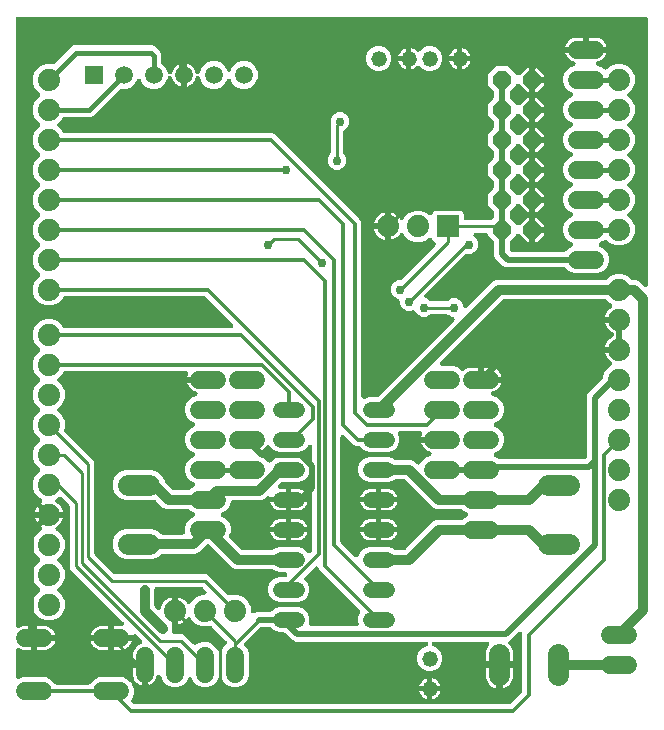
<source format=gbr>
G04 EAGLE Gerber RS-274X export*
G75*
%MOMM*%
%FSLAX34Y34*%
%LPD*%
%INBottom Copper*%
%IPPOS*%
%AMOC8*
5,1,8,0,0,1.08239X$1,22.5*%
G01*
%ADD10C,1.879600*%
%ADD11C,1.790700*%
%ADD12C,1.320800*%
%ADD13C,1.524000*%
%ADD14P,1.649562X8X292.500000*%
%ADD15R,1.879600X1.879600*%
%ADD16C,1.320800*%
%ADD17C,1.508000*%
%ADD18R,1.508000X1.508000*%
%ADD19C,0.508000*%
%ADD20C,0.304800*%
%ADD21C,0.254000*%
%ADD22C,0.406400*%
%ADD23C,0.756400*%
%ADD24C,0.812800*%

G36*
X427654Y17275D02*
X427654Y17275D01*
X427681Y17273D01*
X427855Y17295D01*
X428028Y17313D01*
X428054Y17320D01*
X428080Y17324D01*
X428246Y17379D01*
X428413Y17431D01*
X428437Y17444D01*
X428462Y17452D01*
X428614Y17539D01*
X428767Y17623D01*
X428788Y17640D01*
X428811Y17653D01*
X429064Y17868D01*
X438316Y27120D01*
X438333Y27141D01*
X438354Y27158D01*
X438461Y27296D01*
X438571Y27432D01*
X438584Y27455D01*
X438600Y27476D01*
X438678Y27633D01*
X438760Y27787D01*
X438768Y27813D01*
X438780Y27837D01*
X438825Y28006D01*
X438875Y28173D01*
X438877Y28200D01*
X438884Y28226D01*
X438911Y28556D01*
X438911Y76687D01*
X438910Y76696D01*
X438911Y76705D01*
X438890Y76898D01*
X438871Y77088D01*
X438869Y77096D01*
X438868Y77105D01*
X438810Y77289D01*
X438753Y77472D01*
X438749Y77480D01*
X438746Y77489D01*
X438653Y77657D01*
X438561Y77826D01*
X438556Y77833D01*
X438551Y77841D01*
X438427Y77988D01*
X438304Y78136D01*
X438297Y78141D01*
X438291Y78148D01*
X438140Y78267D01*
X437990Y78388D01*
X437982Y78392D01*
X437975Y78398D01*
X437802Y78486D01*
X437633Y78574D01*
X437624Y78576D01*
X437616Y78580D01*
X437430Y78632D01*
X437246Y78685D01*
X437237Y78686D01*
X437228Y78688D01*
X437035Y78702D01*
X436844Y78718D01*
X436836Y78717D01*
X436827Y78717D01*
X436634Y78693D01*
X436445Y78671D01*
X436436Y78668D01*
X436427Y78667D01*
X436244Y78606D01*
X436062Y78546D01*
X436054Y78542D01*
X436046Y78539D01*
X435879Y78443D01*
X435711Y78348D01*
X435704Y78342D01*
X435697Y78338D01*
X435444Y78123D01*
X428556Y71236D01*
X428336Y71145D01*
X428324Y71138D01*
X428312Y71134D01*
X428147Y71043D01*
X427981Y70954D01*
X427971Y70946D01*
X427959Y70939D01*
X427815Y70817D01*
X427671Y70698D01*
X427662Y70688D01*
X427652Y70679D01*
X427535Y70530D01*
X427417Y70385D01*
X427411Y70374D01*
X427403Y70363D01*
X427317Y70195D01*
X427230Y70029D01*
X427226Y70016D01*
X427220Y70004D01*
X427170Y69824D01*
X427117Y69642D01*
X427116Y69629D01*
X427112Y69616D01*
X427098Y69428D01*
X427082Y69241D01*
X427084Y69228D01*
X427083Y69215D01*
X427107Y69027D01*
X427128Y68841D01*
X427132Y68828D01*
X427133Y68815D01*
X427193Y68637D01*
X427251Y68458D01*
X427257Y68446D01*
X427262Y68433D01*
X427355Y68270D01*
X427447Y68106D01*
X427456Y68096D01*
X427462Y68085D01*
X427677Y67832D01*
X428267Y67241D01*
X429331Y65778D01*
X430152Y64166D01*
X430711Y62445D01*
X430994Y60658D01*
X430994Y53784D01*
X420453Y53784D01*
X420435Y53782D01*
X420417Y53783D01*
X420235Y53762D01*
X420052Y53744D01*
X420035Y53739D01*
X420017Y53737D01*
X419843Y53680D01*
X419667Y53626D01*
X419651Y53617D01*
X419635Y53612D01*
X419500Y53536D01*
X419462Y53555D01*
X419300Y53639D01*
X419283Y53644D01*
X419267Y53652D01*
X419089Y53700D01*
X418913Y53751D01*
X418895Y53752D01*
X418878Y53757D01*
X418547Y53784D01*
X408006Y53784D01*
X408006Y60658D01*
X408289Y62445D01*
X408848Y64166D01*
X409669Y65778D01*
X410561Y67005D01*
X410587Y67049D01*
X410619Y67089D01*
X410688Y67223D01*
X410764Y67353D01*
X410781Y67401D01*
X410804Y67446D01*
X410846Y67591D01*
X410895Y67733D01*
X410902Y67784D01*
X410916Y67833D01*
X410928Y67983D01*
X410948Y68133D01*
X410944Y68184D01*
X410949Y68235D01*
X410931Y68384D01*
X410921Y68534D01*
X410908Y68584D01*
X410902Y68634D01*
X410855Y68778D01*
X410816Y68923D01*
X410793Y68969D01*
X410777Y69017D01*
X410703Y69148D01*
X410635Y69283D01*
X410604Y69323D01*
X410579Y69368D01*
X410480Y69482D01*
X410388Y69600D01*
X410349Y69634D01*
X410316Y69673D01*
X410197Y69765D01*
X410083Y69863D01*
X410038Y69888D01*
X409998Y69919D01*
X409863Y69986D01*
X409732Y70060D01*
X409683Y70076D01*
X409637Y70099D01*
X409492Y70138D01*
X409349Y70184D01*
X409298Y70190D01*
X409248Y70203D01*
X409018Y70222D01*
X408949Y70230D01*
X408935Y70229D01*
X408918Y70230D01*
X364126Y70230D01*
X364121Y70230D01*
X364117Y70230D01*
X363923Y70210D01*
X363725Y70190D01*
X363721Y70189D01*
X363717Y70189D01*
X363531Y70131D01*
X363340Y70072D01*
X363336Y70070D01*
X363332Y70069D01*
X363161Y69975D01*
X362986Y69880D01*
X362983Y69878D01*
X362979Y69875D01*
X362828Y69748D01*
X362677Y69623D01*
X362674Y69619D01*
X362671Y69616D01*
X362548Y69462D01*
X362425Y69309D01*
X362423Y69305D01*
X362420Y69302D01*
X362330Y69126D01*
X362239Y68952D01*
X362238Y68947D01*
X362236Y68943D01*
X362182Y68753D01*
X362128Y68565D01*
X362127Y68560D01*
X362126Y68556D01*
X362111Y68360D01*
X362095Y68163D01*
X362095Y68159D01*
X362095Y68155D01*
X362119Y67962D01*
X362142Y67764D01*
X362143Y67759D01*
X362144Y67755D01*
X362207Y67563D01*
X362267Y67381D01*
X362269Y67377D01*
X362270Y67373D01*
X362368Y67201D01*
X362465Y67030D01*
X362468Y67027D01*
X362470Y67023D01*
X362600Y66873D01*
X362728Y66726D01*
X362731Y66723D01*
X362734Y66719D01*
X362891Y66599D01*
X363046Y66479D01*
X363050Y66477D01*
X363053Y66474D01*
X363349Y66322D01*
X366723Y64925D01*
X369725Y61923D01*
X371349Y58002D01*
X371349Y53758D01*
X369725Y49837D01*
X366723Y46835D01*
X362802Y45211D01*
X358558Y45211D01*
X354637Y46835D01*
X351635Y49837D01*
X350011Y53758D01*
X350011Y58002D01*
X351635Y61923D01*
X354637Y64925D01*
X358011Y66322D01*
X358015Y66324D01*
X358020Y66326D01*
X358195Y66421D01*
X358366Y66513D01*
X358370Y66515D01*
X358374Y66518D01*
X358524Y66643D01*
X358677Y66769D01*
X358680Y66772D01*
X358683Y66775D01*
X358806Y66928D01*
X358930Y67082D01*
X358932Y67086D01*
X358935Y67089D01*
X359025Y67262D01*
X359117Y67438D01*
X359119Y67442D01*
X359121Y67446D01*
X359175Y67634D01*
X359231Y67825D01*
X359231Y67829D01*
X359232Y67833D01*
X359248Y68030D01*
X359265Y68226D01*
X359265Y68230D01*
X359265Y68235D01*
X359242Y68427D01*
X359220Y68626D01*
X359219Y68630D01*
X359218Y68634D01*
X359157Y68823D01*
X359097Y69009D01*
X359095Y69013D01*
X359093Y69017D01*
X358996Y69190D01*
X358900Y69361D01*
X358898Y69364D01*
X358895Y69368D01*
X358767Y69517D01*
X358639Y69666D01*
X358635Y69669D01*
X358632Y69673D01*
X358478Y69792D01*
X358322Y69915D01*
X358318Y69917D01*
X358314Y69919D01*
X358138Y70007D01*
X357962Y70095D01*
X357958Y70097D01*
X357954Y70099D01*
X357761Y70150D01*
X357574Y70202D01*
X357569Y70202D01*
X357565Y70203D01*
X357234Y70230D01*
X246971Y70230D01*
X244544Y71236D01*
X238143Y77636D01*
X238132Y77645D01*
X238126Y77652D01*
X238117Y77659D01*
X238105Y77674D01*
X237967Y77781D01*
X237832Y77891D01*
X237808Y77904D01*
X237787Y77920D01*
X237630Y77998D01*
X237476Y78080D01*
X237450Y78088D01*
X237426Y78100D01*
X237257Y78145D01*
X237090Y78195D01*
X237063Y78197D01*
X237038Y78204D01*
X236707Y78231D01*
X232574Y78231D01*
X228653Y79855D01*
X226808Y81700D01*
X226798Y81709D01*
X226792Y81715D01*
X226783Y81722D01*
X226770Y81738D01*
X226632Y81845D01*
X226496Y81955D01*
X226473Y81968D01*
X226452Y81984D01*
X226295Y82062D01*
X226141Y82144D01*
X226115Y82152D01*
X226091Y82164D01*
X225922Y82209D01*
X225755Y82259D01*
X225728Y82261D01*
X225702Y82268D01*
X225371Y82295D01*
X217681Y82295D01*
X217655Y82293D01*
X217628Y82295D01*
X217454Y82273D01*
X217280Y82255D01*
X217255Y82248D01*
X217228Y82244D01*
X217063Y82189D01*
X216896Y82137D01*
X216872Y82124D01*
X216847Y82116D01*
X216695Y82029D01*
X216542Y81945D01*
X216521Y81928D01*
X216498Y81915D01*
X216245Y81700D01*
X203971Y69426D01*
X203960Y69413D01*
X203946Y69401D01*
X203832Y69257D01*
X203716Y69115D01*
X203707Y69099D01*
X203696Y69085D01*
X203613Y68921D01*
X203527Y68759D01*
X203522Y68742D01*
X203514Y68726D01*
X203465Y68549D01*
X203412Y68373D01*
X203411Y68356D01*
X203406Y68338D01*
X203393Y68155D01*
X203376Y67972D01*
X203378Y67955D01*
X203377Y67937D01*
X203400Y67755D01*
X203419Y67572D01*
X203425Y67555D01*
X203427Y67537D01*
X203485Y67364D01*
X203541Y67188D01*
X203550Y67173D01*
X203555Y67156D01*
X203647Y66996D01*
X203736Y66836D01*
X203747Y66822D01*
X203756Y66807D01*
X203971Y66554D01*
X205486Y65039D01*
X207265Y60744D01*
X207265Y40856D01*
X205486Y36561D01*
X202199Y33274D01*
X197904Y31495D01*
X193256Y31495D01*
X188961Y33274D01*
X185674Y36561D01*
X184757Y38776D01*
X184752Y38784D01*
X184750Y38793D01*
X184658Y38961D01*
X184566Y39131D01*
X184561Y39138D01*
X184556Y39146D01*
X184433Y39292D01*
X184310Y39441D01*
X184303Y39447D01*
X184297Y39454D01*
X184147Y39574D01*
X183997Y39695D01*
X183989Y39699D01*
X183983Y39705D01*
X183812Y39793D01*
X183641Y39882D01*
X183632Y39885D01*
X183624Y39889D01*
X183440Y39941D01*
X183254Y39995D01*
X183246Y39996D01*
X183237Y39999D01*
X183046Y40013D01*
X182853Y40030D01*
X182844Y40029D01*
X182836Y40030D01*
X182646Y40007D01*
X182453Y39985D01*
X182445Y39982D01*
X182436Y39981D01*
X182254Y39921D01*
X182070Y39862D01*
X182062Y39857D01*
X182054Y39855D01*
X181886Y39759D01*
X181718Y39665D01*
X181712Y39660D01*
X181704Y39655D01*
X181559Y39529D01*
X181413Y39403D01*
X181407Y39396D01*
X181400Y39391D01*
X181283Y39237D01*
X181164Y39086D01*
X181160Y39079D01*
X181155Y39071D01*
X181003Y38776D01*
X180086Y36561D01*
X176799Y33274D01*
X172504Y31495D01*
X167856Y31495D01*
X163561Y33274D01*
X160274Y36561D01*
X159357Y38776D01*
X159352Y38784D01*
X159350Y38793D01*
X159258Y38961D01*
X159166Y39131D01*
X159161Y39138D01*
X159156Y39146D01*
X159033Y39292D01*
X158910Y39441D01*
X158903Y39447D01*
X158897Y39454D01*
X158747Y39574D01*
X158597Y39695D01*
X158589Y39699D01*
X158583Y39705D01*
X158412Y39793D01*
X158241Y39882D01*
X158232Y39885D01*
X158224Y39889D01*
X158040Y39941D01*
X157854Y39995D01*
X157846Y39996D01*
X157837Y39999D01*
X157646Y40013D01*
X157453Y40030D01*
X157444Y40029D01*
X157436Y40030D01*
X157246Y40007D01*
X157053Y39985D01*
X157045Y39982D01*
X157036Y39981D01*
X156854Y39921D01*
X156670Y39862D01*
X156662Y39857D01*
X156654Y39855D01*
X156486Y39759D01*
X156318Y39665D01*
X156312Y39660D01*
X156304Y39655D01*
X156159Y39529D01*
X156013Y39403D01*
X156007Y39396D01*
X156000Y39391D01*
X155883Y39237D01*
X155764Y39086D01*
X155760Y39079D01*
X155755Y39071D01*
X155603Y38776D01*
X154686Y36561D01*
X151399Y33274D01*
X147104Y31495D01*
X142456Y31495D01*
X138161Y33274D01*
X134874Y36561D01*
X133080Y40892D01*
X133038Y40970D01*
X133005Y41053D01*
X132943Y41148D01*
X132890Y41247D01*
X132833Y41316D01*
X132785Y41390D01*
X132705Y41470D01*
X132634Y41558D01*
X132565Y41613D01*
X132502Y41677D01*
X132409Y41740D01*
X132321Y41811D01*
X132242Y41853D01*
X132169Y41902D01*
X132064Y41946D01*
X131964Y41998D01*
X131879Y42023D01*
X131797Y42058D01*
X131686Y42080D01*
X131578Y42111D01*
X131489Y42119D01*
X131402Y42136D01*
X131290Y42136D01*
X131177Y42146D01*
X131089Y42136D01*
X131000Y42136D01*
X130889Y42114D01*
X130777Y42101D01*
X130692Y42074D01*
X130605Y42056D01*
X130501Y42012D01*
X130393Y41978D01*
X130316Y41934D01*
X130234Y41900D01*
X130141Y41837D01*
X130042Y41781D01*
X129975Y41724D01*
X129901Y41674D01*
X129822Y41593D01*
X129736Y41520D01*
X129681Y41450D01*
X129619Y41386D01*
X129558Y41292D01*
X129488Y41203D01*
X129448Y41123D01*
X129400Y41049D01*
X129345Y40918D01*
X129307Y40843D01*
X129295Y40798D01*
X129272Y40743D01*
X128796Y39280D01*
X128070Y37855D01*
X127130Y36561D01*
X125999Y35430D01*
X124705Y34490D01*
X123280Y33764D01*
X121919Y33321D01*
X121919Y50292D01*
X121917Y50310D01*
X121919Y50327D01*
X121898Y50510D01*
X121879Y50692D01*
X121874Y50709D01*
X121872Y50727D01*
X121815Y50902D01*
X121761Y51077D01*
X121753Y51093D01*
X121747Y51110D01*
X121657Y51270D01*
X121569Y51431D01*
X121558Y51445D01*
X121549Y51461D01*
X121429Y51600D01*
X121312Y51741D01*
X121298Y51752D01*
X121286Y51765D01*
X121141Y51878D01*
X120998Y51993D01*
X120982Y52001D01*
X120968Y52012D01*
X120803Y52094D01*
X120727Y52134D01*
X120641Y52286D01*
X120553Y52448D01*
X120542Y52461D01*
X120533Y52477D01*
X120413Y52616D01*
X120295Y52757D01*
X120282Y52768D01*
X120270Y52782D01*
X120125Y52894D01*
X119982Y53009D01*
X119966Y53017D01*
X119952Y53028D01*
X119787Y53110D01*
X119624Y53195D01*
X119607Y53200D01*
X119591Y53208D01*
X119413Y53255D01*
X119238Y53306D01*
X119220Y53308D01*
X119203Y53312D01*
X118872Y53339D01*
X109219Y53339D01*
X109219Y59220D01*
X109469Y60799D01*
X109964Y62320D01*
X110690Y63745D01*
X111630Y65039D01*
X112761Y66170D01*
X114055Y67110D01*
X115480Y67836D01*
X115889Y67969D01*
X115974Y68007D01*
X116064Y68035D01*
X116159Y68088D01*
X116258Y68131D01*
X116334Y68185D01*
X116416Y68230D01*
X116499Y68300D01*
X116588Y68362D01*
X116652Y68430D01*
X116723Y68490D01*
X116790Y68576D01*
X116865Y68654D01*
X116915Y68733D01*
X116972Y68806D01*
X117022Y68903D01*
X117079Y68995D01*
X117113Y69082D01*
X117155Y69165D01*
X117184Y69270D01*
X117223Y69371D01*
X117238Y69463D01*
X117263Y69553D01*
X117271Y69661D01*
X117289Y69768D01*
X117285Y69862D01*
X117292Y69955D01*
X117279Y70062D01*
X117275Y70171D01*
X117253Y70261D01*
X117242Y70354D01*
X117207Y70457D01*
X117182Y70563D01*
X117143Y70647D01*
X117114Y70736D01*
X117059Y70830D01*
X117014Y70928D01*
X116959Y71004D01*
X116913Y71085D01*
X116826Y71187D01*
X116777Y71254D01*
X116741Y71287D01*
X116698Y71338D01*
X112170Y75865D01*
X112040Y75972D01*
X111913Y76083D01*
X111884Y76099D01*
X111859Y76120D01*
X111710Y76199D01*
X111564Y76283D01*
X111532Y76294D01*
X111503Y76309D01*
X111342Y76357D01*
X111182Y76410D01*
X111149Y76414D01*
X111117Y76424D01*
X110949Y76439D01*
X110782Y76460D01*
X110749Y76457D01*
X110716Y76460D01*
X110548Y76442D01*
X110381Y76429D01*
X110349Y76420D01*
X110316Y76417D01*
X110155Y76366D01*
X109993Y76320D01*
X109964Y76305D01*
X109932Y76295D01*
X109785Y76214D01*
X109635Y76137D01*
X109609Y76116D01*
X109580Y76100D01*
X109452Y75992D01*
X109393Y75945D01*
X93471Y75945D01*
X93471Y83567D01*
X99483Y83567D01*
X99593Y83557D01*
X99626Y83560D01*
X99659Y83558D01*
X99825Y83582D01*
X99993Y83600D01*
X100025Y83610D01*
X100058Y83615D01*
X100216Y83671D01*
X100377Y83722D01*
X100406Y83738D01*
X100437Y83749D01*
X100582Y83835D01*
X100729Y83916D01*
X100754Y83938D01*
X100783Y83955D01*
X100908Y84068D01*
X101036Y84177D01*
X101057Y84203D01*
X101081Y84225D01*
X101181Y84361D01*
X101286Y84493D01*
X101301Y84522D01*
X101321Y84549D01*
X101392Y84701D01*
X101468Y84852D01*
X101477Y84884D01*
X101491Y84914D01*
X101531Y85077D01*
X101576Y85240D01*
X101579Y85273D01*
X101586Y85305D01*
X101593Y85473D01*
X101606Y85641D01*
X101601Y85674D01*
X101603Y85707D01*
X101576Y85874D01*
X101555Y86041D01*
X101545Y86072D01*
X101539Y86105D01*
X101481Y86263D01*
X101427Y86422D01*
X101410Y86451D01*
X101399Y86482D01*
X101310Y86625D01*
X101226Y86771D01*
X101202Y86800D01*
X101187Y86824D01*
X101128Y86887D01*
X101011Y87024D01*
X56437Y131598D01*
X55625Y133559D01*
X55625Y184909D01*
X55623Y184935D01*
X55625Y184962D01*
X55603Y185136D01*
X55585Y185310D01*
X55578Y185335D01*
X55574Y185362D01*
X55519Y185527D01*
X55467Y185694D01*
X55454Y185718D01*
X55446Y185743D01*
X55359Y185895D01*
X55275Y186048D01*
X55258Y186069D01*
X55245Y186092D01*
X55030Y186345D01*
X49094Y192282D01*
X49080Y192293D01*
X49068Y192307D01*
X48924Y192421D01*
X48782Y192537D01*
X48766Y192545D01*
X48752Y192556D01*
X48588Y192640D01*
X48426Y192726D01*
X48409Y192731D01*
X48393Y192739D01*
X48217Y192788D01*
X48041Y192840D01*
X48023Y192842D01*
X48006Y192847D01*
X47823Y192860D01*
X47640Y192877D01*
X47622Y192875D01*
X47604Y192876D01*
X47423Y192853D01*
X47239Y192833D01*
X47222Y192828D01*
X47205Y192826D01*
X47031Y192767D01*
X46855Y192712D01*
X46840Y192703D01*
X46823Y192698D01*
X46663Y192606D01*
X46503Y192517D01*
X46490Y192506D01*
X46474Y192497D01*
X46221Y192282D01*
X45726Y191787D01*
X44895Y191443D01*
X44743Y191361D01*
X44589Y191284D01*
X44566Y191266D01*
X44540Y191253D01*
X44407Y191143D01*
X44271Y191036D01*
X44252Y191014D01*
X44230Y190996D01*
X44121Y190862D01*
X44009Y190731D01*
X43994Y190706D01*
X43976Y190683D01*
X43896Y190531D01*
X43811Y190380D01*
X43803Y190352D01*
X43789Y190327D01*
X43741Y190161D01*
X43687Y189997D01*
X43684Y189968D01*
X43676Y189941D01*
X43661Y189768D01*
X43642Y189597D01*
X43644Y189568D01*
X43641Y189539D01*
X43661Y189368D01*
X43675Y189196D01*
X43683Y189168D01*
X43687Y189139D01*
X43739Y188975D01*
X43788Y188809D01*
X43801Y188784D01*
X43810Y188756D01*
X43894Y188605D01*
X43974Y188452D01*
X43992Y188430D01*
X44006Y188405D01*
X44118Y188274D01*
X44227Y188139D01*
X44251Y188118D01*
X44268Y188099D01*
X44335Y188046D01*
X44479Y187923D01*
X45878Y186906D01*
X47206Y185578D01*
X48311Y184057D01*
X49164Y182383D01*
X49745Y180596D01*
X49785Y180339D01*
X38608Y180339D01*
X38590Y180337D01*
X38573Y180339D01*
X38390Y180318D01*
X38208Y180299D01*
X38191Y180294D01*
X38173Y180292D01*
X38095Y180267D01*
X37958Y180306D01*
X37940Y180308D01*
X37923Y180312D01*
X37592Y180339D01*
X26415Y180339D01*
X26455Y180596D01*
X27036Y182383D01*
X27889Y184057D01*
X28994Y185578D01*
X30322Y186906D01*
X31721Y187923D01*
X31850Y188037D01*
X31983Y188149D01*
X32001Y188171D01*
X32022Y188191D01*
X32126Y188328D01*
X32234Y188464D01*
X32247Y188489D01*
X32264Y188512D01*
X32339Y188668D01*
X32417Y188822D01*
X32425Y188850D01*
X32438Y188876D01*
X32480Y189043D01*
X32527Y189209D01*
X32529Y189238D01*
X32536Y189266D01*
X32545Y189439D01*
X32558Y189611D01*
X32555Y189639D01*
X32556Y189668D01*
X32530Y189839D01*
X32510Y190010D01*
X32501Y190037D01*
X32496Y190066D01*
X32437Y190229D01*
X32383Y190392D01*
X32369Y190417D01*
X32359Y190445D01*
X32269Y190592D01*
X32184Y190742D01*
X32165Y190764D01*
X32150Y190789D01*
X32032Y190916D01*
X31919Y191046D01*
X31896Y191063D01*
X31877Y191085D01*
X31737Y191186D01*
X31600Y191291D01*
X31571Y191306D01*
X31551Y191321D01*
X31474Y191356D01*
X31305Y191443D01*
X30474Y191787D01*
X26687Y195574D01*
X24637Y200522D01*
X24637Y205878D01*
X26687Y210826D01*
X30325Y214464D01*
X30336Y214477D01*
X30349Y214489D01*
X30463Y214633D01*
X30580Y214775D01*
X30588Y214791D01*
X30599Y214805D01*
X30682Y214969D01*
X30768Y215131D01*
X30773Y215148D01*
X30781Y215164D01*
X30831Y215341D01*
X30883Y215517D01*
X30885Y215535D01*
X30889Y215552D01*
X30903Y215735D01*
X30919Y215918D01*
X30917Y215936D01*
X30919Y215953D01*
X30896Y216135D01*
X30876Y216318D01*
X30871Y216335D01*
X30868Y216353D01*
X30810Y216526D01*
X30754Y216702D01*
X30746Y216718D01*
X30740Y216734D01*
X30648Y216894D01*
X30560Y217054D01*
X30548Y217068D01*
X30539Y217083D01*
X30325Y217336D01*
X26687Y220974D01*
X24637Y225922D01*
X24637Y231278D01*
X26687Y236226D01*
X30325Y239864D01*
X30336Y239878D01*
X30349Y239889D01*
X30463Y240033D01*
X30580Y240175D01*
X30588Y240191D01*
X30599Y240205D01*
X30683Y240369D01*
X30768Y240531D01*
X30773Y240548D01*
X30781Y240564D01*
X30831Y240741D01*
X30883Y240917D01*
X30885Y240935D01*
X30889Y240952D01*
X30903Y241135D01*
X30919Y241318D01*
X30917Y241336D01*
X30919Y241353D01*
X30896Y241535D01*
X30876Y241718D01*
X30871Y241735D01*
X30868Y241753D01*
X30810Y241927D01*
X30754Y242102D01*
X30746Y242118D01*
X30740Y242134D01*
X30648Y242294D01*
X30560Y242454D01*
X30548Y242468D01*
X30539Y242483D01*
X30325Y242736D01*
X26687Y246374D01*
X24637Y251322D01*
X24637Y256678D01*
X26687Y261626D01*
X30325Y265264D01*
X30336Y265278D01*
X30349Y265289D01*
X30463Y265433D01*
X30580Y265575D01*
X30588Y265591D01*
X30599Y265605D01*
X30683Y265769D01*
X30768Y265931D01*
X30773Y265948D01*
X30781Y265964D01*
X30831Y266141D01*
X30883Y266317D01*
X30885Y266335D01*
X30889Y266352D01*
X30903Y266535D01*
X30919Y266718D01*
X30917Y266736D01*
X30919Y266753D01*
X30896Y266935D01*
X30876Y267118D01*
X30871Y267135D01*
X30868Y267153D01*
X30810Y267327D01*
X30754Y267502D01*
X30746Y267518D01*
X30740Y267534D01*
X30648Y267694D01*
X30560Y267854D01*
X30548Y267868D01*
X30539Y267883D01*
X30325Y268136D01*
X26687Y271774D01*
X24637Y276722D01*
X24637Y282078D01*
X26687Y287026D01*
X30325Y290664D01*
X30336Y290678D01*
X30349Y290689D01*
X30463Y290833D01*
X30580Y290975D01*
X30588Y290991D01*
X30599Y291005D01*
X30683Y291169D01*
X30768Y291331D01*
X30773Y291348D01*
X30781Y291364D01*
X30831Y291541D01*
X30883Y291717D01*
X30885Y291735D01*
X30889Y291752D01*
X30903Y291935D01*
X30919Y292118D01*
X30917Y292136D01*
X30919Y292153D01*
X30896Y292335D01*
X30876Y292518D01*
X30871Y292535D01*
X30868Y292553D01*
X30810Y292727D01*
X30754Y292902D01*
X30746Y292918D01*
X30740Y292934D01*
X30648Y293094D01*
X30560Y293254D01*
X30548Y293268D01*
X30539Y293283D01*
X30325Y293536D01*
X26687Y297174D01*
X24637Y302122D01*
X24637Y307478D01*
X26687Y312426D01*
X30325Y316064D01*
X30336Y316078D01*
X30349Y316089D01*
X30463Y316233D01*
X30580Y316375D01*
X30588Y316391D01*
X30599Y316405D01*
X30683Y316569D01*
X30768Y316731D01*
X30773Y316748D01*
X30781Y316764D01*
X30831Y316941D01*
X30883Y317117D01*
X30885Y317135D01*
X30889Y317152D01*
X30903Y317335D01*
X30919Y317518D01*
X30917Y317536D01*
X30919Y317553D01*
X30896Y317735D01*
X30876Y317918D01*
X30871Y317935D01*
X30868Y317953D01*
X30810Y318127D01*
X30754Y318302D01*
X30746Y318318D01*
X30740Y318334D01*
X30648Y318494D01*
X30560Y318654D01*
X30548Y318668D01*
X30539Y318683D01*
X30325Y318936D01*
X26687Y322574D01*
X24637Y327522D01*
X24637Y332878D01*
X26687Y337826D01*
X30474Y341613D01*
X35422Y343663D01*
X40778Y343663D01*
X45726Y341613D01*
X49513Y337826D01*
X49838Y337043D01*
X49848Y337023D01*
X49855Y337002D01*
X49943Y336846D01*
X50028Y336688D01*
X50042Y336671D01*
X50053Y336651D01*
X50170Y336516D01*
X50284Y336377D01*
X50302Y336363D01*
X50316Y336346D01*
X50458Y336237D01*
X50597Y336124D01*
X50617Y336113D01*
X50634Y336100D01*
X50795Y336020D01*
X50953Y335937D01*
X50975Y335930D01*
X50995Y335920D01*
X51169Y335874D01*
X51340Y335824D01*
X51362Y335822D01*
X51384Y335816D01*
X51714Y335789D01*
X192424Y335789D01*
X192433Y335790D01*
X192442Y335789D01*
X192635Y335810D01*
X192824Y335829D01*
X192833Y335831D01*
X192842Y335832D01*
X193026Y335891D01*
X193209Y335947D01*
X193217Y335951D01*
X193226Y335954D01*
X193394Y336047D01*
X193563Y336139D01*
X193570Y336144D01*
X193578Y336149D01*
X193725Y336273D01*
X193873Y336396D01*
X193878Y336403D01*
X193885Y336409D01*
X194005Y336561D01*
X194125Y336710D01*
X194129Y336718D01*
X194135Y336725D01*
X194222Y336898D01*
X194310Y337067D01*
X194313Y337076D01*
X194317Y337084D01*
X194369Y337270D01*
X194422Y337454D01*
X194423Y337463D01*
X194425Y337472D01*
X194439Y337665D01*
X194455Y337856D01*
X194454Y337864D01*
X194454Y337873D01*
X194430Y338066D01*
X194408Y338255D01*
X194405Y338264D01*
X194404Y338273D01*
X194343Y338455D01*
X194283Y338638D01*
X194278Y338646D01*
X194276Y338654D01*
X194180Y338821D01*
X194085Y338989D01*
X194079Y338996D01*
X194075Y339003D01*
X193860Y339256D01*
X171000Y362116D01*
X170979Y362133D01*
X170962Y362154D01*
X170824Y362260D01*
X170688Y362371D01*
X170665Y362384D01*
X170644Y362400D01*
X170487Y362478D01*
X170333Y362560D01*
X170307Y362568D01*
X170283Y362580D01*
X170114Y362625D01*
X169947Y362675D01*
X169920Y362677D01*
X169894Y362684D01*
X169564Y362711D01*
X51714Y362711D01*
X51692Y362709D01*
X51670Y362711D01*
X51492Y362689D01*
X51314Y362671D01*
X51292Y362665D01*
X51270Y362662D01*
X51101Y362606D01*
X50929Y362553D01*
X50909Y362543D01*
X50888Y362536D01*
X50732Y362447D01*
X50575Y362361D01*
X50558Y362347D01*
X50538Y362336D01*
X50402Y362218D01*
X50265Y362104D01*
X50252Y362086D01*
X50235Y362072D01*
X50125Y361930D01*
X50013Y361790D01*
X50003Y361770D01*
X49989Y361752D01*
X49838Y361457D01*
X49513Y360674D01*
X45726Y356887D01*
X40778Y354837D01*
X35422Y354837D01*
X30474Y356887D01*
X26687Y360674D01*
X24637Y365622D01*
X24637Y370978D01*
X26687Y375926D01*
X30325Y379564D01*
X30336Y379578D01*
X30349Y379589D01*
X30463Y379733D01*
X30580Y379875D01*
X30588Y379891D01*
X30599Y379905D01*
X30683Y380069D01*
X30768Y380231D01*
X30773Y380248D01*
X30781Y380264D01*
X30831Y380441D01*
X30883Y380617D01*
X30885Y380635D01*
X30889Y380652D01*
X30903Y380835D01*
X30919Y381018D01*
X30917Y381036D01*
X30919Y381053D01*
X30896Y381235D01*
X30876Y381418D01*
X30871Y381435D01*
X30868Y381453D01*
X30810Y381627D01*
X30754Y381802D01*
X30746Y381818D01*
X30740Y381834D01*
X30648Y381994D01*
X30560Y382154D01*
X30548Y382168D01*
X30539Y382183D01*
X30325Y382436D01*
X26687Y386074D01*
X24637Y391022D01*
X24637Y396378D01*
X26687Y401326D01*
X30325Y404964D01*
X30336Y404978D01*
X30349Y404989D01*
X30463Y405133D01*
X30580Y405275D01*
X30588Y405291D01*
X30599Y405305D01*
X30683Y405469D01*
X30768Y405631D01*
X30773Y405648D01*
X30781Y405664D01*
X30831Y405841D01*
X30883Y406017D01*
X30885Y406035D01*
X30889Y406052D01*
X30903Y406235D01*
X30919Y406418D01*
X30917Y406436D01*
X30919Y406453D01*
X30896Y406635D01*
X30876Y406818D01*
X30871Y406835D01*
X30868Y406853D01*
X30810Y407027D01*
X30754Y407202D01*
X30746Y407218D01*
X30740Y407234D01*
X30648Y407394D01*
X30560Y407554D01*
X30548Y407568D01*
X30539Y407583D01*
X30325Y407836D01*
X26687Y411474D01*
X24637Y416422D01*
X24637Y421778D01*
X26687Y426726D01*
X30325Y430364D01*
X30336Y430378D01*
X30349Y430389D01*
X30463Y430533D01*
X30580Y430675D01*
X30588Y430691D01*
X30599Y430705D01*
X30683Y430869D01*
X30768Y431031D01*
X30773Y431048D01*
X30781Y431064D01*
X30831Y431241D01*
X30883Y431417D01*
X30885Y431435D01*
X30889Y431452D01*
X30903Y431635D01*
X30919Y431818D01*
X30917Y431836D01*
X30919Y431853D01*
X30896Y432035D01*
X30876Y432218D01*
X30871Y432235D01*
X30868Y432253D01*
X30810Y432427D01*
X30754Y432602D01*
X30746Y432618D01*
X30740Y432634D01*
X30648Y432794D01*
X30560Y432954D01*
X30548Y432968D01*
X30539Y432983D01*
X30325Y433236D01*
X26687Y436874D01*
X24637Y441822D01*
X24637Y447178D01*
X26687Y452126D01*
X30325Y455764D01*
X30336Y455778D01*
X30349Y455789D01*
X30463Y455933D01*
X30580Y456075D01*
X30588Y456091D01*
X30599Y456105D01*
X30683Y456269D01*
X30768Y456431D01*
X30773Y456448D01*
X30781Y456464D01*
X30831Y456641D01*
X30883Y456817D01*
X30885Y456835D01*
X30889Y456852D01*
X30903Y457035D01*
X30919Y457218D01*
X30917Y457236D01*
X30919Y457253D01*
X30896Y457435D01*
X30876Y457618D01*
X30871Y457635D01*
X30868Y457653D01*
X30810Y457827D01*
X30754Y458002D01*
X30746Y458018D01*
X30740Y458034D01*
X30648Y458194D01*
X30560Y458354D01*
X30548Y458368D01*
X30539Y458383D01*
X30325Y458636D01*
X26687Y462274D01*
X24637Y467222D01*
X24637Y472578D01*
X26687Y477526D01*
X30325Y481164D01*
X30336Y481178D01*
X30349Y481189D01*
X30463Y481333D01*
X30580Y481475D01*
X30588Y481491D01*
X30599Y481505D01*
X30683Y481669D01*
X30768Y481831D01*
X30773Y481848D01*
X30781Y481864D01*
X30831Y482041D01*
X30883Y482217D01*
X30885Y482235D01*
X30889Y482252D01*
X30903Y482435D01*
X30919Y482618D01*
X30917Y482636D01*
X30919Y482653D01*
X30896Y482835D01*
X30876Y483018D01*
X30871Y483035D01*
X30868Y483053D01*
X30810Y483227D01*
X30754Y483402D01*
X30746Y483418D01*
X30740Y483434D01*
X30648Y483594D01*
X30560Y483754D01*
X30548Y483768D01*
X30539Y483783D01*
X30325Y484036D01*
X26687Y487674D01*
X24637Y492622D01*
X24637Y497978D01*
X26687Y502926D01*
X30325Y506564D01*
X30336Y506578D01*
X30349Y506589D01*
X30463Y506733D01*
X30580Y506875D01*
X30588Y506891D01*
X30599Y506905D01*
X30683Y507069D01*
X30768Y507231D01*
X30773Y507248D01*
X30781Y507264D01*
X30831Y507441D01*
X30883Y507617D01*
X30885Y507635D01*
X30889Y507652D01*
X30903Y507835D01*
X30919Y508018D01*
X30917Y508036D01*
X30919Y508053D01*
X30896Y508235D01*
X30876Y508418D01*
X30871Y508435D01*
X30868Y508453D01*
X30810Y508627D01*
X30754Y508802D01*
X30746Y508818D01*
X30740Y508834D01*
X30648Y508994D01*
X30560Y509154D01*
X30548Y509168D01*
X30539Y509183D01*
X30325Y509436D01*
X26687Y513074D01*
X24637Y518022D01*
X24637Y523378D01*
X26687Y528326D01*
X30325Y531964D01*
X30336Y531978D01*
X30349Y531989D01*
X30463Y532133D01*
X30580Y532275D01*
X30588Y532291D01*
X30599Y532305D01*
X30683Y532469D01*
X30768Y532631D01*
X30773Y532648D01*
X30781Y532664D01*
X30831Y532841D01*
X30883Y533017D01*
X30885Y533035D01*
X30889Y533052D01*
X30903Y533235D01*
X30919Y533418D01*
X30917Y533436D01*
X30919Y533453D01*
X30896Y533635D01*
X30876Y533818D01*
X30871Y533835D01*
X30868Y533853D01*
X30810Y534027D01*
X30754Y534202D01*
X30746Y534218D01*
X30740Y534234D01*
X30648Y534394D01*
X30560Y534554D01*
X30548Y534568D01*
X30539Y534583D01*
X30325Y534836D01*
X26687Y538474D01*
X24637Y543422D01*
X24637Y548778D01*
X26687Y553726D01*
X30474Y557513D01*
X31029Y557743D01*
X31030Y557743D01*
X35422Y559563D01*
X40778Y559563D01*
X41053Y559449D01*
X41075Y559442D01*
X41095Y559432D01*
X41267Y559384D01*
X41439Y559332D01*
X41461Y559330D01*
X41482Y559324D01*
X41662Y559311D01*
X41839Y559294D01*
X41862Y559296D01*
X41884Y559295D01*
X42062Y559317D01*
X42240Y559336D01*
X42261Y559342D01*
X42283Y559345D01*
X42453Y559402D01*
X42624Y559456D01*
X42644Y559466D01*
X42665Y559473D01*
X42820Y559563D01*
X42978Y559649D01*
X42995Y559663D01*
X43014Y559674D01*
X43267Y559889D01*
X57506Y574129D01*
X59747Y575057D01*
X125673Y575057D01*
X127914Y574129D01*
X132169Y569874D01*
X133097Y567633D01*
X133097Y561066D01*
X133099Y561040D01*
X133097Y561013D01*
X133119Y560839D01*
X133137Y560666D01*
X133144Y560640D01*
X133148Y560613D01*
X133204Y560448D01*
X133255Y560281D01*
X133268Y560257D01*
X133276Y560232D01*
X133363Y560080D01*
X133447Y559927D01*
X133464Y559906D01*
X133477Y559883D01*
X133692Y559630D01*
X136838Y556484D01*
X138709Y551966D01*
X138733Y551923D01*
X138749Y551876D01*
X138774Y551834D01*
X138785Y551808D01*
X138836Y551730D01*
X138899Y551611D01*
X138931Y551573D01*
X138956Y551531D01*
X138991Y551493D01*
X139005Y551471D01*
X139067Y551408D01*
X139156Y551301D01*
X139194Y551270D01*
X139228Y551233D01*
X139271Y551201D01*
X139287Y551184D01*
X139358Y551137D01*
X139468Y551047D01*
X139512Y551024D01*
X139552Y550995D01*
X139603Y550971D01*
X139621Y550959D01*
X139697Y550927D01*
X139825Y550860D01*
X139872Y550846D01*
X139917Y550825D01*
X139973Y550812D01*
X139992Y550804D01*
X140072Y550788D01*
X140211Y550747D01*
X140261Y550743D01*
X140309Y550731D01*
X140366Y550729D01*
X140387Y550725D01*
X140468Y550725D01*
X140612Y550712D01*
X140662Y550718D01*
X140711Y550716D01*
X140767Y550725D01*
X140790Y550725D01*
X140870Y550741D01*
X141013Y550758D01*
X141060Y550773D01*
X141109Y550781D01*
X141161Y550800D01*
X141185Y550805D01*
X141262Y550838D01*
X141396Y550881D01*
X141439Y550905D01*
X141485Y550922D01*
X141532Y550951D01*
X141556Y550961D01*
X141628Y551010D01*
X141747Y551077D01*
X141785Y551109D01*
X141827Y551135D01*
X141865Y551171D01*
X141889Y551187D01*
X141953Y551253D01*
X142053Y551339D01*
X142084Y551378D01*
X142120Y551412D01*
X142148Y551452D01*
X142171Y551475D01*
X142223Y551556D01*
X142301Y551656D01*
X142324Y551700D01*
X142352Y551741D01*
X142371Y551783D01*
X142390Y551812D01*
X142440Y551931D01*
X142482Y552016D01*
X142495Y552063D01*
X142515Y552109D01*
X142517Y552116D01*
X142518Y552119D01*
X143058Y553780D01*
X143778Y555194D01*
X144711Y556477D01*
X145833Y557599D01*
X147116Y558532D01*
X148530Y559252D01*
X149901Y559697D01*
X149901Y550378D01*
X149902Y550360D01*
X149901Y550343D01*
X149922Y550160D01*
X149941Y549978D01*
X149946Y549961D01*
X149948Y549943D01*
X149961Y549902D01*
X149934Y549808D01*
X149932Y549790D01*
X149928Y549773D01*
X149901Y549442D01*
X149901Y540123D01*
X148530Y540568D01*
X147116Y541288D01*
X145833Y542221D01*
X144711Y543343D01*
X143778Y544626D01*
X143058Y546040D01*
X142518Y547701D01*
X142503Y547736D01*
X142492Y547779D01*
X142470Y547823D01*
X142456Y547870D01*
X142397Y547977D01*
X142356Y548070D01*
X142337Y548098D01*
X142316Y548141D01*
X142286Y548180D01*
X142262Y548223D01*
X142180Y548321D01*
X142125Y548400D01*
X142103Y548421D01*
X142072Y548461D01*
X142035Y548494D01*
X142003Y548532D01*
X141899Y548614D01*
X141833Y548677D01*
X141810Y548692D01*
X141770Y548727D01*
X141727Y548752D01*
X141688Y548783D01*
X141566Y548845D01*
X141493Y548892D01*
X141469Y548901D01*
X141421Y548928D01*
X141374Y548944D01*
X141330Y548967D01*
X141194Y549005D01*
X141116Y549035D01*
X141093Y549039D01*
X141040Y549057D01*
X140990Y549063D01*
X140943Y549076D01*
X140799Y549087D01*
X140719Y549101D01*
X140697Y549100D01*
X140640Y549107D01*
X140591Y549104D01*
X140541Y549107D01*
X140397Y549090D01*
X140317Y549087D01*
X140296Y549082D01*
X140239Y549078D01*
X140191Y549065D01*
X140142Y549059D01*
X140004Y549013D01*
X139925Y548994D01*
X139905Y548985D01*
X139851Y548970D01*
X139806Y548948D01*
X139760Y548932D01*
X139634Y548861D01*
X139559Y548826D01*
X139541Y548813D01*
X139492Y548788D01*
X139453Y548757D01*
X139410Y548733D01*
X139302Y548639D01*
X139234Y548589D01*
X139217Y548572D01*
X139176Y548538D01*
X139144Y548501D01*
X139106Y548468D01*
X139022Y548358D01*
X138961Y548293D01*
X138948Y548270D01*
X138915Y548232D01*
X138891Y548188D01*
X138861Y548149D01*
X138784Y548000D01*
X138753Y547948D01*
X138743Y547921D01*
X138720Y547879D01*
X138716Y547867D01*
X138709Y547854D01*
X136838Y543336D01*
X133574Y540072D01*
X129308Y538305D01*
X124692Y538305D01*
X120426Y540072D01*
X117162Y543336D01*
X116177Y545715D01*
X116172Y545723D01*
X116170Y545732D01*
X116077Y545901D01*
X115986Y546070D01*
X115981Y546077D01*
X115976Y546085D01*
X115853Y546232D01*
X115730Y546381D01*
X115723Y546386D01*
X115717Y546393D01*
X115566Y546514D01*
X115417Y546634D01*
X115410Y546638D01*
X115402Y546644D01*
X115229Y546733D01*
X115061Y546821D01*
X115052Y546824D01*
X115044Y546828D01*
X114858Y546881D01*
X114674Y546934D01*
X114665Y546935D01*
X114657Y546938D01*
X114466Y546952D01*
X114273Y546969D01*
X114264Y546968D01*
X114256Y546969D01*
X114064Y546945D01*
X113873Y546924D01*
X113865Y546921D01*
X113856Y546920D01*
X113673Y546860D01*
X113490Y546801D01*
X113482Y546796D01*
X113474Y546794D01*
X113307Y546698D01*
X113138Y546604D01*
X113132Y546599D01*
X113124Y546594D01*
X112980Y546469D01*
X112833Y546343D01*
X112827Y546335D01*
X112820Y546330D01*
X112703Y546177D01*
X112584Y546026D01*
X112580Y546018D01*
X112575Y546010D01*
X112423Y545715D01*
X111438Y543336D01*
X108174Y540072D01*
X103908Y538305D01*
X99459Y538305D01*
X99432Y538303D01*
X99405Y538305D01*
X99232Y538283D01*
X99058Y538265D01*
X99033Y538258D01*
X99006Y538254D01*
X98840Y538199D01*
X98673Y538147D01*
X98650Y538134D01*
X98624Y538126D01*
X98473Y538039D01*
X98319Y537955D01*
X98299Y537938D01*
X98275Y537925D01*
X98022Y537710D01*
X75844Y515531D01*
X73603Y514603D01*
X51504Y514603D01*
X51482Y514601D01*
X51459Y514603D01*
X51282Y514581D01*
X51103Y514563D01*
X51082Y514557D01*
X51060Y514554D01*
X50890Y514498D01*
X50718Y514445D01*
X50699Y514435D01*
X50677Y514428D01*
X50521Y514339D01*
X50364Y514253D01*
X50347Y514239D01*
X50328Y514228D01*
X50192Y514110D01*
X50055Y513996D01*
X50041Y513978D01*
X50024Y513964D01*
X49915Y513822D01*
X49803Y513682D01*
X49792Y513662D01*
X49779Y513644D01*
X49627Y513349D01*
X49513Y513074D01*
X45875Y509436D01*
X45864Y509423D01*
X45851Y509411D01*
X45737Y509267D01*
X45620Y509125D01*
X45612Y509109D01*
X45601Y509095D01*
X45518Y508931D01*
X45432Y508769D01*
X45427Y508752D01*
X45419Y508736D01*
X45369Y508559D01*
X45317Y508383D01*
X45315Y508365D01*
X45311Y508348D01*
X45297Y508165D01*
X45281Y507982D01*
X45283Y507964D01*
X45281Y507947D01*
X45304Y507765D01*
X45324Y507582D01*
X45329Y507565D01*
X45332Y507547D01*
X45390Y507374D01*
X45446Y507198D01*
X45454Y507182D01*
X45460Y507166D01*
X45552Y507006D01*
X45640Y506846D01*
X45652Y506832D01*
X45661Y506817D01*
X45875Y506564D01*
X49513Y502926D01*
X49838Y502143D01*
X49848Y502123D01*
X49855Y502102D01*
X49943Y501946D01*
X50028Y501788D01*
X50042Y501771D01*
X50053Y501751D01*
X50170Y501616D01*
X50284Y501477D01*
X50302Y501463D01*
X50316Y501446D01*
X50458Y501337D01*
X50597Y501224D01*
X50617Y501213D01*
X50634Y501200D01*
X50795Y501120D01*
X50953Y501037D01*
X50975Y501030D01*
X50995Y501020D01*
X51169Y500974D01*
X51340Y500924D01*
X51362Y500922D01*
X51384Y500916D01*
X51714Y500889D01*
X227172Y500889D01*
X229226Y500038D01*
X301918Y427346D01*
X302769Y425292D01*
X302769Y277921D01*
X302770Y277908D01*
X302769Y277895D01*
X302790Y277708D01*
X302809Y277521D01*
X302813Y277508D01*
X302814Y277495D01*
X302872Y277315D01*
X302927Y277136D01*
X302933Y277124D01*
X302937Y277111D01*
X303029Y276947D01*
X303119Y276782D01*
X303127Y276771D01*
X303134Y276760D01*
X303256Y276617D01*
X303376Y276472D01*
X303387Y276464D01*
X303395Y276454D01*
X303544Y276338D01*
X303690Y276220D01*
X303702Y276214D01*
X303712Y276206D01*
X303881Y276121D01*
X304047Y276035D01*
X304060Y276031D01*
X304072Y276025D01*
X304253Y275975D01*
X304434Y275923D01*
X304448Y275922D01*
X304461Y275919D01*
X304649Y275906D01*
X304836Y275890D01*
X304849Y275892D01*
X304862Y275891D01*
X305050Y275916D01*
X305235Y275937D01*
X305248Y275941D01*
X305261Y275943D01*
X305577Y276045D01*
X308774Y277369D01*
X315832Y277369D01*
X315858Y277371D01*
X315885Y277369D01*
X316059Y277391D01*
X316232Y277409D01*
X316258Y277416D01*
X316284Y277420D01*
X316450Y277475D01*
X316617Y277527D01*
X316641Y277540D01*
X316666Y277548D01*
X316818Y277635D01*
X316971Y277719D01*
X316992Y277736D01*
X317015Y277749D01*
X317268Y277964D01*
X381050Y341746D01*
X381056Y341753D01*
X381062Y341758D01*
X381182Y341907D01*
X381305Y342057D01*
X381309Y342065D01*
X381315Y342072D01*
X381404Y342243D01*
X381494Y342413D01*
X381496Y342421D01*
X381500Y342429D01*
X381554Y342615D01*
X381608Y342799D01*
X381609Y342808D01*
X381612Y342816D01*
X381627Y343007D01*
X381645Y343200D01*
X381644Y343209D01*
X381645Y343218D01*
X381622Y343407D01*
X381601Y343600D01*
X381599Y343609D01*
X381598Y343617D01*
X381538Y343799D01*
X381480Y343984D01*
X381476Y343992D01*
X381473Y344000D01*
X381378Y344169D01*
X381285Y344336D01*
X381279Y344343D01*
X381275Y344351D01*
X381149Y344497D01*
X381025Y344643D01*
X381018Y344649D01*
X381012Y344656D01*
X380860Y344773D01*
X380709Y344893D01*
X380701Y344897D01*
X380694Y344902D01*
X380522Y344988D01*
X380350Y345075D01*
X380341Y345078D01*
X380333Y345082D01*
X380147Y345132D01*
X379962Y345183D01*
X379953Y345184D01*
X379944Y345186D01*
X379614Y345213D01*
X379439Y345213D01*
X376555Y346408D01*
X375833Y347130D01*
X375812Y347147D01*
X375795Y347168D01*
X375657Y347274D01*
X375521Y347385D01*
X375498Y347398D01*
X375476Y347414D01*
X375320Y347492D01*
X375166Y347574D01*
X375140Y347582D01*
X375116Y347594D01*
X374947Y347639D01*
X374780Y347689D01*
X374753Y347691D01*
X374727Y347698D01*
X374396Y347725D01*
X362204Y347725D01*
X362177Y347723D01*
X362150Y347725D01*
X361977Y347703D01*
X361803Y347685D01*
X361777Y347677D01*
X361751Y347674D01*
X361585Y347619D01*
X361418Y347567D01*
X361394Y347554D01*
X361369Y347546D01*
X361217Y347459D01*
X361064Y347375D01*
X361043Y347358D01*
X361020Y347345D01*
X360767Y347130D01*
X360045Y346408D01*
X357161Y345213D01*
X354039Y345213D01*
X351155Y346408D01*
X348948Y348615D01*
X348475Y349757D01*
X348466Y349773D01*
X348461Y349790D01*
X348371Y349951D01*
X348285Y350112D01*
X348273Y350126D01*
X348265Y350142D01*
X348146Y350280D01*
X348028Y350423D01*
X348014Y350434D01*
X348003Y350447D01*
X347858Y350560D01*
X347716Y350676D01*
X347700Y350685D01*
X347686Y350696D01*
X347521Y350778D01*
X347359Y350863D01*
X347342Y350868D01*
X347326Y350876D01*
X347149Y350925D01*
X346973Y350976D01*
X346955Y350978D01*
X346938Y350983D01*
X346754Y350995D01*
X346572Y351011D01*
X346554Y351009D01*
X346536Y351010D01*
X346353Y350986D01*
X346171Y350966D01*
X346154Y350960D01*
X346137Y350958D01*
X345821Y350857D01*
X344461Y350293D01*
X341339Y350293D01*
X338455Y351488D01*
X336248Y353695D01*
X335053Y356579D01*
X335053Y358543D01*
X335052Y358552D01*
X335053Y358558D01*
X335051Y358571D01*
X335053Y358588D01*
X335031Y358765D01*
X335013Y358944D01*
X335007Y358965D01*
X335004Y358988D01*
X334948Y359157D01*
X334895Y359329D01*
X334885Y359349D01*
X334878Y359370D01*
X334789Y359526D01*
X334703Y359683D01*
X334689Y359700D01*
X334678Y359720D01*
X334560Y359855D01*
X334446Y359992D01*
X334428Y360006D01*
X334414Y360023D01*
X334272Y360132D01*
X334132Y360245D01*
X334112Y360255D01*
X334094Y360268D01*
X333799Y360420D01*
X330835Y361648D01*
X328628Y363855D01*
X327433Y366739D01*
X327433Y369861D01*
X328628Y372745D01*
X330835Y374952D01*
X333719Y376147D01*
X334741Y376147D01*
X334767Y376149D01*
X334794Y376147D01*
X334968Y376169D01*
X335142Y376187D01*
X335167Y376194D01*
X335194Y376198D01*
X335359Y376253D01*
X335526Y376305D01*
X335550Y376318D01*
X335575Y376326D01*
X335727Y376413D01*
X335880Y376497D01*
X335901Y376514D01*
X335924Y376527D01*
X336177Y376742D01*
X365013Y405577D01*
X365021Y405588D01*
X365032Y405596D01*
X365149Y405744D01*
X365268Y405889D01*
X365274Y405901D01*
X365283Y405911D01*
X365369Y406079D01*
X365457Y406245D01*
X365460Y406257D01*
X365467Y406269D01*
X365518Y406451D01*
X365571Y406631D01*
X365573Y406644D01*
X365576Y406657D01*
X365591Y406844D01*
X365608Y407032D01*
X365606Y407045D01*
X365607Y407058D01*
X365585Y407243D01*
X365564Y407432D01*
X365560Y407445D01*
X365559Y407458D01*
X365500Y407636D01*
X365443Y407816D01*
X365436Y407827D01*
X365432Y407840D01*
X365339Y408004D01*
X365248Y408168D01*
X365240Y408178D01*
X365233Y408190D01*
X365109Y408332D01*
X364988Y408475D01*
X364977Y408483D01*
X364968Y408493D01*
X364819Y408608D01*
X364672Y408725D01*
X364660Y408731D01*
X364649Y408739D01*
X364354Y408890D01*
X364219Y408946D01*
X363076Y410090D01*
X362711Y410970D01*
X362705Y410982D01*
X362701Y410995D01*
X362610Y411159D01*
X362521Y411325D01*
X362513Y411335D01*
X362506Y411347D01*
X362385Y411490D01*
X362265Y411635D01*
X362254Y411644D01*
X362246Y411654D01*
X362098Y411771D01*
X361952Y411889D01*
X361940Y411895D01*
X361930Y411904D01*
X361762Y411989D01*
X361596Y412076D01*
X361583Y412080D01*
X361571Y412086D01*
X361390Y412136D01*
X361209Y412189D01*
X361196Y412190D01*
X361183Y412194D01*
X360994Y412208D01*
X360808Y412224D01*
X360795Y412222D01*
X360781Y412223D01*
X360594Y412200D01*
X360408Y412179D01*
X360395Y412175D01*
X360382Y412173D01*
X360204Y412113D01*
X360025Y412056D01*
X360013Y412049D01*
X360000Y412045D01*
X359838Y411951D01*
X359673Y411859D01*
X359663Y411851D01*
X359651Y411844D01*
X359398Y411629D01*
X358146Y410377D01*
X353198Y408327D01*
X347842Y408327D01*
X342894Y410377D01*
X339107Y414164D01*
X338763Y414995D01*
X338681Y415147D01*
X338604Y415301D01*
X338586Y415324D01*
X338573Y415350D01*
X338463Y415483D01*
X338356Y415619D01*
X338334Y415638D01*
X338316Y415660D01*
X338182Y415769D01*
X338051Y415881D01*
X338026Y415896D01*
X338003Y415914D01*
X337851Y415994D01*
X337700Y416079D01*
X337672Y416087D01*
X337647Y416101D01*
X337481Y416149D01*
X337317Y416203D01*
X337288Y416206D01*
X337261Y416214D01*
X337088Y416229D01*
X336917Y416248D01*
X336888Y416246D01*
X336859Y416249D01*
X336688Y416229D01*
X336516Y416215D01*
X336488Y416207D01*
X336459Y416203D01*
X336295Y416151D01*
X336129Y416102D01*
X336104Y416089D01*
X336076Y416080D01*
X335926Y415996D01*
X335772Y415916D01*
X335750Y415898D01*
X335725Y415884D01*
X335594Y415772D01*
X335459Y415663D01*
X335438Y415639D01*
X335419Y415622D01*
X335366Y415555D01*
X335243Y415411D01*
X334226Y414012D01*
X332898Y412684D01*
X331377Y411579D01*
X329703Y410726D01*
X327916Y410145D01*
X327659Y410105D01*
X327659Y421282D01*
X327657Y421300D01*
X327659Y421317D01*
X327638Y421500D01*
X327619Y421682D01*
X327614Y421699D01*
X327612Y421717D01*
X327587Y421795D01*
X327626Y421932D01*
X327628Y421950D01*
X327632Y421967D01*
X327659Y422298D01*
X327659Y433475D01*
X327916Y433435D01*
X329703Y432854D01*
X331377Y432001D01*
X332898Y430896D01*
X334226Y429568D01*
X335243Y428169D01*
X335357Y428040D01*
X335469Y427907D01*
X335491Y427889D01*
X335511Y427868D01*
X335648Y427764D01*
X335784Y427656D01*
X335809Y427643D01*
X335832Y427626D01*
X335988Y427551D01*
X336142Y427473D01*
X336170Y427465D01*
X336196Y427452D01*
X336363Y427410D01*
X336529Y427363D01*
X336558Y427361D01*
X336586Y427354D01*
X336759Y427345D01*
X336931Y427332D01*
X336959Y427335D01*
X336988Y427334D01*
X337159Y427360D01*
X337330Y427380D01*
X337357Y427389D01*
X337386Y427394D01*
X337549Y427453D01*
X337712Y427507D01*
X337737Y427521D01*
X337765Y427531D01*
X337912Y427621D01*
X338062Y427706D01*
X338084Y427725D01*
X338109Y427740D01*
X338236Y427858D01*
X338366Y427971D01*
X338383Y427994D01*
X338405Y428013D01*
X338506Y428153D01*
X338611Y428290D01*
X338626Y428319D01*
X338641Y428339D01*
X338676Y428416D01*
X338763Y428585D01*
X339107Y429416D01*
X342894Y433203D01*
X347842Y435253D01*
X353198Y435253D01*
X358146Y433203D01*
X359398Y431951D01*
X359409Y431942D01*
X359417Y431932D01*
X359566Y431814D01*
X359710Y431696D01*
X359722Y431690D01*
X359732Y431681D01*
X359901Y431594D01*
X360066Y431507D01*
X360078Y431503D01*
X360090Y431497D01*
X360271Y431446D01*
X360451Y431392D01*
X360465Y431391D01*
X360478Y431387D01*
X360663Y431373D01*
X360852Y431356D01*
X360866Y431357D01*
X360879Y431356D01*
X361064Y431379D01*
X361253Y431399D01*
X361266Y431403D01*
X361279Y431405D01*
X361456Y431464D01*
X361637Y431521D01*
X361648Y431527D01*
X361661Y431532D01*
X361823Y431624D01*
X361989Y431716D01*
X361999Y431724D01*
X362011Y431731D01*
X362151Y431854D01*
X362296Y431976D01*
X362304Y431987D01*
X362314Y431995D01*
X362428Y432144D01*
X362545Y432292D01*
X362552Y432304D01*
X362560Y432315D01*
X362711Y432610D01*
X363076Y433490D01*
X364220Y434634D01*
X365713Y435253D01*
X386127Y435253D01*
X387620Y434634D01*
X388764Y433490D01*
X389383Y431997D01*
X389383Y429156D01*
X389385Y429138D01*
X389383Y429120D01*
X389404Y428938D01*
X389423Y428755D01*
X389428Y428738D01*
X389430Y428721D01*
X389487Y428546D01*
X389541Y428370D01*
X389549Y428355D01*
X389555Y428338D01*
X389645Y428178D01*
X389733Y428016D01*
X389744Y428003D01*
X389753Y427987D01*
X389873Y427848D01*
X389990Y427707D01*
X390004Y427696D01*
X390016Y427682D01*
X390161Y427570D01*
X390304Y427455D01*
X390320Y427447D01*
X390334Y427436D01*
X390499Y427354D01*
X390661Y427269D01*
X390678Y427264D01*
X390694Y427256D01*
X390873Y427209D01*
X391048Y427158D01*
X391066Y427156D01*
X391083Y427152D01*
X391414Y427125D01*
X412299Y427125D01*
X412325Y427127D01*
X412352Y427125D01*
X412526Y427147D01*
X412699Y427165D01*
X412725Y427172D01*
X412751Y427176D01*
X412917Y427231D01*
X413084Y427283D01*
X413108Y427296D01*
X413133Y427304D01*
X413285Y427391D01*
X413438Y427475D01*
X413459Y427492D01*
X413482Y427505D01*
X413735Y427720D01*
X414440Y428425D01*
X414457Y428446D01*
X414478Y428463D01*
X414585Y428601D01*
X414695Y428737D01*
X414708Y428760D01*
X414724Y428781D01*
X414802Y428938D01*
X414884Y429092D01*
X414892Y429118D01*
X414904Y429142D01*
X414949Y429311D01*
X414999Y429478D01*
X415001Y429505D01*
X415008Y429531D01*
X415035Y429861D01*
X415035Y433739D01*
X415033Y433765D01*
X415035Y433792D01*
X415013Y433966D01*
X414995Y434139D01*
X414988Y434165D01*
X414984Y434191D01*
X414929Y434357D01*
X414877Y434524D01*
X414864Y434548D01*
X414856Y434573D01*
X414769Y434725D01*
X414685Y434878D01*
X414668Y434899D01*
X414655Y434922D01*
X414440Y435175D01*
X409955Y439660D01*
X409955Y449340D01*
X414440Y453825D01*
X414457Y453846D01*
X414478Y453863D01*
X414585Y454001D01*
X414695Y454137D01*
X414708Y454160D01*
X414724Y454181D01*
X414802Y454338D01*
X414884Y454492D01*
X414892Y454518D01*
X414904Y454542D01*
X414949Y454711D01*
X414999Y454878D01*
X415001Y454905D01*
X415008Y454931D01*
X415035Y455261D01*
X415035Y459139D01*
X415033Y459165D01*
X415035Y459192D01*
X415013Y459366D01*
X414995Y459539D01*
X414988Y459565D01*
X414984Y459591D01*
X414929Y459757D01*
X414877Y459924D01*
X414864Y459948D01*
X414856Y459973D01*
X414769Y460125D01*
X414685Y460278D01*
X414668Y460299D01*
X414655Y460322D01*
X414440Y460575D01*
X409955Y465060D01*
X409955Y474740D01*
X414440Y479225D01*
X414457Y479246D01*
X414478Y479263D01*
X414585Y479401D01*
X414695Y479537D01*
X414708Y479560D01*
X414724Y479581D01*
X414802Y479738D01*
X414884Y479892D01*
X414892Y479918D01*
X414904Y479942D01*
X414949Y480111D01*
X414999Y480278D01*
X415001Y480305D01*
X415008Y480331D01*
X415035Y480661D01*
X415035Y484539D01*
X415033Y484565D01*
X415035Y484592D01*
X415013Y484766D01*
X414995Y484939D01*
X414988Y484965D01*
X414984Y484991D01*
X414929Y485157D01*
X414877Y485324D01*
X414864Y485348D01*
X414856Y485373D01*
X414769Y485525D01*
X414685Y485678D01*
X414668Y485699D01*
X414655Y485722D01*
X414440Y485975D01*
X409955Y490460D01*
X409955Y500140D01*
X414440Y504625D01*
X414457Y504646D01*
X414478Y504663D01*
X414585Y504801D01*
X414695Y504937D01*
X414708Y504960D01*
X414724Y504981D01*
X414802Y505138D01*
X414884Y505292D01*
X414892Y505318D01*
X414904Y505342D01*
X414949Y505511D01*
X414999Y505678D01*
X415001Y505705D01*
X415008Y505731D01*
X415035Y506061D01*
X415035Y509939D01*
X415033Y509965D01*
X415035Y509992D01*
X415013Y510166D01*
X414995Y510339D01*
X414988Y510365D01*
X414984Y510391D01*
X414929Y510557D01*
X414877Y510724D01*
X414864Y510748D01*
X414856Y510773D01*
X414769Y510924D01*
X414685Y511078D01*
X414668Y511099D01*
X414655Y511122D01*
X414440Y511375D01*
X409955Y515860D01*
X409955Y525540D01*
X414440Y530025D01*
X414457Y530046D01*
X414478Y530063D01*
X414585Y530201D01*
X414695Y530337D01*
X414708Y530360D01*
X414724Y530381D01*
X414802Y530538D01*
X414884Y530692D01*
X414892Y530718D01*
X414904Y530742D01*
X414949Y530911D01*
X414999Y531078D01*
X415001Y531105D01*
X415008Y531131D01*
X415035Y531461D01*
X415035Y535339D01*
X415033Y535365D01*
X415035Y535392D01*
X415013Y535566D01*
X414995Y535739D01*
X414988Y535765D01*
X414984Y535791D01*
X414928Y535957D01*
X414877Y536124D01*
X414864Y536148D01*
X414856Y536173D01*
X414769Y536325D01*
X414685Y536478D01*
X414668Y536499D01*
X414655Y536522D01*
X414440Y536775D01*
X409955Y541260D01*
X409955Y550940D01*
X416800Y557785D01*
X426480Y557785D01*
X433590Y550675D01*
X433675Y550518D01*
X433680Y550512D01*
X433685Y550504D01*
X433809Y550357D01*
X433932Y550209D01*
X433939Y550204D01*
X433945Y550197D01*
X434096Y550078D01*
X434246Y549957D01*
X434254Y549953D01*
X434261Y549947D01*
X434434Y549859D01*
X434603Y549771D01*
X434612Y549769D01*
X434620Y549765D01*
X434806Y549713D01*
X434990Y549660D01*
X434999Y549659D01*
X435008Y549657D01*
X435201Y549643D01*
X435392Y549627D01*
X435400Y549628D01*
X435409Y549627D01*
X435602Y549652D01*
X435791Y549674D01*
X435800Y549677D01*
X435809Y549678D01*
X435991Y549739D01*
X436174Y549799D01*
X436182Y549803D01*
X436190Y549806D01*
X436357Y549902D01*
X436525Y549997D01*
X436532Y550003D01*
X436539Y550007D01*
X436792Y550222D01*
X442831Y556261D01*
X444501Y556261D01*
X444501Y546608D01*
X444502Y546590D01*
X444501Y546573D01*
X444522Y546390D01*
X444541Y546208D01*
X444546Y546191D01*
X444548Y546173D01*
X444573Y546095D01*
X444534Y545958D01*
X444532Y545940D01*
X444528Y545923D01*
X444501Y545592D01*
X444501Y535939D01*
X442831Y535939D01*
X436792Y541978D01*
X436785Y541984D01*
X436780Y541991D01*
X436630Y542111D01*
X436481Y542233D01*
X436473Y542238D01*
X436466Y542243D01*
X436296Y542332D01*
X436125Y542422D01*
X436116Y542425D01*
X436109Y542429D01*
X435924Y542482D01*
X435739Y542537D01*
X435730Y542538D01*
X435722Y542540D01*
X435530Y542556D01*
X435338Y542573D01*
X435329Y542572D01*
X435320Y542573D01*
X435131Y542551D01*
X434938Y542530D01*
X434929Y542527D01*
X434921Y542526D01*
X434739Y542467D01*
X434554Y542408D01*
X434546Y542404D01*
X434538Y542401D01*
X434369Y542306D01*
X434202Y542213D01*
X434195Y542208D01*
X434187Y542203D01*
X434041Y542077D01*
X433895Y541953D01*
X433889Y541946D01*
X433882Y541940D01*
X433765Y541789D01*
X433645Y541637D01*
X433641Y541629D01*
X433636Y541622D01*
X433585Y541521D01*
X428840Y536775D01*
X428823Y536754D01*
X428802Y536737D01*
X428695Y536599D01*
X428585Y536464D01*
X428572Y536440D01*
X428556Y536419D01*
X428478Y536262D01*
X428396Y536108D01*
X428388Y536082D01*
X428376Y536058D01*
X428331Y535889D01*
X428281Y535722D01*
X428279Y535695D01*
X428272Y535669D01*
X428245Y535339D01*
X428245Y531461D01*
X428247Y531435D01*
X428245Y531408D01*
X428267Y531234D01*
X428285Y531061D01*
X428292Y531035D01*
X428296Y531009D01*
X428351Y530843D01*
X428403Y530676D01*
X428416Y530652D01*
X428424Y530627D01*
X428511Y530475D01*
X428595Y530322D01*
X428612Y530301D01*
X428625Y530278D01*
X428840Y530025D01*
X433590Y525275D01*
X433675Y525118D01*
X433680Y525112D01*
X433685Y525104D01*
X433809Y524957D01*
X433932Y524809D01*
X433939Y524804D01*
X433945Y524797D01*
X434096Y524678D01*
X434246Y524557D01*
X434254Y524553D01*
X434261Y524547D01*
X434434Y524459D01*
X434603Y524371D01*
X434612Y524369D01*
X434620Y524365D01*
X434806Y524313D01*
X434990Y524260D01*
X434999Y524259D01*
X435008Y524257D01*
X435201Y524243D01*
X435392Y524227D01*
X435400Y524228D01*
X435409Y524227D01*
X435602Y524252D01*
X435791Y524274D01*
X435800Y524277D01*
X435809Y524278D01*
X435991Y524339D01*
X436174Y524399D01*
X436182Y524403D01*
X436190Y524406D01*
X436357Y524502D01*
X436525Y524597D01*
X436532Y524603D01*
X436539Y524607D01*
X436792Y524822D01*
X442831Y530861D01*
X444501Y530861D01*
X444501Y521208D01*
X444502Y521190D01*
X444501Y521173D01*
X444522Y520990D01*
X444541Y520808D01*
X444546Y520791D01*
X444548Y520773D01*
X444573Y520695D01*
X444534Y520558D01*
X444532Y520540D01*
X444528Y520523D01*
X444501Y520192D01*
X444501Y510539D01*
X442831Y510539D01*
X436792Y516578D01*
X436785Y516584D01*
X436780Y516591D01*
X436630Y516711D01*
X436481Y516833D01*
X436473Y516838D01*
X436466Y516843D01*
X436296Y516932D01*
X436125Y517022D01*
X436116Y517025D01*
X436109Y517029D01*
X435924Y517082D01*
X435739Y517137D01*
X435730Y517138D01*
X435722Y517140D01*
X435530Y517156D01*
X435338Y517173D01*
X435329Y517172D01*
X435320Y517173D01*
X435131Y517151D01*
X434938Y517130D01*
X434929Y517127D01*
X434921Y517126D01*
X434739Y517067D01*
X434554Y517008D01*
X434546Y517004D01*
X434538Y517001D01*
X434369Y516906D01*
X434202Y516813D01*
X434195Y516808D01*
X434187Y516803D01*
X434041Y516677D01*
X433895Y516553D01*
X433889Y516546D01*
X433882Y516540D01*
X433765Y516389D01*
X433645Y516237D01*
X433641Y516229D01*
X433636Y516222D01*
X433585Y516121D01*
X428840Y511375D01*
X428823Y511354D01*
X428802Y511337D01*
X428695Y511199D01*
X428585Y511063D01*
X428572Y511040D01*
X428556Y511019D01*
X428478Y510862D01*
X428396Y510708D01*
X428388Y510682D01*
X428376Y510658D01*
X428331Y510489D01*
X428281Y510322D01*
X428279Y510295D01*
X428272Y510269D01*
X428245Y509939D01*
X428245Y506061D01*
X428247Y506035D01*
X428245Y506008D01*
X428267Y505834D01*
X428285Y505661D01*
X428292Y505635D01*
X428296Y505609D01*
X428351Y505443D01*
X428403Y505276D01*
X428416Y505252D01*
X428424Y505227D01*
X428511Y505075D01*
X428595Y504922D01*
X428612Y504901D01*
X428625Y504878D01*
X428840Y504625D01*
X433590Y499875D01*
X433675Y499718D01*
X433680Y499712D01*
X433685Y499704D01*
X433809Y499557D01*
X433932Y499409D01*
X433939Y499404D01*
X433945Y499397D01*
X434096Y499278D01*
X434246Y499157D01*
X434254Y499153D01*
X434261Y499147D01*
X434434Y499059D01*
X434603Y498971D01*
X434612Y498969D01*
X434620Y498965D01*
X434806Y498913D01*
X434990Y498860D01*
X434999Y498859D01*
X435008Y498857D01*
X435201Y498843D01*
X435392Y498827D01*
X435400Y498828D01*
X435409Y498827D01*
X435602Y498852D01*
X435791Y498874D01*
X435800Y498877D01*
X435809Y498878D01*
X435991Y498939D01*
X436174Y498999D01*
X436182Y499003D01*
X436190Y499006D01*
X436357Y499102D01*
X436525Y499197D01*
X436532Y499203D01*
X436539Y499207D01*
X436792Y499422D01*
X442831Y505461D01*
X444501Y505461D01*
X444501Y495808D01*
X444502Y495790D01*
X444501Y495773D01*
X444522Y495590D01*
X444541Y495408D01*
X444546Y495391D01*
X444548Y495373D01*
X444573Y495295D01*
X444534Y495158D01*
X444532Y495140D01*
X444528Y495123D01*
X444501Y494792D01*
X444501Y485139D01*
X442831Y485139D01*
X436792Y491178D01*
X436785Y491184D01*
X436780Y491191D01*
X436630Y491311D01*
X436481Y491433D01*
X436473Y491438D01*
X436466Y491443D01*
X436296Y491532D01*
X436125Y491622D01*
X436116Y491625D01*
X436109Y491629D01*
X435924Y491682D01*
X435739Y491737D01*
X435730Y491738D01*
X435722Y491740D01*
X435530Y491756D01*
X435338Y491773D01*
X435329Y491772D01*
X435320Y491773D01*
X435131Y491751D01*
X434938Y491730D01*
X434929Y491727D01*
X434921Y491726D01*
X434739Y491667D01*
X434554Y491608D01*
X434546Y491604D01*
X434538Y491601D01*
X434369Y491506D01*
X434202Y491413D01*
X434195Y491408D01*
X434187Y491403D01*
X434041Y491277D01*
X433895Y491153D01*
X433889Y491146D01*
X433882Y491140D01*
X433765Y490989D01*
X433645Y490837D01*
X433641Y490829D01*
X433636Y490822D01*
X433585Y490721D01*
X428840Y485975D01*
X428823Y485954D01*
X428802Y485937D01*
X428695Y485799D01*
X428585Y485663D01*
X428572Y485640D01*
X428556Y485619D01*
X428478Y485462D01*
X428396Y485308D01*
X428388Y485282D01*
X428376Y485258D01*
X428331Y485089D01*
X428281Y484922D01*
X428279Y484895D01*
X428272Y484869D01*
X428245Y484539D01*
X428245Y480661D01*
X428247Y480635D01*
X428245Y480608D01*
X428267Y480434D01*
X428285Y480261D01*
X428292Y480235D01*
X428296Y480209D01*
X428351Y480043D01*
X428403Y479876D01*
X428416Y479852D01*
X428424Y479827D01*
X428511Y479675D01*
X428595Y479522D01*
X428612Y479501D01*
X428625Y479478D01*
X428840Y479225D01*
X433590Y474475D01*
X433675Y474318D01*
X433680Y474312D01*
X433685Y474304D01*
X433809Y474157D01*
X433932Y474009D01*
X433939Y474004D01*
X433945Y473997D01*
X434096Y473878D01*
X434246Y473757D01*
X434254Y473753D01*
X434261Y473747D01*
X434434Y473659D01*
X434603Y473571D01*
X434612Y473569D01*
X434620Y473565D01*
X434806Y473513D01*
X434990Y473460D01*
X434999Y473459D01*
X435008Y473457D01*
X435201Y473443D01*
X435392Y473427D01*
X435400Y473428D01*
X435409Y473427D01*
X435602Y473452D01*
X435791Y473474D01*
X435800Y473477D01*
X435809Y473478D01*
X435991Y473539D01*
X436174Y473599D01*
X436182Y473603D01*
X436190Y473606D01*
X436357Y473702D01*
X436525Y473797D01*
X436532Y473803D01*
X436539Y473807D01*
X436792Y474022D01*
X442831Y480061D01*
X444501Y480061D01*
X444501Y470408D01*
X444502Y470390D01*
X444501Y470373D01*
X444522Y470190D01*
X444541Y470008D01*
X444546Y469991D01*
X444548Y469973D01*
X444573Y469895D01*
X444534Y469758D01*
X444532Y469740D01*
X444528Y469723D01*
X444501Y469392D01*
X444501Y459739D01*
X442831Y459739D01*
X436792Y465778D01*
X436785Y465784D01*
X436780Y465791D01*
X436630Y465911D01*
X436481Y466033D01*
X436473Y466038D01*
X436466Y466043D01*
X436296Y466132D01*
X436125Y466222D01*
X436116Y466225D01*
X436109Y466229D01*
X435924Y466282D01*
X435739Y466337D01*
X435730Y466338D01*
X435722Y466340D01*
X435530Y466356D01*
X435338Y466373D01*
X435329Y466372D01*
X435320Y466373D01*
X435131Y466351D01*
X434938Y466330D01*
X434929Y466327D01*
X434921Y466326D01*
X434739Y466267D01*
X434554Y466208D01*
X434546Y466204D01*
X434538Y466201D01*
X434369Y466106D01*
X434202Y466013D01*
X434195Y466008D01*
X434187Y466003D01*
X434041Y465877D01*
X433895Y465753D01*
X433889Y465746D01*
X433882Y465740D01*
X433765Y465589D01*
X433645Y465437D01*
X433641Y465429D01*
X433636Y465422D01*
X433585Y465321D01*
X428840Y460575D01*
X428823Y460554D01*
X428802Y460537D01*
X428695Y460399D01*
X428585Y460263D01*
X428572Y460240D01*
X428556Y460219D01*
X428478Y460062D01*
X428396Y459908D01*
X428388Y459882D01*
X428376Y459858D01*
X428331Y459689D01*
X428281Y459522D01*
X428279Y459495D01*
X428272Y459469D01*
X428245Y459139D01*
X428245Y455261D01*
X428247Y455235D01*
X428245Y455208D01*
X428267Y455034D01*
X428285Y454861D01*
X428292Y454835D01*
X428296Y454809D01*
X428351Y454643D01*
X428403Y454476D01*
X428416Y454452D01*
X428424Y454427D01*
X428511Y454275D01*
X428595Y454122D01*
X428612Y454101D01*
X428625Y454078D01*
X428840Y453825D01*
X433590Y449075D01*
X433675Y448918D01*
X433680Y448912D01*
X433685Y448904D01*
X433809Y448757D01*
X433932Y448609D01*
X433939Y448604D01*
X433945Y448597D01*
X434096Y448478D01*
X434246Y448357D01*
X434254Y448353D01*
X434261Y448347D01*
X434434Y448259D01*
X434603Y448171D01*
X434612Y448169D01*
X434620Y448165D01*
X434806Y448113D01*
X434990Y448060D01*
X434999Y448059D01*
X435008Y448057D01*
X435201Y448043D01*
X435392Y448027D01*
X435400Y448028D01*
X435409Y448027D01*
X435602Y448052D01*
X435791Y448074D01*
X435800Y448077D01*
X435809Y448078D01*
X435991Y448139D01*
X436174Y448199D01*
X436182Y448203D01*
X436190Y448206D01*
X436357Y448302D01*
X436525Y448397D01*
X436532Y448403D01*
X436539Y448407D01*
X436792Y448622D01*
X442831Y454661D01*
X444501Y454661D01*
X444501Y445008D01*
X444502Y444990D01*
X444501Y444973D01*
X444522Y444790D01*
X444541Y444608D01*
X444546Y444591D01*
X444548Y444573D01*
X444573Y444495D01*
X444534Y444358D01*
X444532Y444340D01*
X444528Y444323D01*
X444501Y443992D01*
X444501Y434339D01*
X442831Y434339D01*
X436792Y440378D01*
X436785Y440384D01*
X436780Y440391D01*
X436630Y440511D01*
X436481Y440633D01*
X436473Y440638D01*
X436466Y440643D01*
X436296Y440732D01*
X436125Y440822D01*
X436116Y440825D01*
X436109Y440829D01*
X435924Y440882D01*
X435739Y440937D01*
X435730Y440938D01*
X435722Y440940D01*
X435530Y440956D01*
X435338Y440973D01*
X435329Y440972D01*
X435320Y440973D01*
X435131Y440951D01*
X434938Y440930D01*
X434929Y440927D01*
X434921Y440926D01*
X434739Y440867D01*
X434554Y440808D01*
X434546Y440804D01*
X434538Y440801D01*
X434369Y440706D01*
X434202Y440613D01*
X434195Y440608D01*
X434187Y440603D01*
X434041Y440477D01*
X433895Y440353D01*
X433889Y440346D01*
X433882Y440340D01*
X433765Y440189D01*
X433645Y440037D01*
X433641Y440029D01*
X433636Y440022D01*
X433585Y439921D01*
X428840Y435175D01*
X428823Y435154D01*
X428802Y435137D01*
X428695Y434999D01*
X428585Y434863D01*
X428572Y434840D01*
X428556Y434819D01*
X428478Y434662D01*
X428396Y434508D01*
X428388Y434482D01*
X428376Y434458D01*
X428331Y434289D01*
X428281Y434122D01*
X428279Y434095D01*
X428272Y434069D01*
X428245Y433739D01*
X428245Y429861D01*
X428247Y429835D01*
X428245Y429808D01*
X428267Y429634D01*
X428285Y429461D01*
X428292Y429435D01*
X428296Y429409D01*
X428351Y429243D01*
X428403Y429076D01*
X428416Y429052D01*
X428424Y429027D01*
X428511Y428875D01*
X428595Y428722D01*
X428612Y428701D01*
X428625Y428678D01*
X428840Y428425D01*
X433590Y423675D01*
X433675Y423518D01*
X433680Y423512D01*
X433685Y423504D01*
X433809Y423357D01*
X433932Y423209D01*
X433939Y423204D01*
X433945Y423197D01*
X434096Y423078D01*
X434246Y422957D01*
X434254Y422953D01*
X434261Y422947D01*
X434434Y422859D01*
X434603Y422771D01*
X434612Y422769D01*
X434620Y422765D01*
X434806Y422713D01*
X434990Y422660D01*
X434999Y422659D01*
X435008Y422657D01*
X435201Y422643D01*
X435392Y422627D01*
X435400Y422628D01*
X435409Y422627D01*
X435602Y422652D01*
X435791Y422674D01*
X435800Y422677D01*
X435809Y422678D01*
X435991Y422739D01*
X436174Y422799D01*
X436182Y422803D01*
X436190Y422806D01*
X436357Y422902D01*
X436525Y422997D01*
X436532Y423003D01*
X436539Y423007D01*
X436792Y423222D01*
X442831Y429261D01*
X444501Y429261D01*
X444501Y419608D01*
X444502Y419590D01*
X444501Y419573D01*
X444522Y419390D01*
X444541Y419208D01*
X444546Y419191D01*
X444548Y419173D01*
X444573Y419095D01*
X444534Y418958D01*
X444532Y418940D01*
X444528Y418923D01*
X444501Y418592D01*
X444501Y408939D01*
X442831Y408939D01*
X436792Y414978D01*
X436785Y414984D01*
X436780Y414991D01*
X436630Y415111D01*
X436481Y415233D01*
X436473Y415238D01*
X436466Y415243D01*
X436296Y415332D01*
X436125Y415422D01*
X436116Y415425D01*
X436109Y415429D01*
X435924Y415482D01*
X435739Y415537D01*
X435730Y415538D01*
X435722Y415540D01*
X435530Y415556D01*
X435338Y415573D01*
X435329Y415572D01*
X435320Y415573D01*
X435131Y415551D01*
X434938Y415530D01*
X434929Y415527D01*
X434921Y415526D01*
X434739Y415467D01*
X434554Y415408D01*
X434546Y415404D01*
X434538Y415401D01*
X434369Y415306D01*
X434202Y415213D01*
X434195Y415208D01*
X434187Y415203D01*
X434041Y415077D01*
X433895Y414953D01*
X433889Y414946D01*
X433882Y414940D01*
X433765Y414789D01*
X433645Y414637D01*
X433641Y414629D01*
X433636Y414622D01*
X433585Y414521D01*
X428840Y409775D01*
X428823Y409754D01*
X428802Y409737D01*
X428695Y409599D01*
X428585Y409463D01*
X428572Y409440D01*
X428556Y409419D01*
X428478Y409262D01*
X428396Y409108D01*
X428388Y409082D01*
X428376Y409058D01*
X428331Y408889D01*
X428281Y408722D01*
X428279Y408695D01*
X428272Y408669D01*
X428245Y408339D01*
X428245Y402357D01*
X428247Y402331D01*
X428245Y402304D01*
X428267Y402130D01*
X428285Y401957D01*
X428292Y401931D01*
X428296Y401904D01*
X428351Y401739D01*
X428403Y401572D01*
X428416Y401548D01*
X428424Y401523D01*
X428511Y401371D01*
X428595Y401218D01*
X428612Y401197D01*
X428625Y401174D01*
X428840Y400921D01*
X428861Y400900D01*
X428882Y400883D01*
X428899Y400862D01*
X429037Y400755D01*
X429172Y400645D01*
X429196Y400632D01*
X429217Y400616D01*
X429374Y400538D01*
X429528Y400456D01*
X429554Y400448D01*
X429578Y400436D01*
X429747Y400391D01*
X429914Y400341D01*
X429941Y400339D01*
X429966Y400332D01*
X430297Y400305D01*
X474379Y400305D01*
X474405Y400307D01*
X474432Y400305D01*
X474606Y400327D01*
X474779Y400345D01*
X474805Y400352D01*
X474831Y400356D01*
X474997Y400411D01*
X475164Y400463D01*
X475188Y400476D01*
X475213Y400484D01*
X475365Y400571D01*
X475518Y400655D01*
X475539Y400672D01*
X475562Y400685D01*
X475815Y400900D01*
X478521Y403606D01*
X480736Y404523D01*
X480744Y404528D01*
X480753Y404530D01*
X480921Y404622D01*
X481091Y404714D01*
X481098Y404719D01*
X481106Y404724D01*
X481252Y404847D01*
X481401Y404970D01*
X481407Y404977D01*
X481414Y404983D01*
X481534Y405133D01*
X481655Y405283D01*
X481659Y405291D01*
X481665Y405297D01*
X481753Y405468D01*
X481842Y405639D01*
X481845Y405648D01*
X481849Y405656D01*
X481901Y405840D01*
X481955Y406026D01*
X481956Y406034D01*
X481959Y406043D01*
X481973Y406232D01*
X481990Y406427D01*
X481989Y406436D01*
X481990Y406444D01*
X481967Y406634D01*
X481945Y406827D01*
X481942Y406835D01*
X481941Y406844D01*
X481881Y407026D01*
X481822Y407210D01*
X481817Y407218D01*
X481815Y407226D01*
X481719Y407394D01*
X481625Y407562D01*
X481620Y407568D01*
X481615Y407576D01*
X481489Y407721D01*
X481363Y407867D01*
X481356Y407873D01*
X481351Y407880D01*
X481197Y407997D01*
X481046Y408116D01*
X481039Y408120D01*
X481031Y408125D01*
X480736Y408277D01*
X478521Y409194D01*
X475234Y412481D01*
X473455Y416776D01*
X473455Y421424D01*
X475234Y425719D01*
X478521Y429006D01*
X480736Y429923D01*
X480744Y429928D01*
X480753Y429930D01*
X480921Y430022D01*
X481091Y430114D01*
X481098Y430119D01*
X481106Y430124D01*
X481252Y430247D01*
X481401Y430370D01*
X481407Y430377D01*
X481414Y430383D01*
X481534Y430533D01*
X481655Y430683D01*
X481659Y430691D01*
X481665Y430697D01*
X481753Y430868D01*
X481842Y431039D01*
X481845Y431048D01*
X481849Y431056D01*
X481901Y431240D01*
X481955Y431426D01*
X481956Y431434D01*
X481959Y431443D01*
X481973Y431632D01*
X481990Y431827D01*
X481989Y431836D01*
X481990Y431844D01*
X481967Y432034D01*
X481945Y432227D01*
X481942Y432235D01*
X481941Y432244D01*
X481881Y432426D01*
X481822Y432610D01*
X481817Y432618D01*
X481815Y432626D01*
X481719Y432794D01*
X481625Y432962D01*
X481620Y432968D01*
X481615Y432976D01*
X481489Y433121D01*
X481363Y433267D01*
X481356Y433273D01*
X481351Y433280D01*
X481197Y433397D01*
X481046Y433516D01*
X481039Y433520D01*
X481031Y433525D01*
X480736Y433677D01*
X478521Y434594D01*
X475234Y437881D01*
X473455Y442176D01*
X473455Y446824D01*
X475234Y451119D01*
X478521Y454406D01*
X480736Y455323D01*
X480744Y455328D01*
X480753Y455330D01*
X480921Y455422D01*
X481091Y455514D01*
X481098Y455519D01*
X481106Y455524D01*
X481252Y455647D01*
X481401Y455770D01*
X481407Y455777D01*
X481414Y455783D01*
X481534Y455933D01*
X481655Y456083D01*
X481659Y456091D01*
X481665Y456097D01*
X481753Y456268D01*
X481842Y456439D01*
X481845Y456448D01*
X481849Y456456D01*
X481901Y456640D01*
X481955Y456826D01*
X481956Y456834D01*
X481959Y456843D01*
X481973Y457034D01*
X481990Y457227D01*
X481989Y457236D01*
X481990Y457244D01*
X481967Y457434D01*
X481945Y457627D01*
X481942Y457635D01*
X481941Y457644D01*
X481881Y457826D01*
X481822Y458010D01*
X481817Y458018D01*
X481815Y458026D01*
X481719Y458194D01*
X481625Y458362D01*
X481620Y458368D01*
X481615Y458376D01*
X481489Y458521D01*
X481363Y458667D01*
X481356Y458673D01*
X481351Y458680D01*
X481197Y458797D01*
X481046Y458916D01*
X481039Y458920D01*
X481031Y458925D01*
X480736Y459077D01*
X478521Y459994D01*
X475234Y463281D01*
X473455Y467576D01*
X473455Y472224D01*
X475234Y476519D01*
X478521Y479806D01*
X480332Y480556D01*
X480736Y480723D01*
X480744Y480728D01*
X480753Y480730D01*
X480921Y480822D01*
X481091Y480914D01*
X481098Y480919D01*
X481106Y480924D01*
X481252Y481047D01*
X481401Y481170D01*
X481407Y481177D01*
X481414Y481183D01*
X481534Y481333D01*
X481655Y481483D01*
X481659Y481491D01*
X481665Y481497D01*
X481753Y481668D01*
X481842Y481839D01*
X481845Y481848D01*
X481849Y481856D01*
X481901Y482040D01*
X481955Y482226D01*
X481956Y482234D01*
X481959Y482243D01*
X481973Y482434D01*
X481990Y482627D01*
X481989Y482636D01*
X481990Y482644D01*
X481967Y482834D01*
X481945Y483027D01*
X481942Y483035D01*
X481941Y483044D01*
X481881Y483226D01*
X481822Y483410D01*
X481817Y483418D01*
X481815Y483426D01*
X481719Y483594D01*
X481625Y483762D01*
X481620Y483768D01*
X481615Y483776D01*
X481489Y483921D01*
X481363Y484067D01*
X481356Y484073D01*
X481351Y484080D01*
X481197Y484197D01*
X481046Y484316D01*
X481039Y484320D01*
X481031Y484325D01*
X480736Y484477D01*
X478521Y485394D01*
X475234Y488681D01*
X473455Y492976D01*
X473455Y497624D01*
X475234Y501919D01*
X478521Y505206D01*
X480736Y506123D01*
X480744Y506128D01*
X480753Y506130D01*
X480921Y506222D01*
X481091Y506314D01*
X481098Y506319D01*
X481106Y506324D01*
X481252Y506447D01*
X481401Y506570D01*
X481407Y506577D01*
X481414Y506583D01*
X481534Y506733D01*
X481655Y506883D01*
X481659Y506891D01*
X481665Y506897D01*
X481753Y507068D01*
X481842Y507239D01*
X481845Y507248D01*
X481849Y507256D01*
X481901Y507440D01*
X481955Y507626D01*
X481956Y507634D01*
X481959Y507643D01*
X481973Y507834D01*
X481990Y508027D01*
X481989Y508036D01*
X481990Y508044D01*
X481967Y508234D01*
X481945Y508427D01*
X481942Y508435D01*
X481941Y508444D01*
X481881Y508626D01*
X481822Y508810D01*
X481817Y508818D01*
X481815Y508826D01*
X481719Y508993D01*
X481625Y509162D01*
X481620Y509168D01*
X481615Y509176D01*
X481489Y509321D01*
X481363Y509467D01*
X481356Y509473D01*
X481351Y509480D01*
X481197Y509597D01*
X481046Y509716D01*
X481039Y509720D01*
X481031Y509725D01*
X480736Y509877D01*
X478521Y510794D01*
X475234Y514081D01*
X473455Y518376D01*
X473455Y523024D01*
X475234Y527319D01*
X478521Y530606D01*
X480736Y531523D01*
X480744Y531528D01*
X480753Y531530D01*
X480921Y531622D01*
X481091Y531714D01*
X481098Y531719D01*
X481106Y531724D01*
X481252Y531847D01*
X481401Y531970D01*
X481407Y531977D01*
X481414Y531983D01*
X481534Y532133D01*
X481655Y532283D01*
X481659Y532291D01*
X481665Y532297D01*
X481753Y532468D01*
X481842Y532639D01*
X481845Y532648D01*
X481849Y532656D01*
X481901Y532840D01*
X481955Y533026D01*
X481956Y533034D01*
X481959Y533043D01*
X481973Y533234D01*
X481990Y533427D01*
X481989Y533436D01*
X481990Y533444D01*
X481967Y533634D01*
X481945Y533827D01*
X481942Y533835D01*
X481941Y533844D01*
X481881Y534026D01*
X481822Y534210D01*
X481817Y534218D01*
X481815Y534226D01*
X481719Y534394D01*
X481625Y534562D01*
X481620Y534568D01*
X481615Y534576D01*
X481489Y534721D01*
X481363Y534867D01*
X481356Y534873D01*
X481351Y534880D01*
X481197Y534997D01*
X481046Y535116D01*
X481039Y535120D01*
X481031Y535125D01*
X480736Y535277D01*
X478521Y536194D01*
X475234Y539481D01*
X473455Y543776D01*
X473455Y548424D01*
X475234Y552719D01*
X478521Y556006D01*
X482852Y557800D01*
X482930Y557842D01*
X483013Y557875D01*
X483108Y557937D01*
X483207Y557990D01*
X483276Y558047D01*
X483350Y558095D01*
X483430Y558174D01*
X483518Y558246D01*
X483573Y558315D01*
X483637Y558378D01*
X483700Y558471D01*
X483771Y558559D01*
X483812Y558638D01*
X483862Y558711D01*
X483906Y558816D01*
X483958Y558916D01*
X483983Y559001D01*
X484017Y559083D01*
X484040Y559194D01*
X484071Y559302D01*
X484079Y559391D01*
X484096Y559478D01*
X484096Y559591D01*
X484106Y559703D01*
X484096Y559791D01*
X484096Y559880D01*
X484073Y559991D01*
X484061Y560103D01*
X484034Y560188D01*
X484016Y560275D01*
X483972Y560379D01*
X483938Y560487D01*
X483894Y560564D01*
X483860Y560646D01*
X483796Y560739D01*
X483741Y560838D01*
X483684Y560905D01*
X483634Y560979D01*
X483553Y561058D01*
X483480Y561144D01*
X483410Y561199D01*
X483346Y561261D01*
X483252Y561322D01*
X483162Y561392D01*
X483083Y561432D01*
X483009Y561480D01*
X482878Y561535D01*
X482803Y561573D01*
X482758Y561585D01*
X482703Y561608D01*
X481240Y562084D01*
X479815Y562810D01*
X478521Y563750D01*
X477390Y564881D01*
X476450Y566175D01*
X475724Y567600D01*
X475281Y568961D01*
X492252Y568961D01*
X492270Y568962D01*
X492287Y568961D01*
X492470Y568982D01*
X492652Y569001D01*
X492669Y569006D01*
X492687Y569008D01*
X492765Y569033D01*
X492902Y568994D01*
X492920Y568992D01*
X492937Y568988D01*
X493268Y568961D01*
X510239Y568961D01*
X509796Y567600D01*
X509070Y566175D01*
X508130Y564881D01*
X506999Y563750D01*
X505705Y562810D01*
X504280Y562084D01*
X502817Y561608D01*
X502736Y561573D01*
X502651Y561546D01*
X502552Y561492D01*
X502449Y561447D01*
X502376Y561396D01*
X502298Y561353D01*
X502212Y561280D01*
X502119Y561215D01*
X502058Y561151D01*
X501990Y561094D01*
X501920Y561006D01*
X501842Y560924D01*
X501794Y560848D01*
X501739Y560779D01*
X501687Y560678D01*
X501627Y560583D01*
X501596Y560500D01*
X501555Y560421D01*
X501524Y560312D01*
X501484Y560206D01*
X501470Y560119D01*
X501445Y560033D01*
X501437Y559921D01*
X501418Y559809D01*
X501421Y559720D01*
X501414Y559632D01*
X501428Y559520D01*
X501432Y559407D01*
X501452Y559320D01*
X501463Y559232D01*
X501498Y559125D01*
X501524Y559015D01*
X501562Y558935D01*
X501589Y558850D01*
X501646Y558752D01*
X501693Y558649D01*
X501745Y558578D01*
X501789Y558500D01*
X501863Y558415D01*
X501930Y558324D01*
X501995Y558264D01*
X502053Y558197D01*
X502143Y558128D01*
X502226Y558052D01*
X502302Y558005D01*
X502373Y557951D01*
X502498Y557887D01*
X502571Y557843D01*
X502614Y557827D01*
X502668Y557800D01*
X506999Y556006D01*
X507846Y555158D01*
X507860Y555147D01*
X507872Y555133D01*
X508016Y555020D01*
X508158Y554903D01*
X508174Y554895D01*
X508188Y554884D01*
X508352Y554800D01*
X508514Y554715D01*
X508531Y554709D01*
X508547Y554701D01*
X508724Y554652D01*
X508900Y554600D01*
X508917Y554598D01*
X508935Y554593D01*
X509118Y554580D01*
X509301Y554563D01*
X509318Y554565D01*
X509336Y554564D01*
X509518Y554587D01*
X509701Y554607D01*
X509718Y554612D01*
X509736Y554614D01*
X509909Y554673D01*
X510085Y554728D01*
X510100Y554737D01*
X510117Y554743D01*
X510275Y554834D01*
X510437Y554923D01*
X510451Y554935D01*
X510466Y554944D01*
X510719Y555158D01*
X513074Y557513D01*
X513629Y557743D01*
X513630Y557743D01*
X518022Y559563D01*
X523378Y559563D01*
X528326Y557513D01*
X532113Y553726D01*
X534163Y548778D01*
X534163Y543422D01*
X532113Y538474D01*
X528475Y534836D01*
X528464Y534822D01*
X528451Y534811D01*
X528337Y534667D01*
X528220Y534525D01*
X528212Y534509D01*
X528201Y534495D01*
X528117Y534331D01*
X528032Y534169D01*
X528027Y534152D01*
X528019Y534136D01*
X527969Y533959D01*
X527917Y533783D01*
X527915Y533765D01*
X527911Y533748D01*
X527897Y533565D01*
X527881Y533382D01*
X527883Y533364D01*
X527881Y533347D01*
X527904Y533165D01*
X527924Y532982D01*
X527929Y532965D01*
X527932Y532947D01*
X527990Y532773D01*
X528046Y532598D01*
X528054Y532582D01*
X528060Y532566D01*
X528152Y532406D01*
X528240Y532246D01*
X528252Y532232D01*
X528261Y532217D01*
X528475Y531964D01*
X532113Y528326D01*
X534163Y523378D01*
X534163Y518022D01*
X532113Y513074D01*
X528475Y509436D01*
X528464Y509422D01*
X528451Y509411D01*
X528337Y509267D01*
X528220Y509125D01*
X528212Y509109D01*
X528201Y509095D01*
X528117Y508931D01*
X528032Y508769D01*
X528027Y508752D01*
X528019Y508736D01*
X527969Y508559D01*
X527917Y508383D01*
X527915Y508365D01*
X527911Y508348D01*
X527897Y508165D01*
X527881Y507982D01*
X527883Y507964D01*
X527881Y507947D01*
X527904Y507765D01*
X527924Y507582D01*
X527929Y507565D01*
X527932Y507547D01*
X527990Y507373D01*
X528046Y507198D01*
X528054Y507182D01*
X528060Y507166D01*
X528152Y507006D01*
X528240Y506846D01*
X528252Y506832D01*
X528261Y506817D01*
X528475Y506564D01*
X532113Y502926D01*
X534163Y497978D01*
X534163Y492622D01*
X532113Y487674D01*
X528475Y484036D01*
X528464Y484022D01*
X528451Y484011D01*
X528337Y483867D01*
X528220Y483725D01*
X528212Y483709D01*
X528201Y483695D01*
X528117Y483531D01*
X528032Y483369D01*
X528027Y483352D01*
X528019Y483336D01*
X527969Y483159D01*
X527917Y482983D01*
X527915Y482965D01*
X527911Y482948D01*
X527897Y482765D01*
X527881Y482582D01*
X527883Y482564D01*
X527881Y482547D01*
X527904Y482365D01*
X527924Y482182D01*
X527929Y482165D01*
X527932Y482147D01*
X527990Y481973D01*
X528046Y481798D01*
X528054Y481782D01*
X528060Y481766D01*
X528152Y481606D01*
X528240Y481446D01*
X528252Y481432D01*
X528261Y481417D01*
X528475Y481164D01*
X532113Y477526D01*
X534163Y472578D01*
X534163Y467222D01*
X532113Y462274D01*
X528475Y458636D01*
X528464Y458622D01*
X528451Y458611D01*
X528337Y458467D01*
X528220Y458325D01*
X528212Y458309D01*
X528201Y458295D01*
X528117Y458131D01*
X528032Y457969D01*
X528027Y457952D01*
X528019Y457936D01*
X527969Y457759D01*
X527917Y457583D01*
X527915Y457565D01*
X527911Y457548D01*
X527897Y457365D01*
X527881Y457182D01*
X527883Y457164D01*
X527881Y457147D01*
X527904Y456965D01*
X527924Y456782D01*
X527929Y456765D01*
X527932Y456747D01*
X527990Y456573D01*
X528046Y456398D01*
X528054Y456382D01*
X528060Y456366D01*
X528152Y456206D01*
X528240Y456046D01*
X528252Y456032D01*
X528261Y456017D01*
X528475Y455764D01*
X532113Y452126D01*
X534163Y447178D01*
X534163Y441822D01*
X532113Y436874D01*
X528475Y433236D01*
X528464Y433222D01*
X528451Y433211D01*
X528337Y433067D01*
X528220Y432925D01*
X528212Y432909D01*
X528201Y432895D01*
X528117Y432731D01*
X528032Y432569D01*
X528027Y432552D01*
X528019Y432536D01*
X527969Y432359D01*
X527917Y432183D01*
X527915Y432165D01*
X527911Y432148D01*
X527897Y431965D01*
X527881Y431782D01*
X527883Y431764D01*
X527881Y431747D01*
X527904Y431565D01*
X527924Y431382D01*
X527929Y431365D01*
X527932Y431347D01*
X527990Y431173D01*
X528046Y430998D01*
X528054Y430982D01*
X528060Y430966D01*
X528152Y430806D01*
X528240Y430646D01*
X528252Y430632D01*
X528261Y430617D01*
X528475Y430364D01*
X532113Y426726D01*
X534163Y421778D01*
X534163Y416422D01*
X532113Y411474D01*
X528326Y407687D01*
X523378Y405637D01*
X518022Y405637D01*
X513074Y407687D01*
X510719Y410042D01*
X510705Y410053D01*
X510694Y410067D01*
X510550Y410180D01*
X510408Y410297D01*
X510392Y410305D01*
X510378Y410316D01*
X510214Y410399D01*
X510052Y410485D01*
X510035Y410491D01*
X510019Y410499D01*
X509842Y410548D01*
X509666Y410600D01*
X509648Y410602D01*
X509631Y410607D01*
X509448Y410620D01*
X509265Y410637D01*
X509247Y410635D01*
X509229Y410636D01*
X509048Y410613D01*
X508865Y410593D01*
X508848Y410588D01*
X508830Y410586D01*
X508657Y410528D01*
X508481Y410472D01*
X508465Y410463D01*
X508448Y410457D01*
X508289Y410366D01*
X508129Y410277D01*
X508115Y410265D01*
X508099Y410256D01*
X507846Y410042D01*
X506999Y409194D01*
X506883Y409146D01*
X506882Y409146D01*
X504784Y408277D01*
X504776Y408272D01*
X504767Y408270D01*
X504597Y408177D01*
X504429Y408086D01*
X504422Y408081D01*
X504414Y408076D01*
X504266Y407952D01*
X504118Y407830D01*
X504113Y407823D01*
X504106Y407817D01*
X503986Y407667D01*
X503865Y407517D01*
X503861Y407509D01*
X503855Y407502D01*
X503768Y407333D01*
X503678Y407161D01*
X503675Y407152D01*
X503671Y407144D01*
X503619Y406961D01*
X503565Y406774D01*
X503564Y406765D01*
X503561Y406757D01*
X503547Y406566D01*
X503530Y406373D01*
X503531Y406364D01*
X503530Y406356D01*
X503554Y406165D01*
X503575Y405973D01*
X503578Y405965D01*
X503579Y405956D01*
X503639Y405774D01*
X503698Y405590D01*
X503703Y405582D01*
X503706Y405574D01*
X503801Y405406D01*
X503895Y405238D01*
X503900Y405232D01*
X503905Y405224D01*
X504032Y405078D01*
X504157Y404933D01*
X504164Y404927D01*
X504169Y404920D01*
X504322Y404803D01*
X504474Y404684D01*
X504482Y404680D01*
X504489Y404675D01*
X504784Y404523D01*
X506999Y403606D01*
X510286Y400319D01*
X512065Y396024D01*
X512065Y391376D01*
X510286Y387081D01*
X506999Y383794D01*
X502704Y382015D01*
X482816Y382015D01*
X478521Y383794D01*
X475815Y386500D01*
X475794Y386517D01*
X475777Y386538D01*
X475639Y386645D01*
X475503Y386755D01*
X475480Y386768D01*
X475459Y386784D01*
X475302Y386862D01*
X475148Y386944D01*
X475122Y386952D01*
X475098Y386964D01*
X474929Y387009D01*
X474762Y387059D01*
X474735Y387061D01*
X474709Y387068D01*
X474379Y387095D01*
X425406Y387095D01*
X422979Y388101D01*
X420835Y390244D01*
X416041Y395039D01*
X415035Y397466D01*
X415035Y408339D01*
X415033Y408365D01*
X415035Y408392D01*
X415013Y408566D01*
X414995Y408739D01*
X414988Y408765D01*
X414984Y408791D01*
X414929Y408957D01*
X414877Y409124D01*
X414864Y409148D01*
X414856Y409173D01*
X414769Y409325D01*
X414685Y409478D01*
X414668Y409499D01*
X414655Y409522D01*
X414440Y409775D01*
X409955Y414260D01*
X409955Y414424D01*
X409953Y414442D01*
X409955Y414460D01*
X409934Y414642D01*
X409915Y414825D01*
X409910Y414842D01*
X409908Y414859D01*
X409851Y415034D01*
X409797Y415210D01*
X409789Y415225D01*
X409783Y415242D01*
X409693Y415402D01*
X409605Y415564D01*
X409594Y415577D01*
X409585Y415593D01*
X409465Y415732D01*
X409348Y415873D01*
X409334Y415884D01*
X409322Y415898D01*
X409177Y416010D01*
X409034Y416125D01*
X409018Y416133D01*
X409004Y416144D01*
X408839Y416226D01*
X408677Y416311D01*
X408660Y416316D01*
X408644Y416324D01*
X408465Y416371D01*
X408290Y416422D01*
X408272Y416424D01*
X408255Y416428D01*
X407924Y416455D01*
X399646Y416455D01*
X399637Y416454D01*
X399628Y416455D01*
X399436Y416434D01*
X399245Y416415D01*
X399236Y416413D01*
X399227Y416412D01*
X399045Y416354D01*
X398860Y416297D01*
X398852Y416293D01*
X398844Y416290D01*
X398675Y416197D01*
X398506Y416105D01*
X398499Y416100D01*
X398491Y416095D01*
X398343Y415970D01*
X398197Y415848D01*
X398191Y415841D01*
X398184Y415835D01*
X398064Y415683D01*
X397944Y415534D01*
X397940Y415526D01*
X397935Y415519D01*
X397847Y415346D01*
X397759Y415177D01*
X397756Y415168D01*
X397752Y415160D01*
X397700Y414974D01*
X397647Y414790D01*
X397647Y414781D01*
X397644Y414772D01*
X397630Y414580D01*
X397615Y414388D01*
X397616Y414380D01*
X397615Y414371D01*
X397639Y414178D01*
X397661Y413989D01*
X397664Y413980D01*
X397665Y413971D01*
X397727Y413788D01*
X397786Y413606D01*
X397791Y413598D01*
X397794Y413590D01*
X397889Y413424D01*
X397984Y413255D01*
X397990Y413248D01*
X397995Y413241D01*
X398209Y412988D01*
X400352Y410845D01*
X401547Y407961D01*
X401547Y404839D01*
X400352Y401955D01*
X398145Y399748D01*
X395261Y398553D01*
X391812Y398553D01*
X391702Y398564D01*
X391679Y398561D01*
X391656Y398563D01*
X391478Y398541D01*
X391301Y398522D01*
X391280Y398516D01*
X391257Y398513D01*
X391087Y398456D01*
X390917Y398403D01*
X390897Y398392D01*
X390875Y398385D01*
X390720Y398295D01*
X390563Y398210D01*
X390546Y398195D01*
X390526Y398184D01*
X390273Y397969D01*
X356518Y364213D01*
X356509Y364203D01*
X356499Y364194D01*
X356382Y364047D01*
X356263Y363902D01*
X356256Y363890D01*
X356248Y363879D01*
X356162Y363712D01*
X356074Y363546D01*
X356070Y363533D01*
X356064Y363521D01*
X356013Y363340D01*
X355959Y363160D01*
X355958Y363147D01*
X355954Y363134D01*
X355940Y362948D01*
X355923Y362759D01*
X355924Y362746D01*
X355923Y362732D01*
X355946Y362548D01*
X355966Y362359D01*
X355970Y362346D01*
X355972Y362333D01*
X356031Y362155D01*
X356088Y361975D01*
X356094Y361963D01*
X356098Y361951D01*
X356192Y361787D01*
X356282Y361623D01*
X356291Y361612D01*
X356298Y361601D01*
X356422Y361459D01*
X356543Y361316D01*
X356553Y361307D01*
X356562Y361297D01*
X356712Y361182D01*
X356859Y361066D01*
X356871Y361060D01*
X356881Y361052D01*
X357177Y360900D01*
X360045Y359712D01*
X360767Y358990D01*
X360788Y358973D01*
X360805Y358952D01*
X360943Y358846D01*
X361079Y358735D01*
X361102Y358722D01*
X361124Y358706D01*
X361280Y358628D01*
X361434Y358546D01*
X361460Y358538D01*
X361484Y358526D01*
X361653Y358481D01*
X361820Y358431D01*
X361847Y358429D01*
X361873Y358422D01*
X362204Y358395D01*
X374396Y358395D01*
X374423Y358397D01*
X374450Y358395D01*
X374623Y358417D01*
X374797Y358435D01*
X374823Y358443D01*
X374849Y358446D01*
X375015Y358501D01*
X375182Y358553D01*
X375206Y358566D01*
X375231Y358574D01*
X375383Y358661D01*
X375536Y358745D01*
X375557Y358762D01*
X375580Y358775D01*
X375833Y358990D01*
X376555Y359712D01*
X379439Y360907D01*
X382561Y360907D01*
X385445Y359712D01*
X387652Y357505D01*
X388847Y354621D01*
X388847Y354446D01*
X388848Y354438D01*
X388847Y354429D01*
X388847Y354426D01*
X388847Y354425D01*
X388849Y354405D01*
X388868Y354235D01*
X388887Y354046D01*
X388889Y354037D01*
X388890Y354028D01*
X388949Y353843D01*
X389005Y353661D01*
X389009Y353653D01*
X389012Y353644D01*
X389106Y353473D01*
X389197Y353307D01*
X389202Y353300D01*
X389207Y353292D01*
X389331Y353145D01*
X389454Y352998D01*
X389461Y352992D01*
X389467Y352985D01*
X389619Y352865D01*
X389768Y352745D01*
X389776Y352741D01*
X389783Y352736D01*
X389956Y352648D01*
X390125Y352560D01*
X390134Y352557D01*
X390142Y352553D01*
X390328Y352501D01*
X390512Y352448D01*
X390521Y352448D01*
X390530Y352445D01*
X390723Y352431D01*
X390914Y352415D01*
X390922Y352416D01*
X390931Y352416D01*
X391124Y352440D01*
X391313Y352462D01*
X391322Y352465D01*
X391331Y352466D01*
X391514Y352528D01*
X391696Y352587D01*
X391704Y352592D01*
X391712Y352594D01*
X391879Y352691D01*
X392047Y352785D01*
X392054Y352791D01*
X392061Y352795D01*
X392314Y353010D01*
X411923Y372619D01*
X414495Y375191D01*
X417483Y376429D01*
X508948Y376429D01*
X508975Y376431D01*
X509002Y376429D01*
X509175Y376451D01*
X509349Y376469D01*
X509374Y376476D01*
X509401Y376480D01*
X509567Y376536D01*
X509734Y376587D01*
X509757Y376600D01*
X509783Y376608D01*
X509934Y376695D01*
X510088Y376779D01*
X510108Y376796D01*
X510132Y376809D01*
X510385Y377024D01*
X513074Y379713D01*
X516240Y381024D01*
X516240Y381025D01*
X518022Y381763D01*
X523378Y381763D01*
X528326Y379713D01*
X531015Y377024D01*
X531036Y377007D01*
X531054Y376986D01*
X531192Y376879D01*
X531327Y376769D01*
X531351Y376756D01*
X531372Y376740D01*
X531528Y376662D01*
X531683Y376580D01*
X531708Y376572D01*
X531732Y376560D01*
X531901Y376515D01*
X532069Y376465D01*
X532095Y376463D01*
X532121Y376456D01*
X532452Y376429D01*
X535017Y376429D01*
X538005Y375191D01*
X540577Y372619D01*
X541872Y371324D01*
X541879Y371318D01*
X541884Y371312D01*
X542035Y371190D01*
X542183Y371069D01*
X542191Y371065D01*
X542198Y371059D01*
X542368Y370971D01*
X542539Y370880D01*
X542548Y370878D01*
X542555Y370874D01*
X542740Y370821D01*
X542925Y370766D01*
X542934Y370765D01*
X542942Y370762D01*
X543133Y370747D01*
X543326Y370729D01*
X543335Y370730D01*
X543344Y370729D01*
X543533Y370752D01*
X543726Y370773D01*
X543735Y370775D01*
X543743Y370776D01*
X543925Y370836D01*
X544110Y370894D01*
X544118Y370898D01*
X544126Y370901D01*
X544293Y370995D01*
X544462Y371089D01*
X544469Y371095D01*
X544477Y371099D01*
X544622Y371224D01*
X544769Y371349D01*
X544775Y371356D01*
X544782Y371362D01*
X544898Y371513D01*
X545019Y371665D01*
X545023Y371673D01*
X545028Y371680D01*
X545113Y371851D01*
X545201Y372024D01*
X545204Y372033D01*
X545208Y372041D01*
X545257Y372226D01*
X545309Y372412D01*
X545310Y372421D01*
X545312Y372430D01*
X545339Y372760D01*
X545339Y597308D01*
X545337Y597326D01*
X545339Y597344D01*
X545318Y597526D01*
X545299Y597709D01*
X545294Y597726D01*
X545292Y597743D01*
X545235Y597918D01*
X545181Y598094D01*
X545173Y598109D01*
X545167Y598126D01*
X545077Y598286D01*
X544989Y598448D01*
X544978Y598461D01*
X544969Y598477D01*
X544849Y598616D01*
X544732Y598757D01*
X544718Y598768D01*
X544706Y598782D01*
X544561Y598894D01*
X544418Y599009D01*
X544402Y599017D01*
X544388Y599028D01*
X544223Y599110D01*
X544061Y599195D01*
X544044Y599200D01*
X544028Y599208D01*
X543849Y599255D01*
X543674Y599306D01*
X543656Y599308D01*
X543639Y599312D01*
X543308Y599339D01*
X12192Y599339D01*
X12174Y599337D01*
X12156Y599339D01*
X11974Y599318D01*
X11791Y599299D01*
X11774Y599294D01*
X11757Y599292D01*
X11582Y599235D01*
X11406Y599181D01*
X11391Y599173D01*
X11374Y599167D01*
X11214Y599077D01*
X11052Y598989D01*
X11039Y598978D01*
X11023Y598969D01*
X10884Y598849D01*
X10743Y598732D01*
X10732Y598718D01*
X10718Y598706D01*
X10606Y598561D01*
X10491Y598418D01*
X10483Y598402D01*
X10472Y598388D01*
X10390Y598223D01*
X10305Y598061D01*
X10300Y598044D01*
X10292Y598028D01*
X10245Y597849D01*
X10194Y597674D01*
X10192Y597656D01*
X10188Y597639D01*
X10161Y597308D01*
X10161Y83983D01*
X10170Y83890D01*
X10169Y83797D01*
X10190Y83691D01*
X10201Y83583D01*
X10228Y83493D01*
X10246Y83402D01*
X10287Y83302D01*
X10319Y83198D01*
X10363Y83116D01*
X10399Y83030D01*
X10459Y82939D01*
X10511Y82844D01*
X10570Y82772D01*
X10622Y82695D01*
X10699Y82618D01*
X10768Y82534D01*
X10841Y82476D01*
X10907Y82410D01*
X10997Y82350D01*
X11082Y82282D01*
X11165Y82239D01*
X11242Y82188D01*
X11343Y82147D01*
X11439Y82097D01*
X11529Y82071D01*
X11615Y82036D01*
X11722Y82015D01*
X11826Y81985D01*
X11919Y81978D01*
X12011Y81960D01*
X12119Y81961D01*
X12228Y81952D01*
X12320Y81963D01*
X12413Y81964D01*
X12520Y81987D01*
X12627Y81999D01*
X12716Y82028D01*
X12807Y82047D01*
X12931Y82098D01*
X13010Y82124D01*
X13053Y82149D01*
X13114Y82173D01*
X14387Y82822D01*
X15909Y83317D01*
X17488Y83567D01*
X23369Y83567D01*
X23369Y73914D01*
X23370Y73896D01*
X23369Y73879D01*
X23390Y73696D01*
X23409Y73514D01*
X23414Y73497D01*
X23416Y73479D01*
X23441Y73401D01*
X23402Y73264D01*
X23400Y73246D01*
X23396Y73229D01*
X23369Y72898D01*
X23369Y63245D01*
X17488Y63245D01*
X15909Y63495D01*
X14387Y63990D01*
X13114Y64639D01*
X13027Y64672D01*
X12945Y64715D01*
X12840Y64745D01*
X12739Y64785D01*
X12647Y64801D01*
X12558Y64827D01*
X12449Y64836D01*
X12343Y64854D01*
X12249Y64852D01*
X12156Y64860D01*
X12049Y64847D01*
X11940Y64844D01*
X11849Y64824D01*
X11757Y64813D01*
X11653Y64779D01*
X11547Y64755D01*
X11463Y64717D01*
X11374Y64688D01*
X11279Y64635D01*
X11180Y64590D01*
X11104Y64536D01*
X11023Y64490D01*
X10941Y64419D01*
X10853Y64356D01*
X10789Y64288D01*
X10718Y64227D01*
X10652Y64141D01*
X10578Y64062D01*
X10529Y63982D01*
X10472Y63909D01*
X10423Y63811D01*
X10366Y63719D01*
X10334Y63632D01*
X10292Y63548D01*
X10264Y63443D01*
X10227Y63342D01*
X10212Y63250D01*
X10188Y63159D01*
X10177Y63026D01*
X10164Y62944D01*
X10166Y62894D01*
X10161Y62829D01*
X10161Y40515D01*
X10162Y40502D01*
X10161Y40488D01*
X10182Y40302D01*
X10201Y40114D01*
X10205Y40102D01*
X10206Y40088D01*
X10264Y39909D01*
X10319Y39729D01*
X10325Y39718D01*
X10329Y39705D01*
X10421Y39540D01*
X10511Y39375D01*
X10519Y39365D01*
X10526Y39353D01*
X10648Y39211D01*
X10768Y39066D01*
X10779Y39058D01*
X10787Y39048D01*
X10935Y38932D01*
X11082Y38814D01*
X11094Y38808D01*
X11104Y38799D01*
X11273Y38715D01*
X11439Y38628D01*
X11452Y38625D01*
X11464Y38619D01*
X11645Y38569D01*
X11826Y38517D01*
X11840Y38516D01*
X11853Y38512D01*
X12041Y38499D01*
X12228Y38484D01*
X12241Y38486D01*
X12254Y38485D01*
X12442Y38509D01*
X12627Y38531D01*
X12640Y38535D01*
X12653Y38537D01*
X12969Y38638D01*
X15964Y39879D01*
X35852Y39879D01*
X40147Y38100D01*
X43492Y34754D01*
X43531Y34682D01*
X43545Y34665D01*
X43556Y34645D01*
X43674Y34509D01*
X43788Y34372D01*
X43805Y34357D01*
X43820Y34340D01*
X43961Y34231D01*
X44100Y34118D01*
X44120Y34107D01*
X44138Y34094D01*
X44298Y34014D01*
X44457Y33931D01*
X44478Y33924D01*
X44498Y33914D01*
X44671Y33868D01*
X44843Y33818D01*
X44865Y33816D01*
X44887Y33810D01*
X45218Y33783D01*
X71622Y33783D01*
X71645Y33785D01*
X71667Y33783D01*
X71845Y33805D01*
X72023Y33823D01*
X72044Y33829D01*
X72067Y33832D01*
X72237Y33888D01*
X72408Y33941D01*
X72427Y33951D01*
X72449Y33958D01*
X72605Y34047D01*
X72762Y34133D01*
X72779Y34147D01*
X72798Y34158D01*
X72934Y34276D01*
X73071Y34390D01*
X73085Y34408D01*
X73102Y34422D01*
X73212Y34565D01*
X73323Y34704D01*
X73334Y34724D01*
X73347Y34742D01*
X73361Y34767D01*
X76693Y38100D01*
X80988Y39879D01*
X100876Y39879D01*
X105171Y38100D01*
X107100Y36171D01*
X107165Y36117D01*
X107224Y36057D01*
X107320Y35990D01*
X107411Y35916D01*
X107486Y35876D01*
X107555Y35828D01*
X107663Y35782D01*
X107767Y35727D01*
X107848Y35703D01*
X107925Y35670D01*
X108040Y35646D01*
X108153Y35612D01*
X108237Y35605D01*
X108319Y35588D01*
X108437Y35587D01*
X108554Y35576D01*
X108638Y35585D01*
X108722Y35584D01*
X108837Y35607D01*
X108954Y35619D01*
X109035Y35645D01*
X109052Y35648D01*
X109051Y35646D01*
X109048Y35642D01*
X108959Y35465D01*
X108870Y35291D01*
X108869Y35286D01*
X108867Y35282D01*
X108815Y35091D01*
X108762Y34903D01*
X108762Y34898D01*
X108761Y34894D01*
X108747Y34698D01*
X108733Y34501D01*
X108733Y34497D01*
X108733Y34492D01*
X108759Y34296D01*
X108783Y34102D01*
X108785Y34098D01*
X108785Y34093D01*
X108887Y33777D01*
X110237Y30518D01*
X110237Y25870D01*
X108458Y21575D01*
X108393Y21510D01*
X108381Y21496D01*
X108368Y21484D01*
X108254Y21340D01*
X108137Y21198D01*
X108129Y21183D01*
X108118Y21169D01*
X108035Y21005D01*
X107949Y20843D01*
X107944Y20826D01*
X107936Y20810D01*
X107886Y20632D01*
X107834Y20457D01*
X107832Y20439D01*
X107828Y20422D01*
X107814Y20238D01*
X107798Y20056D01*
X107800Y20038D01*
X107798Y20020D01*
X107821Y19838D01*
X107841Y19656D01*
X107846Y19639D01*
X107849Y19621D01*
X107907Y19447D01*
X107962Y19272D01*
X107971Y19256D01*
X107977Y19239D01*
X108068Y19080D01*
X108157Y18919D01*
X108169Y18906D01*
X108178Y18890D01*
X108392Y18637D01*
X109162Y17868D01*
X109183Y17851D01*
X109200Y17830D01*
X109338Y17723D01*
X109473Y17613D01*
X109497Y17600D01*
X109518Y17584D01*
X109675Y17506D01*
X109829Y17424D01*
X109855Y17416D01*
X109879Y17404D01*
X110048Y17359D01*
X110215Y17309D01*
X110242Y17307D01*
X110268Y17300D01*
X110598Y17273D01*
X427628Y17273D01*
X427654Y17275D01*
G37*
G36*
X298583Y83441D02*
X298583Y83441D01*
X298597Y83440D01*
X298783Y83461D01*
X298971Y83480D01*
X298983Y83484D01*
X298997Y83485D01*
X299175Y83542D01*
X299356Y83598D01*
X299367Y83604D01*
X299380Y83608D01*
X299544Y83700D01*
X299710Y83790D01*
X299720Y83798D01*
X299732Y83805D01*
X299875Y83928D01*
X300019Y84047D01*
X300027Y84058D01*
X300037Y84066D01*
X300154Y84215D01*
X300271Y84361D01*
X300277Y84373D01*
X300286Y84383D01*
X300371Y84553D01*
X300457Y84718D01*
X300460Y84731D01*
X300466Y84743D01*
X300516Y84925D01*
X300568Y85105D01*
X300569Y85119D01*
X300573Y85132D01*
X300586Y85318D01*
X300601Y85507D01*
X300599Y85520D01*
X300600Y85533D01*
X300576Y85720D01*
X300554Y85906D01*
X300550Y85919D01*
X300548Y85932D01*
X300447Y86248D01*
X300227Y86778D01*
X300227Y91022D01*
X301830Y94893D01*
X301837Y94914D01*
X301847Y94934D01*
X301895Y95106D01*
X301947Y95278D01*
X301949Y95300D01*
X301955Y95322D01*
X301968Y95501D01*
X301985Y95679D01*
X301983Y95701D01*
X301984Y95723D01*
X301962Y95901D01*
X301943Y96079D01*
X301937Y96101D01*
X301934Y96123D01*
X301877Y96292D01*
X301824Y96464D01*
X301813Y96483D01*
X301806Y96504D01*
X301716Y96660D01*
X301630Y96817D01*
X301616Y96834D01*
X301605Y96853D01*
X301390Y97106D01*
X268900Y129596D01*
X268900Y129597D01*
X267042Y131454D01*
X266517Y132722D01*
X266511Y132733D01*
X266507Y132746D01*
X266416Y132910D01*
X266327Y133076D01*
X266318Y133087D01*
X266312Y133098D01*
X266191Y133241D01*
X266071Y133387D01*
X266060Y133395D01*
X266051Y133405D01*
X265904Y133522D01*
X265758Y133641D01*
X265746Y133647D01*
X265736Y133655D01*
X265567Y133741D01*
X265401Y133828D01*
X265389Y133831D01*
X265377Y133837D01*
X265195Y133888D01*
X265015Y133941D01*
X265002Y133942D01*
X264989Y133945D01*
X264800Y133959D01*
X264614Y133975D01*
X264601Y133974D01*
X264587Y133975D01*
X264399Y133951D01*
X264214Y133930D01*
X264201Y133926D01*
X264188Y133924D01*
X264009Y133864D01*
X263830Y133807D01*
X263819Y133800D01*
X263806Y133796D01*
X263643Y133702D01*
X263479Y133611D01*
X263469Y133602D01*
X263457Y133595D01*
X263204Y133381D01*
X254994Y125170D01*
X254983Y125157D01*
X254969Y125145D01*
X254855Y125001D01*
X254739Y124859D01*
X254731Y124843D01*
X254720Y124829D01*
X254636Y124665D01*
X254550Y124503D01*
X254545Y124486D01*
X254537Y124470D01*
X254488Y124293D01*
X254436Y124117D01*
X254434Y124100D01*
X254429Y124082D01*
X254416Y123899D01*
X254399Y123716D01*
X254401Y123699D01*
X254400Y123681D01*
X254423Y123499D01*
X254443Y123316D01*
X254448Y123299D01*
X254450Y123281D01*
X254509Y123108D01*
X254564Y122932D01*
X254573Y122917D01*
X254578Y122900D01*
X254671Y122740D01*
X254759Y122580D01*
X254770Y122566D01*
X254779Y122551D01*
X254994Y122298D01*
X256949Y120343D01*
X258573Y116422D01*
X258573Y112178D01*
X256949Y108257D01*
X253947Y105255D01*
X250026Y103631D01*
X232574Y103631D01*
X228653Y105255D01*
X225651Y108257D01*
X224027Y112178D01*
X224027Y116422D01*
X225651Y120343D01*
X228653Y123345D01*
X232574Y124969D01*
X238144Y124969D01*
X238170Y124971D01*
X238197Y124969D01*
X238371Y124991D01*
X238544Y125009D01*
X238570Y125016D01*
X238596Y125020D01*
X238762Y125075D01*
X238929Y125127D01*
X238953Y125140D01*
X238978Y125148D01*
X239130Y125235D01*
X239283Y125319D01*
X239304Y125336D01*
X239327Y125349D01*
X239580Y125564D01*
X239586Y125571D01*
X239593Y125576D01*
X239713Y125726D01*
X239835Y125875D01*
X239839Y125883D01*
X239845Y125890D01*
X239934Y126061D01*
X240024Y126231D01*
X240026Y126239D01*
X240030Y126247D01*
X240084Y126433D01*
X240139Y126617D01*
X240139Y126626D01*
X240142Y126634D01*
X240157Y126826D01*
X240175Y127018D01*
X240174Y127027D01*
X240175Y127036D01*
X240152Y127225D01*
X240132Y127418D01*
X240129Y127427D01*
X240128Y127435D01*
X240068Y127617D01*
X240010Y127802D01*
X240006Y127810D01*
X240003Y127818D01*
X239908Y127987D01*
X239815Y128154D01*
X239809Y128161D01*
X239805Y128169D01*
X239679Y128315D01*
X239555Y128461D01*
X239548Y128467D01*
X239542Y128474D01*
X239390Y128591D01*
X239239Y128711D01*
X239231Y128715D01*
X239224Y128720D01*
X239052Y128806D01*
X238880Y128893D01*
X238871Y128896D01*
X238863Y128900D01*
X238677Y128950D01*
X238492Y129001D01*
X238483Y129002D01*
X238474Y129004D01*
X238144Y129031D01*
X232574Y129031D01*
X228653Y130655D01*
X228332Y130976D01*
X228311Y130993D01*
X228294Y131014D01*
X228156Y131121D01*
X228020Y131231D01*
X227997Y131244D01*
X227976Y131260D01*
X227819Y131338D01*
X227665Y131420D01*
X227639Y131428D01*
X227615Y131440D01*
X227446Y131485D01*
X227279Y131535D01*
X227252Y131537D01*
X227226Y131544D01*
X226896Y131571D01*
X196503Y131571D01*
X193515Y132809D01*
X174156Y152168D01*
X174143Y152179D01*
X174131Y152193D01*
X173987Y152307D01*
X173845Y152423D01*
X173829Y152431D01*
X173815Y152442D01*
X173651Y152526D01*
X173489Y152612D01*
X173472Y152617D01*
X173456Y152625D01*
X173279Y152674D01*
X173103Y152726D01*
X173085Y152728D01*
X173068Y152733D01*
X172885Y152746D01*
X172702Y152763D01*
X172684Y152761D01*
X172667Y152762D01*
X172485Y152739D01*
X172302Y152719D01*
X172285Y152714D01*
X172267Y152712D01*
X172094Y152653D01*
X171918Y152598D01*
X171902Y152589D01*
X171886Y152584D01*
X171726Y152492D01*
X171566Y152403D01*
X171552Y152392D01*
X171537Y152383D01*
X171284Y152168D01*
X165025Y145909D01*
X162037Y144671D01*
X134377Y144671D01*
X134350Y144669D01*
X134323Y144671D01*
X134149Y144649D01*
X133976Y144631D01*
X133951Y144624D01*
X133924Y144620D01*
X133758Y144564D01*
X133591Y144513D01*
X133568Y144500D01*
X133542Y144492D01*
X133391Y144405D01*
X133237Y144321D01*
X133217Y144304D01*
X133193Y144291D01*
X132940Y144076D01*
X130628Y141764D01*
X125843Y139782D01*
X102757Y139782D01*
X97972Y141764D01*
X94310Y145426D01*
X92328Y150211D01*
X92328Y155389D01*
X94310Y160174D01*
X97972Y163836D01*
X102757Y165818D01*
X125843Y165818D01*
X130628Y163836D01*
X132940Y161524D01*
X132961Y161507D01*
X132979Y161486D01*
X133116Y161379D01*
X133252Y161269D01*
X133276Y161256D01*
X133297Y161240D01*
X133453Y161162D01*
X133608Y161080D01*
X133633Y161072D01*
X133657Y161060D01*
X133826Y161015D01*
X133993Y160965D01*
X134020Y160963D01*
X134046Y160956D01*
X134377Y160929D01*
X151384Y160929D01*
X151402Y160931D01*
X151420Y160929D01*
X151602Y160950D01*
X151785Y160969D01*
X151802Y160974D01*
X151819Y160976D01*
X151994Y161033D01*
X152170Y161087D01*
X152185Y161095D01*
X152202Y161101D01*
X152362Y161191D01*
X152524Y161279D01*
X152537Y161290D01*
X152553Y161299D01*
X152692Y161419D01*
X152833Y161536D01*
X152844Y161550D01*
X152858Y161562D01*
X152970Y161707D01*
X153085Y161850D01*
X153093Y161866D01*
X153104Y161880D01*
X153186Y162045D01*
X153271Y162207D01*
X153276Y162224D01*
X153284Y162240D01*
X153331Y162419D01*
X153382Y162594D01*
X153384Y162612D01*
X153388Y162629D01*
X153415Y162960D01*
X153415Y167424D01*
X155194Y171719D01*
X158481Y175006D01*
X160696Y175923D01*
X160704Y175928D01*
X160713Y175930D01*
X160881Y176022D01*
X161051Y176114D01*
X161058Y176119D01*
X161066Y176124D01*
X161212Y176247D01*
X161361Y176370D01*
X161367Y176377D01*
X161374Y176383D01*
X161494Y176533D01*
X161615Y176683D01*
X161619Y176691D01*
X161625Y176697D01*
X161713Y176868D01*
X161802Y177039D01*
X161805Y177048D01*
X161809Y177056D01*
X161861Y177240D01*
X161915Y177426D01*
X161916Y177434D01*
X161919Y177443D01*
X161933Y177634D01*
X161950Y177827D01*
X161949Y177836D01*
X161950Y177844D01*
X161927Y178034D01*
X161905Y178227D01*
X161902Y178235D01*
X161901Y178244D01*
X161841Y178426D01*
X161782Y178610D01*
X161777Y178618D01*
X161775Y178626D01*
X161679Y178794D01*
X161585Y178962D01*
X161580Y178968D01*
X161575Y178976D01*
X161449Y179121D01*
X161323Y179267D01*
X161316Y179273D01*
X161311Y179280D01*
X161157Y179397D01*
X161006Y179516D01*
X160999Y179520D01*
X160991Y179525D01*
X160696Y179677D01*
X158481Y180594D01*
X157299Y181776D01*
X157278Y181793D01*
X157261Y181814D01*
X157123Y181921D01*
X156987Y182031D01*
X156964Y182044D01*
X156943Y182060D01*
X156786Y182138D01*
X156632Y182220D01*
X156606Y182228D01*
X156582Y182240D01*
X156413Y182285D01*
X156246Y182335D01*
X156219Y182337D01*
X156193Y182344D01*
X155863Y182371D01*
X138083Y182371D01*
X135095Y183609D01*
X128980Y189724D01*
X128963Y189738D01*
X128948Y189755D01*
X128807Y189866D01*
X128669Y189979D01*
X128649Y189990D01*
X128631Y190003D01*
X128471Y190084D01*
X128313Y190168D01*
X128292Y190174D01*
X128272Y190184D01*
X128098Y190232D01*
X127927Y190282D01*
X127905Y190285D01*
X127883Y190290D01*
X127705Y190303D01*
X127526Y190319D01*
X127504Y190316D01*
X127482Y190318D01*
X127305Y190295D01*
X127126Y190275D01*
X127105Y190269D01*
X127082Y190266D01*
X126767Y190164D01*
X125843Y189782D01*
X102757Y189782D01*
X97972Y191764D01*
X94310Y195426D01*
X92328Y200211D01*
X92328Y205389D01*
X94310Y210174D01*
X97972Y213836D01*
X102757Y215818D01*
X125843Y215818D01*
X130628Y213836D01*
X134290Y210174D01*
X136093Y205822D01*
X136107Y205794D01*
X136117Y205765D01*
X136203Y205617D01*
X136283Y205467D01*
X136303Y205443D01*
X136318Y205416D01*
X136533Y205163D01*
X142472Y199224D01*
X142493Y199207D01*
X142510Y199186D01*
X142648Y199079D01*
X142784Y198969D01*
X142807Y198956D01*
X142828Y198940D01*
X142985Y198862D01*
X143139Y198780D01*
X143165Y198772D01*
X143189Y198760D01*
X143358Y198715D01*
X143525Y198665D01*
X143552Y198663D01*
X143578Y198656D01*
X143908Y198629D01*
X155863Y198629D01*
X155889Y198631D01*
X155916Y198629D01*
X156090Y198651D01*
X156263Y198669D01*
X156289Y198676D01*
X156315Y198680D01*
X156481Y198736D01*
X156648Y198787D01*
X156672Y198800D01*
X156697Y198808D01*
X156848Y198895D01*
X157002Y198979D01*
X157023Y198996D01*
X157046Y199009D01*
X157299Y199224D01*
X158481Y200406D01*
X160696Y201323D01*
X160704Y201328D01*
X160713Y201330D01*
X160881Y201422D01*
X161051Y201514D01*
X161058Y201519D01*
X161066Y201524D01*
X161212Y201647D01*
X161361Y201770D01*
X161367Y201777D01*
X161374Y201783D01*
X161494Y201933D01*
X161615Y202083D01*
X161619Y202091D01*
X161625Y202097D01*
X161713Y202268D01*
X161802Y202439D01*
X161805Y202448D01*
X161809Y202456D01*
X161861Y202640D01*
X161915Y202826D01*
X161916Y202834D01*
X161919Y202843D01*
X161933Y203034D01*
X161950Y203227D01*
X161949Y203236D01*
X161950Y203244D01*
X161927Y203434D01*
X161905Y203627D01*
X161902Y203635D01*
X161901Y203644D01*
X161841Y203826D01*
X161782Y204010D01*
X161777Y204018D01*
X161775Y204026D01*
X161679Y204194D01*
X161585Y204362D01*
X161580Y204368D01*
X161575Y204376D01*
X161449Y204521D01*
X161323Y204667D01*
X161316Y204673D01*
X161311Y204680D01*
X161157Y204797D01*
X161006Y204916D01*
X160999Y204920D01*
X160991Y204925D01*
X160696Y205077D01*
X158481Y205994D01*
X155194Y209281D01*
X153415Y213576D01*
X153415Y218224D01*
X155194Y222519D01*
X158481Y225806D01*
X160696Y226723D01*
X160704Y226728D01*
X160713Y226730D01*
X160881Y226822D01*
X161051Y226914D01*
X161058Y226919D01*
X161066Y226924D01*
X161212Y227047D01*
X161361Y227170D01*
X161367Y227177D01*
X161374Y227183D01*
X161494Y227333D01*
X161615Y227483D01*
X161619Y227491D01*
X161625Y227497D01*
X161713Y227668D01*
X161802Y227839D01*
X161805Y227848D01*
X161809Y227856D01*
X161861Y228040D01*
X161915Y228226D01*
X161916Y228234D01*
X161919Y228243D01*
X161933Y228434D01*
X161950Y228627D01*
X161949Y228636D01*
X161950Y228644D01*
X161927Y228834D01*
X161905Y229027D01*
X161902Y229035D01*
X161901Y229044D01*
X161841Y229226D01*
X161782Y229410D01*
X161777Y229418D01*
X161775Y229426D01*
X161679Y229594D01*
X161585Y229762D01*
X161580Y229768D01*
X161575Y229776D01*
X161449Y229921D01*
X161323Y230067D01*
X161316Y230073D01*
X161311Y230080D01*
X161157Y230197D01*
X161006Y230316D01*
X160999Y230320D01*
X160991Y230325D01*
X160696Y230477D01*
X158481Y231394D01*
X155194Y234681D01*
X153415Y238976D01*
X153415Y243624D01*
X155194Y247919D01*
X158481Y251206D01*
X160696Y252123D01*
X160704Y252128D01*
X160713Y252130D01*
X160881Y252222D01*
X161051Y252314D01*
X161058Y252319D01*
X161066Y252324D01*
X161212Y252447D01*
X161361Y252570D01*
X161367Y252577D01*
X161374Y252583D01*
X161494Y252733D01*
X161615Y252883D01*
X161619Y252891D01*
X161625Y252897D01*
X161713Y253068D01*
X161802Y253239D01*
X161805Y253248D01*
X161809Y253256D01*
X161861Y253440D01*
X161915Y253626D01*
X161916Y253634D01*
X161919Y253643D01*
X161933Y253834D01*
X161950Y254027D01*
X161949Y254036D01*
X161950Y254044D01*
X161927Y254234D01*
X161905Y254427D01*
X161902Y254435D01*
X161901Y254444D01*
X161841Y254626D01*
X161782Y254810D01*
X161777Y254818D01*
X161775Y254826D01*
X161679Y254994D01*
X161585Y255162D01*
X161580Y255168D01*
X161575Y255176D01*
X161449Y255321D01*
X161323Y255467D01*
X161316Y255473D01*
X161311Y255480D01*
X161157Y255597D01*
X161006Y255716D01*
X160999Y255720D01*
X160991Y255725D01*
X160696Y255877D01*
X158481Y256794D01*
X155194Y260081D01*
X153415Y264376D01*
X153415Y269024D01*
X155194Y273319D01*
X158481Y276606D01*
X162812Y278400D01*
X162890Y278442D01*
X162973Y278475D01*
X163068Y278537D01*
X163167Y278590D01*
X163236Y278647D01*
X163310Y278695D01*
X163390Y278775D01*
X163478Y278846D01*
X163533Y278915D01*
X163597Y278978D01*
X163660Y279071D01*
X163731Y279159D01*
X163773Y279238D01*
X163822Y279311D01*
X163866Y279416D01*
X163918Y279516D01*
X163943Y279601D01*
X163978Y279683D01*
X164000Y279794D01*
X164031Y279902D01*
X164039Y279991D01*
X164056Y280078D01*
X164056Y280190D01*
X164066Y280303D01*
X164056Y280391D01*
X164056Y280480D01*
X164034Y280591D01*
X164021Y280703D01*
X163994Y280788D01*
X163976Y280875D01*
X163932Y280979D01*
X163898Y281087D01*
X163854Y281164D01*
X163820Y281246D01*
X163757Y281339D01*
X163701Y281438D01*
X163644Y281505D01*
X163594Y281579D01*
X163513Y281658D01*
X163440Y281744D01*
X163370Y281799D01*
X163306Y281861D01*
X163212Y281922D01*
X163123Y281992D01*
X163043Y282032D01*
X162969Y282080D01*
X162838Y282135D01*
X162763Y282173D01*
X162718Y282185D01*
X162663Y282208D01*
X161200Y282684D01*
X159775Y283410D01*
X158481Y284350D01*
X157350Y285481D01*
X156410Y286775D01*
X155684Y288200D01*
X155241Y289561D01*
X172212Y289561D01*
X172230Y289562D01*
X172247Y289561D01*
X172430Y289582D01*
X172612Y289601D01*
X172629Y289606D01*
X172647Y289608D01*
X172822Y289665D01*
X172997Y289719D01*
X173013Y289727D01*
X173030Y289733D01*
X173190Y289823D01*
X173351Y289910D01*
X173365Y289922D01*
X173381Y289931D01*
X173520Y290051D01*
X173661Y290168D01*
X173672Y290182D01*
X173685Y290194D01*
X173798Y290339D01*
X173913Y290482D01*
X173921Y290498D01*
X173932Y290512D01*
X174014Y290677D01*
X174098Y290839D01*
X174103Y290856D01*
X174111Y290872D01*
X174159Y291051D01*
X174210Y291226D01*
X174211Y291244D01*
X174216Y291261D01*
X174243Y291592D01*
X174243Y292608D01*
X174241Y292626D01*
X174243Y292644D01*
X174221Y292826D01*
X174203Y293009D01*
X174198Y293026D01*
X174196Y293043D01*
X174139Y293218D01*
X174085Y293394D01*
X174077Y293409D01*
X174071Y293426D01*
X173981Y293586D01*
X173893Y293748D01*
X173882Y293761D01*
X173873Y293777D01*
X173753Y293916D01*
X173635Y294057D01*
X173622Y294068D01*
X173610Y294082D01*
X173465Y294194D01*
X173322Y294309D01*
X173306Y294317D01*
X173292Y294328D01*
X173127Y294410D01*
X172964Y294495D01*
X172947Y294500D01*
X172931Y294508D01*
X172753Y294555D01*
X172578Y294606D01*
X172560Y294608D01*
X172543Y294612D01*
X172212Y294639D01*
X155241Y294639D01*
X155684Y296000D01*
X155815Y296258D01*
X155849Y296345D01*
X155892Y296427D01*
X155922Y296532D01*
X155961Y296633D01*
X155977Y296725D01*
X156003Y296814D01*
X156012Y296923D01*
X156031Y297029D01*
X156028Y297123D01*
X156036Y297216D01*
X156023Y297323D01*
X156021Y297432D01*
X156000Y297523D01*
X155989Y297615D01*
X155955Y297719D01*
X155931Y297825D01*
X155893Y297909D01*
X155864Y297998D01*
X155811Y298093D01*
X155766Y298192D01*
X155712Y298268D01*
X155666Y298349D01*
X155595Y298431D01*
X155532Y298519D01*
X155464Y298583D01*
X155403Y298654D01*
X155317Y298720D01*
X155238Y298794D01*
X155159Y298843D01*
X155085Y298900D01*
X154988Y298949D01*
X154895Y299006D01*
X154808Y299038D01*
X154725Y299080D01*
X154620Y299108D01*
X154518Y299145D01*
X154426Y299160D01*
X154336Y299184D01*
X154202Y299195D01*
X154120Y299208D01*
X154071Y299206D01*
X154005Y299211D01*
X51714Y299211D01*
X51692Y299209D01*
X51670Y299211D01*
X51492Y299189D01*
X51314Y299171D01*
X51292Y299165D01*
X51270Y299162D01*
X51101Y299106D01*
X50929Y299053D01*
X50909Y299043D01*
X50888Y299036D01*
X50732Y298947D01*
X50575Y298861D01*
X50558Y298847D01*
X50538Y298836D01*
X50402Y298718D01*
X50265Y298604D01*
X50252Y298586D01*
X50235Y298572D01*
X50125Y298430D01*
X50013Y298290D01*
X50003Y298270D01*
X49989Y298252D01*
X49838Y297957D01*
X49513Y297174D01*
X45875Y293536D01*
X45864Y293523D01*
X45851Y293511D01*
X45737Y293367D01*
X45620Y293225D01*
X45612Y293209D01*
X45601Y293195D01*
X45518Y293031D01*
X45432Y292869D01*
X45427Y292852D01*
X45419Y292836D01*
X45369Y292659D01*
X45317Y292483D01*
X45315Y292465D01*
X45311Y292448D01*
X45297Y292265D01*
X45281Y292082D01*
X45283Y292064D01*
X45281Y292047D01*
X45304Y291865D01*
X45324Y291682D01*
X45329Y291665D01*
X45332Y291647D01*
X45390Y291474D01*
X45446Y291298D01*
X45454Y291282D01*
X45460Y291266D01*
X45552Y291106D01*
X45640Y290946D01*
X45652Y290932D01*
X45661Y290917D01*
X45875Y290664D01*
X49513Y287026D01*
X51563Y282078D01*
X51563Y276722D01*
X49513Y271774D01*
X45875Y268136D01*
X45864Y268123D01*
X45851Y268111D01*
X45737Y267967D01*
X45620Y267825D01*
X45612Y267809D01*
X45601Y267795D01*
X45518Y267631D01*
X45432Y267469D01*
X45427Y267452D01*
X45419Y267436D01*
X45369Y267259D01*
X45317Y267083D01*
X45315Y267065D01*
X45311Y267048D01*
X45297Y266865D01*
X45281Y266682D01*
X45283Y266664D01*
X45281Y266647D01*
X45304Y266465D01*
X45324Y266282D01*
X45329Y266265D01*
X45332Y266247D01*
X45390Y266074D01*
X45446Y265898D01*
X45454Y265882D01*
X45460Y265866D01*
X45552Y265706D01*
X45640Y265546D01*
X45652Y265532D01*
X45661Y265517D01*
X45875Y265264D01*
X49513Y261626D01*
X51563Y256678D01*
X51563Y251322D01*
X51133Y250285D01*
X51127Y250263D01*
X51116Y250243D01*
X51068Y250071D01*
X51017Y249899D01*
X51014Y249877D01*
X51008Y249856D01*
X50995Y249676D01*
X50978Y249499D01*
X50981Y249476D01*
X50979Y249454D01*
X51002Y249275D01*
X51020Y249098D01*
X51027Y249077D01*
X51030Y249055D01*
X51087Y248884D01*
X51140Y248714D01*
X51151Y248694D01*
X51158Y248673D01*
X51247Y248517D01*
X51333Y248360D01*
X51347Y248344D01*
X51359Y248324D01*
X51573Y248071D01*
X73856Y225788D01*
X75643Y224002D01*
X76455Y222041D01*
X76455Y145291D01*
X76457Y145265D01*
X76455Y145238D01*
X76477Y145064D01*
X76495Y144890D01*
X76502Y144865D01*
X76506Y144838D01*
X76561Y144673D01*
X76613Y144506D01*
X76626Y144482D01*
X76634Y144457D01*
X76721Y144305D01*
X76805Y144152D01*
X76822Y144131D01*
X76835Y144108D01*
X77050Y143855D01*
X93055Y127850D01*
X93076Y127833D01*
X93093Y127812D01*
X93231Y127705D01*
X93366Y127595D01*
X93390Y127582D01*
X93411Y127566D01*
X93568Y127488D01*
X93722Y127406D01*
X93748Y127398D01*
X93772Y127386D01*
X93941Y127341D01*
X94108Y127291D01*
X94135Y127289D01*
X94160Y127282D01*
X94491Y127255D01*
X171241Y127255D01*
X173202Y126443D01*
X174988Y124656D01*
X189651Y109993D01*
X189668Y109979D01*
X189683Y109962D01*
X189824Y109852D01*
X189963Y109738D01*
X189982Y109728D01*
X190000Y109714D01*
X190160Y109634D01*
X190318Y109550D01*
X190340Y109543D01*
X190360Y109533D01*
X190532Y109486D01*
X190704Y109435D01*
X190726Y109433D01*
X190748Y109427D01*
X190927Y109415D01*
X191105Y109398D01*
X191127Y109401D01*
X191150Y109399D01*
X191327Y109423D01*
X191505Y109442D01*
X191527Y109449D01*
X191549Y109452D01*
X191865Y109553D01*
X192902Y109983D01*
X198258Y109983D01*
X203206Y107933D01*
X206993Y104146D01*
X209043Y99198D01*
X209043Y96249D01*
X209044Y96235D01*
X209043Y96222D01*
X209064Y96036D01*
X209083Y95848D01*
X209087Y95835D01*
X209088Y95822D01*
X209146Y95643D01*
X209201Y95463D01*
X209207Y95451D01*
X209211Y95438D01*
X209303Y95274D01*
X209393Y95109D01*
X209401Y95099D01*
X209408Y95087D01*
X209530Y94944D01*
X209650Y94800D01*
X209661Y94791D01*
X209669Y94781D01*
X209817Y94665D01*
X209964Y94547D01*
X209976Y94541D01*
X209986Y94533D01*
X210155Y94448D01*
X210321Y94362D01*
X210334Y94358D01*
X210346Y94352D01*
X210527Y94303D01*
X210708Y94250D01*
X210722Y94249D01*
X210735Y94246D01*
X210923Y94233D01*
X211110Y94218D01*
X211123Y94219D01*
X211136Y94218D01*
X211324Y94243D01*
X211509Y94264D01*
X211522Y94269D01*
X211535Y94270D01*
X211851Y94372D01*
X214586Y95505D01*
X225371Y95505D01*
X225398Y95507D01*
X225425Y95505D01*
X225599Y95527D01*
X225772Y95545D01*
X225798Y95552D01*
X225824Y95556D01*
X225990Y95611D01*
X226157Y95663D01*
X226181Y95676D01*
X226206Y95684D01*
X226358Y95771D01*
X226511Y95855D01*
X226532Y95872D01*
X226555Y95885D01*
X226808Y96100D01*
X228653Y97945D01*
X232574Y99569D01*
X250026Y99569D01*
X253947Y97945D01*
X256949Y94943D01*
X258573Y91022D01*
X258573Y86778D01*
X258353Y86248D01*
X258349Y86235D01*
X258343Y86224D01*
X258291Y86043D01*
X258237Y85863D01*
X258236Y85850D01*
X258232Y85837D01*
X258216Y85648D01*
X258199Y85462D01*
X258200Y85449D01*
X258199Y85435D01*
X258221Y85249D01*
X258240Y85062D01*
X258244Y85049D01*
X258246Y85036D01*
X258304Y84856D01*
X258360Y84677D01*
X258367Y84666D01*
X258371Y84653D01*
X258464Y84488D01*
X258554Y84324D01*
X258562Y84314D01*
X258569Y84302D01*
X258692Y84160D01*
X258813Y84016D01*
X258823Y84008D01*
X258832Y83997D01*
X258980Y83883D01*
X259127Y83765D01*
X259139Y83759D01*
X259150Y83751D01*
X259318Y83667D01*
X259486Y83581D01*
X259498Y83577D01*
X259511Y83571D01*
X259693Y83522D01*
X259873Y83471D01*
X259886Y83470D01*
X259899Y83467D01*
X260230Y83440D01*
X298570Y83440D01*
X298583Y83441D01*
G37*
G36*
X491749Y225047D02*
X491749Y225047D01*
X491775Y225045D01*
X491949Y225067D01*
X492123Y225085D01*
X492148Y225092D01*
X492174Y225096D01*
X492340Y225151D01*
X492508Y225203D01*
X492531Y225215D01*
X492556Y225223D01*
X492708Y225311D01*
X492862Y225395D01*
X492882Y225411D01*
X492905Y225424D01*
X493158Y225639D01*
X493179Y225660D01*
X493197Y225681D01*
X493218Y225699D01*
X493324Y225836D01*
X493435Y225971D01*
X493448Y225995D01*
X493464Y226017D01*
X493542Y226173D01*
X493623Y226327D01*
X493631Y226353D01*
X493644Y226378D01*
X493689Y226546D01*
X493739Y226712D01*
X493741Y226740D01*
X493748Y226766D01*
X493775Y227097D01*
X493775Y278174D01*
X494781Y280601D01*
X506642Y292463D01*
X506659Y292484D01*
X506680Y292501D01*
X506787Y292639D01*
X506897Y292774D01*
X506910Y292798D01*
X506926Y292819D01*
X507004Y292976D01*
X507086Y293130D01*
X507094Y293156D01*
X507106Y293180D01*
X507151Y293349D01*
X507201Y293516D01*
X507203Y293543D01*
X507210Y293568D01*
X507237Y293899D01*
X507237Y294778D01*
X509287Y299726D01*
X513074Y303513D01*
X513905Y303857D01*
X514057Y303939D01*
X514211Y304016D01*
X514234Y304034D01*
X514260Y304047D01*
X514393Y304157D01*
X514529Y304264D01*
X514548Y304286D01*
X514570Y304304D01*
X514679Y304438D01*
X514791Y304569D01*
X514806Y304594D01*
X514824Y304617D01*
X514904Y304769D01*
X514989Y304920D01*
X514997Y304948D01*
X515011Y304973D01*
X515059Y305139D01*
X515113Y305303D01*
X515116Y305332D01*
X515124Y305359D01*
X515139Y305532D01*
X515158Y305703D01*
X515156Y305732D01*
X515159Y305761D01*
X515139Y305932D01*
X515125Y306104D01*
X515117Y306132D01*
X515113Y306161D01*
X515061Y306325D01*
X515012Y306491D01*
X514999Y306516D01*
X514990Y306544D01*
X514906Y306694D01*
X514826Y306848D01*
X514808Y306870D01*
X514794Y306895D01*
X514682Y307026D01*
X514573Y307161D01*
X514549Y307182D01*
X514532Y307201D01*
X514465Y307254D01*
X514321Y307377D01*
X512922Y308394D01*
X511594Y309722D01*
X510489Y311243D01*
X509636Y312917D01*
X509055Y314704D01*
X509015Y314961D01*
X520192Y314961D01*
X520210Y314962D01*
X520227Y314961D01*
X520410Y314982D01*
X520592Y315001D01*
X520609Y315006D01*
X520627Y315008D01*
X520802Y315065D01*
X520977Y315119D01*
X520993Y315127D01*
X521010Y315133D01*
X521170Y315223D01*
X521331Y315310D01*
X521345Y315322D01*
X521361Y315331D01*
X521500Y315451D01*
X521641Y315568D01*
X521652Y315582D01*
X521665Y315594D01*
X521778Y315739D01*
X521893Y315882D01*
X521901Y315898D01*
X521912Y315912D01*
X521994Y316077D01*
X522034Y316153D01*
X522186Y316239D01*
X522348Y316327D01*
X522361Y316338D01*
X522377Y316347D01*
X522516Y316467D01*
X522657Y316585D01*
X522668Y316598D01*
X522682Y316610D01*
X522794Y316755D01*
X522909Y316898D01*
X522917Y316914D01*
X522928Y316928D01*
X523010Y317093D01*
X523095Y317256D01*
X523100Y317273D01*
X523108Y317289D01*
X523155Y317467D01*
X523206Y317642D01*
X523208Y317660D01*
X523212Y317677D01*
X523239Y318008D01*
X523239Y342392D01*
X523237Y342410D01*
X523239Y342427D01*
X523218Y342610D01*
X523199Y342792D01*
X523194Y342809D01*
X523192Y342827D01*
X523135Y343002D01*
X523081Y343177D01*
X523073Y343193D01*
X523067Y343210D01*
X522977Y343370D01*
X522889Y343531D01*
X522878Y343545D01*
X522869Y343561D01*
X522749Y343700D01*
X522632Y343841D01*
X522618Y343852D01*
X522606Y343865D01*
X522461Y343978D01*
X522318Y344093D01*
X522302Y344101D01*
X522288Y344112D01*
X522123Y344194D01*
X522047Y344234D01*
X521961Y344386D01*
X521873Y344548D01*
X521862Y344561D01*
X521853Y344577D01*
X521733Y344716D01*
X521615Y344857D01*
X521602Y344868D01*
X521590Y344882D01*
X521445Y344994D01*
X521302Y345109D01*
X521286Y345117D01*
X521272Y345128D01*
X521107Y345210D01*
X520944Y345295D01*
X520927Y345300D01*
X520911Y345308D01*
X520733Y345355D01*
X520558Y345406D01*
X520540Y345408D01*
X520523Y345412D01*
X520192Y345439D01*
X509015Y345439D01*
X509055Y345696D01*
X509636Y347483D01*
X510489Y349157D01*
X511594Y350678D01*
X512922Y352006D01*
X514321Y353023D01*
X514450Y353137D01*
X514583Y353249D01*
X514601Y353271D01*
X514622Y353291D01*
X514726Y353428D01*
X514834Y353564D01*
X514847Y353589D01*
X514864Y353612D01*
X514939Y353768D01*
X515017Y353922D01*
X515025Y353950D01*
X515038Y353976D01*
X515080Y354143D01*
X515127Y354309D01*
X515129Y354338D01*
X515136Y354366D01*
X515145Y354539D01*
X515158Y354711D01*
X515155Y354739D01*
X515156Y354768D01*
X515130Y354939D01*
X515110Y355110D01*
X515101Y355137D01*
X515096Y355166D01*
X515037Y355329D01*
X514983Y355492D01*
X514969Y355517D01*
X514959Y355545D01*
X514869Y355692D01*
X514784Y355842D01*
X514765Y355864D01*
X514750Y355889D01*
X514632Y356016D01*
X514519Y356146D01*
X514496Y356163D01*
X514477Y356185D01*
X514337Y356286D01*
X514200Y356391D01*
X514171Y356406D01*
X514151Y356421D01*
X514074Y356456D01*
X513905Y356543D01*
X513074Y356887D01*
X510385Y359576D01*
X510364Y359593D01*
X510346Y359614D01*
X510208Y359721D01*
X510073Y359831D01*
X510049Y359844D01*
X510028Y359860D01*
X509872Y359938D01*
X509717Y360020D01*
X509692Y360028D01*
X509668Y360040D01*
X509499Y360085D01*
X509331Y360135D01*
X509305Y360137D01*
X509279Y360144D01*
X508948Y360171D01*
X423308Y360171D01*
X423282Y360169D01*
X423255Y360171D01*
X423081Y360149D01*
X422908Y360131D01*
X422882Y360124D01*
X422856Y360120D01*
X422690Y360065D01*
X422523Y360013D01*
X422499Y360000D01*
X422474Y359992D01*
X422322Y359905D01*
X422169Y359821D01*
X422148Y359804D01*
X422125Y359791D01*
X421872Y359576D01*
X369548Y307252D01*
X369542Y307245D01*
X369536Y307240D01*
X369415Y307090D01*
X369293Y306941D01*
X369289Y306933D01*
X369283Y306926D01*
X369194Y306755D01*
X369104Y306585D01*
X369102Y306577D01*
X369098Y306569D01*
X369044Y306383D01*
X368990Y306199D01*
X368989Y306190D01*
X368986Y306182D01*
X368971Y305990D01*
X368953Y305798D01*
X368954Y305789D01*
X368953Y305780D01*
X368976Y305591D01*
X368997Y305398D01*
X368999Y305389D01*
X369000Y305381D01*
X369060Y305199D01*
X369118Y305014D01*
X369122Y305006D01*
X369125Y304998D01*
X369220Y304829D01*
X369313Y304662D01*
X369319Y304655D01*
X369323Y304647D01*
X369449Y304501D01*
X369573Y304355D01*
X369580Y304349D01*
X369586Y304342D01*
X369738Y304225D01*
X369889Y304105D01*
X369897Y304101D01*
X369904Y304096D01*
X370076Y304010D01*
X370248Y303923D01*
X370257Y303920D01*
X370265Y303916D01*
X370451Y303866D01*
X370636Y303815D01*
X370645Y303814D01*
X370654Y303812D01*
X370984Y303785D01*
X380784Y303785D01*
X385079Y302006D01*
X387012Y300073D01*
X387058Y300035D01*
X387099Y299991D01*
X387214Y299908D01*
X387323Y299818D01*
X387376Y299790D01*
X387425Y299754D01*
X387554Y299695D01*
X387679Y299629D01*
X387737Y299612D01*
X387791Y299587D01*
X387929Y299555D01*
X388065Y299514D01*
X388125Y299509D01*
X388183Y299495D01*
X388325Y299491D01*
X388466Y299478D01*
X388526Y299484D01*
X388586Y299482D01*
X388725Y299506D01*
X388866Y299521D01*
X388924Y299539D01*
X388983Y299549D01*
X389115Y299600D01*
X389250Y299643D01*
X389303Y299672D01*
X389359Y299693D01*
X389531Y299798D01*
X389602Y299838D01*
X389619Y299852D01*
X389642Y299866D01*
X390915Y300790D01*
X392340Y301516D01*
X393861Y302011D01*
X395440Y302261D01*
X401321Y302261D01*
X401321Y292608D01*
X401322Y292590D01*
X401321Y292573D01*
X401342Y292390D01*
X401361Y292208D01*
X401366Y292191D01*
X401368Y292173D01*
X401425Y291998D01*
X401479Y291823D01*
X401487Y291807D01*
X401493Y291790D01*
X401583Y291630D01*
X401670Y291469D01*
X401682Y291455D01*
X401691Y291439D01*
X401811Y291300D01*
X401928Y291159D01*
X401942Y291148D01*
X401954Y291135D01*
X402099Y291022D01*
X402242Y290907D01*
X402258Y290899D01*
X402272Y290888D01*
X402437Y290806D01*
X402513Y290766D01*
X402599Y290614D01*
X402687Y290452D01*
X402698Y290439D01*
X402707Y290423D01*
X402827Y290284D01*
X402945Y290143D01*
X402958Y290132D01*
X402970Y290118D01*
X403115Y290006D01*
X403258Y289891D01*
X403274Y289883D01*
X403288Y289872D01*
X403453Y289790D01*
X403616Y289705D01*
X403633Y289700D01*
X403649Y289692D01*
X403827Y289644D01*
X404002Y289594D01*
X404020Y289592D01*
X404037Y289588D01*
X404368Y289561D01*
X421339Y289561D01*
X420896Y288200D01*
X420170Y286775D01*
X419230Y285481D01*
X418099Y284350D01*
X416805Y283410D01*
X415380Y282684D01*
X413917Y282208D01*
X413836Y282173D01*
X413751Y282146D01*
X413652Y282092D01*
X413549Y282047D01*
X413476Y281996D01*
X413398Y281953D01*
X413312Y281880D01*
X413219Y281815D01*
X413158Y281751D01*
X413090Y281694D01*
X413020Y281606D01*
X412942Y281524D01*
X412894Y281448D01*
X412839Y281379D01*
X412787Y281278D01*
X412727Y281183D01*
X412696Y281100D01*
X412655Y281021D01*
X412624Y280912D01*
X412584Y280806D01*
X412570Y280719D01*
X412545Y280633D01*
X412537Y280521D01*
X412518Y280409D01*
X412521Y280320D01*
X412514Y280232D01*
X412528Y280120D01*
X412532Y280007D01*
X412552Y279920D01*
X412563Y279832D01*
X412598Y279725D01*
X412624Y279615D01*
X412662Y279535D01*
X412689Y279450D01*
X412746Y279352D01*
X412793Y279249D01*
X412845Y279178D01*
X412889Y279100D01*
X412963Y279015D01*
X413030Y278924D01*
X413095Y278864D01*
X413153Y278797D01*
X413243Y278728D01*
X413326Y278652D01*
X413402Y278605D01*
X413473Y278551D01*
X413598Y278487D01*
X413671Y278443D01*
X413714Y278427D01*
X413768Y278400D01*
X418099Y276606D01*
X421386Y273319D01*
X423165Y269024D01*
X423165Y264376D01*
X421386Y260081D01*
X418099Y256794D01*
X415884Y255877D01*
X415876Y255872D01*
X415867Y255870D01*
X415697Y255777D01*
X415529Y255686D01*
X415522Y255681D01*
X415514Y255676D01*
X415366Y255552D01*
X415218Y255430D01*
X415213Y255423D01*
X415206Y255417D01*
X415086Y255267D01*
X414965Y255117D01*
X414961Y255109D01*
X414955Y255102D01*
X414868Y254933D01*
X414778Y254761D01*
X414775Y254752D01*
X414771Y254744D01*
X414719Y254562D01*
X414665Y254374D01*
X414664Y254365D01*
X414661Y254357D01*
X414647Y254166D01*
X414630Y253973D01*
X414631Y253964D01*
X414630Y253956D01*
X414654Y253765D01*
X414675Y253573D01*
X414678Y253565D01*
X414679Y253556D01*
X414739Y253374D01*
X414798Y253190D01*
X414803Y253182D01*
X414806Y253174D01*
X414901Y253006D01*
X414995Y252838D01*
X415000Y252832D01*
X415005Y252824D01*
X415132Y252678D01*
X415257Y252533D01*
X415264Y252527D01*
X415269Y252520D01*
X415422Y252403D01*
X415574Y252284D01*
X415582Y252280D01*
X415589Y252275D01*
X415884Y252123D01*
X418099Y251206D01*
X421386Y247919D01*
X423165Y243624D01*
X423165Y238976D01*
X421386Y234681D01*
X418099Y231394D01*
X415884Y230477D01*
X415876Y230472D01*
X415867Y230470D01*
X415697Y230377D01*
X415529Y230286D01*
X415522Y230281D01*
X415514Y230276D01*
X415366Y230152D01*
X415218Y230030D01*
X415213Y230023D01*
X415206Y230017D01*
X415086Y229867D01*
X414965Y229717D01*
X414961Y229709D01*
X414955Y229702D01*
X414868Y229533D01*
X414778Y229361D01*
X414775Y229352D01*
X414771Y229344D01*
X414719Y229162D01*
X414665Y228974D01*
X414664Y228965D01*
X414661Y228957D01*
X414647Y228766D01*
X414630Y228573D01*
X414631Y228564D01*
X414630Y228556D01*
X414654Y228365D01*
X414675Y228173D01*
X414678Y228165D01*
X414679Y228156D01*
X414739Y227974D01*
X414798Y227790D01*
X414803Y227782D01*
X414806Y227774D01*
X414901Y227606D01*
X414995Y227438D01*
X415000Y227432D01*
X415005Y227424D01*
X415132Y227278D01*
X415257Y227133D01*
X415264Y227127D01*
X415269Y227120D01*
X415422Y227003D01*
X415574Y226884D01*
X415582Y226880D01*
X415589Y226875D01*
X415884Y226723D01*
X418099Y225806D01*
X418265Y225640D01*
X418286Y225623D01*
X418303Y225602D01*
X418441Y225495D01*
X418577Y225385D01*
X418600Y225372D01*
X418621Y225356D01*
X418778Y225278D01*
X418932Y225196D01*
X418958Y225188D01*
X418982Y225176D01*
X419151Y225131D01*
X419318Y225081D01*
X419345Y225079D01*
X419371Y225072D01*
X419701Y225045D01*
X491723Y225045D01*
X491749Y225047D01*
G37*
G36*
X298858Y141720D02*
X298858Y141720D01*
X298871Y141719D01*
X299056Y141741D01*
X299245Y141762D01*
X299258Y141766D01*
X299271Y141767D01*
X299448Y141826D01*
X299629Y141883D01*
X299641Y141890D01*
X299653Y141894D01*
X299816Y141987D01*
X299981Y142078D01*
X299991Y142087D01*
X300003Y142093D01*
X300145Y142217D01*
X300288Y142338D01*
X300296Y142349D01*
X300307Y142358D01*
X300421Y142507D01*
X300538Y142654D01*
X300544Y142666D01*
X300552Y142677D01*
X300704Y142972D01*
X301851Y145743D01*
X304853Y148745D01*
X308774Y150369D01*
X326226Y150369D01*
X330147Y148745D01*
X330468Y148424D01*
X330489Y148407D01*
X330506Y148386D01*
X330644Y148279D01*
X330780Y148169D01*
X330803Y148156D01*
X330824Y148140D01*
X330981Y148062D01*
X331135Y147980D01*
X331161Y147972D01*
X331185Y147960D01*
X331354Y147915D01*
X331521Y147865D01*
X331548Y147863D01*
X331574Y147856D01*
X331905Y147829D01*
X338692Y147829D01*
X338718Y147831D01*
X338745Y147829D01*
X338919Y147851D01*
X339092Y147869D01*
X339118Y147876D01*
X339144Y147880D01*
X339310Y147935D01*
X339477Y147987D01*
X339501Y148000D01*
X339526Y148008D01*
X339678Y148095D01*
X339831Y148179D01*
X339852Y148196D01*
X339875Y148209D01*
X340128Y148424D01*
X363695Y171991D01*
X366683Y173229D01*
X387003Y173229D01*
X387029Y173231D01*
X387056Y173229D01*
X387230Y173251D01*
X387403Y173269D01*
X387429Y173276D01*
X387455Y173280D01*
X387621Y173335D01*
X387788Y173387D01*
X387812Y173400D01*
X387837Y173408D01*
X387989Y173495D01*
X388142Y173579D01*
X388163Y173596D01*
X388186Y173609D01*
X388439Y173824D01*
X389621Y175006D01*
X391836Y175923D01*
X391844Y175928D01*
X391853Y175930D01*
X392021Y176022D01*
X392191Y176114D01*
X392198Y176119D01*
X392206Y176124D01*
X392352Y176247D01*
X392501Y176370D01*
X392507Y176377D01*
X392514Y176383D01*
X392634Y176533D01*
X392755Y176683D01*
X392759Y176691D01*
X392765Y176697D01*
X392853Y176868D01*
X392942Y177039D01*
X392945Y177048D01*
X392949Y177056D01*
X393001Y177240D01*
X393055Y177426D01*
X393056Y177434D01*
X393059Y177443D01*
X393073Y177634D01*
X393090Y177827D01*
X393089Y177836D01*
X393090Y177844D01*
X393067Y178034D01*
X393045Y178227D01*
X393042Y178235D01*
X393041Y178244D01*
X392981Y178426D01*
X392922Y178610D01*
X392917Y178618D01*
X392915Y178626D01*
X392819Y178794D01*
X392725Y178962D01*
X392720Y178968D01*
X392715Y178976D01*
X392589Y179121D01*
X392463Y179267D01*
X392456Y179273D01*
X392451Y179280D01*
X392297Y179397D01*
X392146Y179516D01*
X392139Y179520D01*
X392131Y179525D01*
X391836Y179677D01*
X389621Y180594D01*
X388439Y181776D01*
X388418Y181793D01*
X388401Y181814D01*
X388263Y181921D01*
X388127Y182031D01*
X388104Y182044D01*
X388083Y182060D01*
X387926Y182138D01*
X387772Y182220D01*
X387746Y182228D01*
X387722Y182240D01*
X387553Y182285D01*
X387386Y182335D01*
X387359Y182337D01*
X387333Y182344D01*
X387003Y182371D01*
X366683Y182371D01*
X363695Y183609D01*
X340128Y207176D01*
X340107Y207193D01*
X340090Y207214D01*
X339952Y207321D01*
X339816Y207431D01*
X339793Y207444D01*
X339772Y207460D01*
X339615Y207538D01*
X339461Y207620D01*
X339435Y207628D01*
X339411Y207640D01*
X339242Y207685D01*
X339075Y207735D01*
X339048Y207737D01*
X339022Y207744D01*
X338692Y207771D01*
X331905Y207771D01*
X331878Y207769D01*
X331851Y207771D01*
X331677Y207749D01*
X331504Y207731D01*
X331478Y207724D01*
X331452Y207720D01*
X331286Y207665D01*
X331119Y207613D01*
X331095Y207600D01*
X331070Y207592D01*
X330918Y207505D01*
X330765Y207421D01*
X330744Y207404D01*
X330721Y207391D01*
X330468Y207176D01*
X330147Y206855D01*
X326226Y205231D01*
X308774Y205231D01*
X304853Y206855D01*
X301851Y209857D01*
X300227Y213778D01*
X300227Y218022D01*
X301851Y221943D01*
X304853Y224945D01*
X308774Y226569D01*
X326226Y226569D01*
X330147Y224945D01*
X330468Y224624D01*
X330489Y224607D01*
X330506Y224586D01*
X330644Y224479D01*
X330780Y224369D01*
X330803Y224356D01*
X330824Y224340D01*
X330981Y224262D01*
X331135Y224180D01*
X331161Y224172D01*
X331185Y224160D01*
X331354Y224115D01*
X331521Y224065D01*
X331548Y224063D01*
X331574Y224056D01*
X331905Y224029D01*
X344517Y224029D01*
X347505Y222791D01*
X349543Y220753D01*
X349553Y220745D01*
X349562Y220734D01*
X349709Y220617D01*
X349854Y220498D01*
X349866Y220492D01*
X349877Y220483D01*
X350043Y220398D01*
X350210Y220309D01*
X350223Y220305D01*
X350235Y220299D01*
X350414Y220248D01*
X350596Y220195D01*
X350609Y220193D01*
X350622Y220190D01*
X350808Y220175D01*
X350997Y220158D01*
X351010Y220160D01*
X351023Y220159D01*
X351208Y220181D01*
X351397Y220202D01*
X351410Y220206D01*
X351423Y220207D01*
X351600Y220266D01*
X351781Y220323D01*
X351793Y220330D01*
X351805Y220334D01*
X351968Y220427D01*
X352133Y220518D01*
X352143Y220527D01*
X352155Y220533D01*
X352297Y220657D01*
X352440Y220778D01*
X352449Y220789D01*
X352459Y220798D01*
X352573Y220946D01*
X352690Y221094D01*
X352696Y221106D01*
X352704Y221117D01*
X352856Y221412D01*
X353314Y222519D01*
X356601Y225806D01*
X358638Y226649D01*
X358638Y226650D01*
X360932Y227600D01*
X361010Y227642D01*
X361093Y227675D01*
X361188Y227737D01*
X361287Y227790D01*
X361356Y227847D01*
X361430Y227895D01*
X361510Y227975D01*
X361598Y228046D01*
X361653Y228115D01*
X361717Y228178D01*
X361780Y228271D01*
X361851Y228359D01*
X361893Y228438D01*
X361942Y228511D01*
X361986Y228616D01*
X362038Y228716D01*
X362063Y228801D01*
X362098Y228883D01*
X362120Y228994D01*
X362151Y229102D01*
X362159Y229191D01*
X362176Y229278D01*
X362176Y229390D01*
X362186Y229503D01*
X362176Y229591D01*
X362176Y229680D01*
X362154Y229791D01*
X362141Y229903D01*
X362114Y229988D01*
X362096Y230075D01*
X362052Y230179D01*
X362018Y230287D01*
X361974Y230364D01*
X361940Y230446D01*
X361877Y230539D01*
X361821Y230638D01*
X361764Y230705D01*
X361714Y230779D01*
X361633Y230858D01*
X361560Y230944D01*
X361490Y230999D01*
X361426Y231061D01*
X361332Y231122D01*
X361243Y231192D01*
X361163Y231232D01*
X361089Y231280D01*
X360958Y231335D01*
X360883Y231373D01*
X360838Y231385D01*
X360783Y231408D01*
X359320Y231884D01*
X357895Y232610D01*
X356601Y233550D01*
X355470Y234681D01*
X354530Y235975D01*
X353804Y237400D01*
X353361Y238761D01*
X370332Y238761D01*
X370350Y238762D01*
X370367Y238761D01*
X370550Y238782D01*
X370732Y238801D01*
X370749Y238806D01*
X370767Y238808D01*
X370942Y238865D01*
X371117Y238919D01*
X371133Y238927D01*
X371150Y238933D01*
X371310Y239023D01*
X371471Y239110D01*
X371485Y239122D01*
X371501Y239131D01*
X371640Y239251D01*
X371781Y239368D01*
X371792Y239382D01*
X371805Y239394D01*
X371918Y239539D01*
X372033Y239682D01*
X372041Y239698D01*
X372052Y239712D01*
X372134Y239877D01*
X372218Y240039D01*
X372223Y240056D01*
X372231Y240072D01*
X372279Y240251D01*
X372330Y240426D01*
X372331Y240444D01*
X372336Y240461D01*
X372363Y240792D01*
X372363Y241808D01*
X372361Y241826D01*
X372363Y241844D01*
X372341Y242026D01*
X372323Y242209D01*
X372318Y242226D01*
X372316Y242243D01*
X372259Y242418D01*
X372205Y242594D01*
X372197Y242609D01*
X372191Y242626D01*
X372101Y242786D01*
X372013Y242948D01*
X372002Y242961D01*
X371993Y242977D01*
X371873Y243116D01*
X371755Y243257D01*
X371742Y243268D01*
X371730Y243282D01*
X371585Y243394D01*
X371442Y243509D01*
X371426Y243517D01*
X371412Y243528D01*
X371247Y243610D01*
X371084Y243695D01*
X371067Y243700D01*
X371051Y243708D01*
X370873Y243755D01*
X370698Y243806D01*
X370680Y243808D01*
X370663Y243812D01*
X370332Y243839D01*
X353361Y243839D01*
X353804Y245200D01*
X353935Y245458D01*
X353969Y245545D01*
X354012Y245627D01*
X354042Y245732D01*
X354081Y245833D01*
X354097Y245925D01*
X354123Y246014D01*
X354132Y246123D01*
X354151Y246229D01*
X354148Y246323D01*
X354156Y246416D01*
X354143Y246523D01*
X354141Y246632D01*
X354120Y246723D01*
X354109Y246815D01*
X354075Y246919D01*
X354051Y247025D01*
X354013Y247109D01*
X353984Y247198D01*
X353931Y247293D01*
X353886Y247392D01*
X353832Y247468D01*
X353786Y247549D01*
X353715Y247631D01*
X353652Y247719D01*
X353584Y247783D01*
X353523Y247854D01*
X353437Y247920D01*
X353358Y247994D01*
X353279Y248043D01*
X353205Y248100D01*
X353108Y248149D01*
X353015Y248206D01*
X352928Y248238D01*
X352845Y248280D01*
X352740Y248308D01*
X352638Y248345D01*
X352546Y248360D01*
X352456Y248384D01*
X352322Y248395D01*
X352240Y248408D01*
X352191Y248406D01*
X352125Y248411D01*
X335746Y248411D01*
X335733Y248410D01*
X335719Y248411D01*
X335533Y248390D01*
X335346Y248371D01*
X335333Y248367D01*
X335319Y248366D01*
X335140Y248308D01*
X334961Y248253D01*
X334949Y248247D01*
X334936Y248243D01*
X334771Y248151D01*
X334607Y248061D01*
X334596Y248053D01*
X334585Y248046D01*
X334441Y247924D01*
X334297Y247804D01*
X334289Y247793D01*
X334279Y247785D01*
X334162Y247636D01*
X334045Y247490D01*
X334039Y247478D01*
X334031Y247468D01*
X333946Y247298D01*
X333859Y247133D01*
X333856Y247120D01*
X333850Y247108D01*
X333800Y246925D01*
X333748Y246746D01*
X333747Y246732D01*
X333743Y246719D01*
X333731Y246531D01*
X333715Y246344D01*
X333717Y246331D01*
X333716Y246318D01*
X333740Y246130D01*
X333762Y245945D01*
X333766Y245932D01*
X333768Y245919D01*
X333870Y245603D01*
X334773Y243422D01*
X334773Y239178D01*
X333149Y235257D01*
X330147Y232255D01*
X326226Y230631D01*
X308774Y230631D01*
X304853Y232255D01*
X301992Y235116D01*
X301971Y235133D01*
X301954Y235154D01*
X301816Y235261D01*
X301680Y235371D01*
X301657Y235384D01*
X301636Y235400D01*
X301479Y235478D01*
X301325Y235560D01*
X301299Y235568D01*
X301275Y235580D01*
X301106Y235625D01*
X300939Y235675D01*
X300912Y235677D01*
X300886Y235684D01*
X300556Y235711D01*
X298608Y235711D01*
X296554Y236562D01*
X288456Y244660D01*
X288449Y244666D01*
X288444Y244673D01*
X288294Y244793D01*
X288145Y244915D01*
X288137Y244919D01*
X288130Y244925D01*
X287960Y245013D01*
X287789Y245104D01*
X287780Y245106D01*
X287773Y245110D01*
X287588Y245164D01*
X287403Y245219D01*
X287394Y245219D01*
X287386Y245222D01*
X287194Y245237D01*
X287002Y245255D01*
X286993Y245254D01*
X286984Y245255D01*
X286795Y245232D01*
X286602Y245212D01*
X286593Y245209D01*
X286585Y245208D01*
X286403Y245148D01*
X286218Y245090D01*
X286210Y245086D01*
X286202Y245083D01*
X286033Y244988D01*
X285866Y244895D01*
X285859Y244889D01*
X285851Y244885D01*
X285705Y244759D01*
X285559Y244635D01*
X285553Y244628D01*
X285546Y244622D01*
X285429Y244470D01*
X285309Y244319D01*
X285305Y244311D01*
X285300Y244304D01*
X285214Y244132D01*
X285127Y243960D01*
X285124Y243951D01*
X285120Y243943D01*
X285070Y243757D01*
X285019Y243572D01*
X285018Y243563D01*
X285016Y243554D01*
X284989Y243224D01*
X284989Y155556D01*
X284991Y155530D01*
X284989Y155503D01*
X285011Y155329D01*
X285029Y155156D01*
X285036Y155130D01*
X285040Y155104D01*
X285095Y154938D01*
X285147Y154771D01*
X285160Y154747D01*
X285168Y154722D01*
X285255Y154570D01*
X285339Y154417D01*
X285356Y154396D01*
X285369Y154373D01*
X285584Y154120D01*
X297391Y142313D01*
X297401Y142305D01*
X297410Y142294D01*
X297556Y142177D01*
X297702Y142058D01*
X297714Y142052D01*
X297724Y142043D01*
X297892Y141957D01*
X298058Y141869D01*
X298071Y141866D01*
X298083Y141859D01*
X298263Y141808D01*
X298444Y141755D01*
X298457Y141753D01*
X298470Y141750D01*
X298656Y141735D01*
X298845Y141718D01*
X298858Y141720D01*
G37*
G36*
X258390Y145181D02*
X258390Y145181D01*
X258407Y145180D01*
X258589Y145203D01*
X258772Y145223D01*
X258789Y145228D01*
X258807Y145230D01*
X258980Y145289D01*
X259156Y145344D01*
X259172Y145353D01*
X259189Y145358D01*
X259348Y145450D01*
X259508Y145539D01*
X259522Y145550D01*
X259537Y145559D01*
X259790Y145774D01*
X260516Y146500D01*
X260533Y146521D01*
X260554Y146538D01*
X260661Y146676D01*
X260771Y146811D01*
X260784Y146835D01*
X260800Y146856D01*
X260878Y147013D01*
X260960Y147167D01*
X260968Y147193D01*
X260980Y147217D01*
X261025Y147386D01*
X261075Y147553D01*
X261077Y147580D01*
X261084Y147606D01*
X261111Y147936D01*
X261111Y209695D01*
X261111Y209699D01*
X261111Y209704D01*
X261091Y209898D01*
X261071Y210095D01*
X261070Y210100D01*
X261070Y210104D01*
X261011Y210292D01*
X260953Y210480D01*
X260951Y210484D01*
X260950Y210488D01*
X260854Y210663D01*
X260761Y210834D01*
X260759Y210838D01*
X260756Y210842D01*
X260628Y210994D01*
X260504Y211143D01*
X260500Y211146D01*
X260497Y211150D01*
X260341Y211275D01*
X260190Y211396D01*
X260186Y211398D01*
X260183Y211401D01*
X260002Y211493D01*
X259833Y211581D01*
X259828Y211583D01*
X259824Y211585D01*
X259634Y211639D01*
X259446Y211693D01*
X259441Y211693D01*
X259437Y211694D01*
X259245Y211709D01*
X259044Y211726D01*
X259040Y211725D01*
X259036Y211725D01*
X258842Y211702D01*
X258645Y211679D01*
X258640Y211677D01*
X258636Y211677D01*
X258451Y211615D01*
X258262Y211554D01*
X258258Y211552D01*
X258254Y211550D01*
X258085Y211454D01*
X257911Y211356D01*
X257908Y211353D01*
X257904Y211351D01*
X257757Y211223D01*
X257607Y211093D01*
X257604Y211089D01*
X257600Y211086D01*
X257480Y210929D01*
X257360Y210775D01*
X257358Y210771D01*
X257355Y210767D01*
X257203Y210472D01*
X256949Y209857D01*
X253947Y206855D01*
X250026Y205231D01*
X235348Y205231D01*
X235322Y205229D01*
X235295Y205231D01*
X235121Y205209D01*
X234948Y205191D01*
X234922Y205184D01*
X234896Y205180D01*
X234730Y205124D01*
X234563Y205073D01*
X234539Y205061D01*
X234514Y205052D01*
X234362Y204965D01*
X234209Y204881D01*
X234188Y204864D01*
X234165Y204851D01*
X233912Y204636D01*
X232388Y203112D01*
X232382Y203105D01*
X232376Y203100D01*
X232254Y202949D01*
X232133Y202801D01*
X232129Y202793D01*
X232123Y202786D01*
X232035Y202616D01*
X231944Y202445D01*
X231942Y202436D01*
X231938Y202429D01*
X231885Y202244D01*
X231830Y202059D01*
X231829Y202050D01*
X231826Y202042D01*
X231811Y201851D01*
X231793Y201658D01*
X231794Y201649D01*
X231793Y201640D01*
X231816Y201451D01*
X231837Y201258D01*
X231839Y201249D01*
X231840Y201241D01*
X231900Y201059D01*
X231958Y200874D01*
X231962Y200866D01*
X231965Y200858D01*
X232059Y200691D01*
X232153Y200522D01*
X232159Y200515D01*
X232163Y200507D01*
X232288Y200362D01*
X232413Y200215D01*
X232420Y200209D01*
X232426Y200202D01*
X232577Y200086D01*
X232729Y199965D01*
X232737Y199961D01*
X232744Y199956D01*
X232915Y199871D01*
X233088Y199783D01*
X233097Y199780D01*
X233105Y199776D01*
X233290Y199727D01*
X233476Y199675D01*
X233485Y199674D01*
X233494Y199672D01*
X233824Y199645D01*
X239269Y199645D01*
X239269Y192531D01*
X225187Y192531D01*
X225066Y192674D01*
X224944Y192820D01*
X224937Y192826D01*
X224931Y192833D01*
X224779Y192953D01*
X224630Y193073D01*
X224622Y193077D01*
X224615Y193082D01*
X224443Y193170D01*
X224273Y193258D01*
X224264Y193261D01*
X224256Y193265D01*
X224070Y193317D01*
X223886Y193370D01*
X223877Y193370D01*
X223868Y193373D01*
X223676Y193387D01*
X223484Y193403D01*
X223476Y193402D01*
X223467Y193402D01*
X223274Y193378D01*
X223085Y193356D01*
X223076Y193353D01*
X223067Y193352D01*
X222884Y193290D01*
X222702Y193231D01*
X222694Y193226D01*
X222686Y193224D01*
X222520Y193128D01*
X222351Y193033D01*
X222344Y193027D01*
X222337Y193023D01*
X222084Y192808D01*
X220505Y191229D01*
X217517Y189991D01*
X194056Y189991D01*
X194038Y189989D01*
X194020Y189991D01*
X193838Y189970D01*
X193655Y189951D01*
X193638Y189946D01*
X193621Y189944D01*
X193446Y189887D01*
X193270Y189833D01*
X193255Y189825D01*
X193238Y189819D01*
X193078Y189729D01*
X192916Y189641D01*
X192903Y189630D01*
X192887Y189621D01*
X192748Y189501D01*
X192607Y189384D01*
X192596Y189370D01*
X192582Y189358D01*
X192470Y189213D01*
X192355Y189070D01*
X192347Y189054D01*
X192336Y189040D01*
X192254Y188875D01*
X192169Y188713D01*
X192164Y188696D01*
X192156Y188680D01*
X192109Y188501D01*
X192058Y188326D01*
X192056Y188308D01*
X192052Y188291D01*
X192047Y188229D01*
X190246Y183881D01*
X186959Y180594D01*
X184744Y179677D01*
X184736Y179672D01*
X184727Y179670D01*
X184557Y179577D01*
X184389Y179486D01*
X184382Y179481D01*
X184374Y179476D01*
X184226Y179352D01*
X184078Y179230D01*
X184073Y179223D01*
X184066Y179217D01*
X183946Y179067D01*
X183825Y178917D01*
X183821Y178909D01*
X183815Y178902D01*
X183728Y178733D01*
X183638Y178561D01*
X183635Y178552D01*
X183631Y178544D01*
X183579Y178362D01*
X183525Y178174D01*
X183524Y178165D01*
X183521Y178157D01*
X183507Y177966D01*
X183490Y177773D01*
X183491Y177764D01*
X183490Y177756D01*
X183514Y177565D01*
X183535Y177373D01*
X183538Y177365D01*
X183539Y177356D01*
X183599Y177174D01*
X183658Y176990D01*
X183663Y176982D01*
X183666Y176974D01*
X183761Y176806D01*
X183855Y176638D01*
X183860Y176632D01*
X183865Y176624D01*
X183992Y176478D01*
X184117Y176333D01*
X184124Y176327D01*
X184129Y176320D01*
X184282Y176203D01*
X184434Y176084D01*
X184442Y176080D01*
X184449Y176075D01*
X184744Y175923D01*
X186959Y175006D01*
X190246Y171719D01*
X192025Y167424D01*
X192025Y162776D01*
X190938Y160151D01*
X190931Y160130D01*
X190921Y160110D01*
X190873Y159938D01*
X190821Y159766D01*
X190819Y159744D01*
X190813Y159722D01*
X190800Y159543D01*
X190783Y159365D01*
X190785Y159343D01*
X190784Y159321D01*
X190806Y159143D01*
X190825Y158965D01*
X190831Y158943D01*
X190834Y158921D01*
X190891Y158751D01*
X190945Y158580D01*
X190955Y158561D01*
X190962Y158540D01*
X191052Y158384D01*
X191138Y158227D01*
X191152Y158210D01*
X191163Y158191D01*
X191378Y157938D01*
X200892Y148424D01*
X200913Y148407D01*
X200930Y148386D01*
X201068Y148279D01*
X201204Y148169D01*
X201227Y148156D01*
X201248Y148140D01*
X201405Y148062D01*
X201559Y147980D01*
X201585Y147972D01*
X201609Y147960D01*
X201778Y147915D01*
X201945Y147865D01*
X201972Y147863D01*
X201998Y147856D01*
X202328Y147829D01*
X226896Y147829D01*
X226922Y147831D01*
X226949Y147829D01*
X227123Y147851D01*
X227296Y147869D01*
X227322Y147877D01*
X227348Y147880D01*
X227514Y147935D01*
X227681Y147987D01*
X227705Y148000D01*
X227730Y148008D01*
X227882Y148095D01*
X228035Y148179D01*
X228056Y148196D01*
X228079Y148209D01*
X228332Y148424D01*
X228653Y148745D01*
X232574Y150369D01*
X250026Y150369D01*
X253947Y148745D01*
X256918Y145774D01*
X256932Y145763D01*
X256943Y145749D01*
X257087Y145635D01*
X257229Y145519D01*
X257245Y145511D01*
X257259Y145500D01*
X257424Y145416D01*
X257585Y145330D01*
X257602Y145325D01*
X257618Y145317D01*
X257796Y145268D01*
X257971Y145216D01*
X257989Y145214D01*
X258006Y145209D01*
X258189Y145196D01*
X258372Y145179D01*
X258390Y145181D01*
G37*
%LPC*%
G36*
X35422Y88137D02*
X35422Y88137D01*
X30474Y90187D01*
X26687Y93974D01*
X24637Y98922D01*
X24637Y104278D01*
X26687Y109226D01*
X30325Y112864D01*
X30336Y112878D01*
X30349Y112889D01*
X30463Y113033D01*
X30580Y113175D01*
X30588Y113191D01*
X30599Y113205D01*
X30683Y113369D01*
X30768Y113531D01*
X30773Y113548D01*
X30781Y113564D01*
X30831Y113741D01*
X30883Y113917D01*
X30885Y113935D01*
X30889Y113952D01*
X30903Y114135D01*
X30919Y114318D01*
X30917Y114336D01*
X30919Y114353D01*
X30896Y114535D01*
X30876Y114718D01*
X30871Y114735D01*
X30868Y114753D01*
X30810Y114927D01*
X30754Y115102D01*
X30746Y115118D01*
X30740Y115134D01*
X30648Y115294D01*
X30560Y115454D01*
X30548Y115468D01*
X30539Y115483D01*
X30325Y115736D01*
X26687Y119374D01*
X24637Y124322D01*
X24637Y129678D01*
X26687Y134626D01*
X30325Y138264D01*
X30336Y138278D01*
X30349Y138289D01*
X30463Y138433D01*
X30580Y138575D01*
X30588Y138591D01*
X30599Y138605D01*
X30683Y138769D01*
X30768Y138931D01*
X30773Y138948D01*
X30781Y138964D01*
X30831Y139141D01*
X30883Y139317D01*
X30885Y139335D01*
X30889Y139352D01*
X30903Y139535D01*
X30919Y139718D01*
X30917Y139736D01*
X30919Y139753D01*
X30896Y139935D01*
X30876Y140118D01*
X30871Y140135D01*
X30868Y140153D01*
X30810Y140327D01*
X30754Y140502D01*
X30746Y140518D01*
X30740Y140534D01*
X30648Y140694D01*
X30560Y140854D01*
X30548Y140868D01*
X30539Y140883D01*
X30325Y141136D01*
X26687Y144774D01*
X24637Y149722D01*
X24637Y155078D01*
X26687Y160026D01*
X30474Y163813D01*
X31305Y164157D01*
X31457Y164239D01*
X31611Y164316D01*
X31634Y164334D01*
X31660Y164347D01*
X31793Y164457D01*
X31929Y164564D01*
X31948Y164586D01*
X31970Y164604D01*
X32079Y164738D01*
X32191Y164869D01*
X32206Y164894D01*
X32224Y164917D01*
X32304Y165069D01*
X32389Y165220D01*
X32397Y165248D01*
X32411Y165273D01*
X32459Y165439D01*
X32513Y165603D01*
X32516Y165632D01*
X32524Y165659D01*
X32539Y165832D01*
X32558Y166003D01*
X32556Y166032D01*
X32559Y166061D01*
X32539Y166232D01*
X32525Y166404D01*
X32517Y166432D01*
X32513Y166461D01*
X32461Y166625D01*
X32412Y166791D01*
X32399Y166816D01*
X32390Y166844D01*
X32306Y166994D01*
X32226Y167148D01*
X32208Y167170D01*
X32194Y167195D01*
X32082Y167326D01*
X31973Y167461D01*
X31949Y167482D01*
X31932Y167501D01*
X31865Y167554D01*
X31721Y167677D01*
X30322Y168694D01*
X28994Y170022D01*
X27889Y171543D01*
X27036Y173217D01*
X26455Y175004D01*
X26415Y175261D01*
X37592Y175261D01*
X37610Y175262D01*
X37627Y175261D01*
X37810Y175282D01*
X37992Y175301D01*
X38009Y175306D01*
X38027Y175308D01*
X38105Y175333D01*
X38242Y175294D01*
X38260Y175292D01*
X38277Y175288D01*
X38608Y175261D01*
X49785Y175261D01*
X49745Y175004D01*
X49164Y173217D01*
X48311Y171543D01*
X47206Y170022D01*
X45878Y168694D01*
X44479Y167677D01*
X44350Y167563D01*
X44217Y167451D01*
X44199Y167429D01*
X44178Y167409D01*
X44074Y167272D01*
X43966Y167136D01*
X43953Y167111D01*
X43936Y167088D01*
X43861Y166932D01*
X43783Y166778D01*
X43775Y166750D01*
X43762Y166724D01*
X43720Y166557D01*
X43673Y166391D01*
X43671Y166362D01*
X43664Y166334D01*
X43655Y166161D01*
X43642Y165989D01*
X43645Y165961D01*
X43644Y165932D01*
X43670Y165761D01*
X43690Y165590D01*
X43699Y165563D01*
X43704Y165534D01*
X43763Y165371D01*
X43817Y165208D01*
X43831Y165183D01*
X43841Y165155D01*
X43931Y165008D01*
X44016Y164858D01*
X44035Y164836D01*
X44050Y164811D01*
X44168Y164684D01*
X44281Y164554D01*
X44304Y164537D01*
X44323Y164515D01*
X44463Y164414D01*
X44600Y164309D01*
X44629Y164294D01*
X44649Y164279D01*
X44726Y164244D01*
X44895Y164157D01*
X45726Y163813D01*
X49513Y160026D01*
X51563Y155078D01*
X51563Y149722D01*
X49513Y144774D01*
X45875Y141136D01*
X45864Y141123D01*
X45851Y141111D01*
X45737Y140967D01*
X45620Y140825D01*
X45612Y140809D01*
X45601Y140795D01*
X45518Y140631D01*
X45432Y140469D01*
X45427Y140452D01*
X45419Y140436D01*
X45369Y140258D01*
X45317Y140083D01*
X45315Y140065D01*
X45311Y140048D01*
X45297Y139865D01*
X45281Y139682D01*
X45283Y139664D01*
X45281Y139647D01*
X45304Y139465D01*
X45324Y139282D01*
X45329Y139265D01*
X45332Y139247D01*
X45390Y139074D01*
X45446Y138898D01*
X45454Y138882D01*
X45460Y138866D01*
X45552Y138706D01*
X45640Y138546D01*
X45652Y138532D01*
X45661Y138517D01*
X45875Y138264D01*
X49513Y134626D01*
X51563Y129678D01*
X51563Y124322D01*
X49513Y119374D01*
X45875Y115736D01*
X45864Y115723D01*
X45851Y115711D01*
X45737Y115567D01*
X45620Y115425D01*
X45612Y115409D01*
X45601Y115395D01*
X45518Y115231D01*
X45432Y115069D01*
X45427Y115052D01*
X45419Y115036D01*
X45369Y114859D01*
X45317Y114683D01*
X45315Y114665D01*
X45311Y114648D01*
X45297Y114465D01*
X45281Y114282D01*
X45283Y114264D01*
X45281Y114247D01*
X45304Y114065D01*
X45324Y113882D01*
X45329Y113865D01*
X45332Y113847D01*
X45390Y113674D01*
X45446Y113498D01*
X45454Y113482D01*
X45460Y113466D01*
X45552Y113306D01*
X45640Y113146D01*
X45652Y113132D01*
X45661Y113117D01*
X45875Y112864D01*
X49513Y109226D01*
X51563Y104278D01*
X51563Y98922D01*
X49513Y93974D01*
X45726Y90187D01*
X40778Y88137D01*
X35422Y88137D01*
G37*
%LPD*%
G36*
X182916Y61571D02*
X182916Y61571D01*
X182924Y61570D01*
X183115Y61594D01*
X183307Y61615D01*
X183315Y61618D01*
X183324Y61619D01*
X183506Y61679D01*
X183690Y61738D01*
X183698Y61743D01*
X183706Y61746D01*
X183874Y61841D01*
X184042Y61935D01*
X184048Y61940D01*
X184056Y61945D01*
X184202Y62072D01*
X184347Y62197D01*
X184353Y62204D01*
X184360Y62209D01*
X184477Y62362D01*
X184596Y62514D01*
X184600Y62522D01*
X184605Y62529D01*
X184757Y62824D01*
X185674Y65039D01*
X188459Y67824D01*
X188470Y67838D01*
X188484Y67849D01*
X188598Y67993D01*
X188714Y68135D01*
X188723Y68151D01*
X188734Y68165D01*
X188817Y68329D01*
X188903Y68491D01*
X188908Y68508D01*
X188916Y68524D01*
X188965Y68701D01*
X189018Y68877D01*
X189019Y68895D01*
X189024Y68912D01*
X189037Y69095D01*
X189054Y69278D01*
X189052Y69296D01*
X189053Y69313D01*
X189030Y69495D01*
X189011Y69678D01*
X189005Y69695D01*
X189003Y69713D01*
X188945Y69886D01*
X188889Y70062D01*
X188880Y70078D01*
X188875Y70095D01*
X188783Y70254D01*
X188694Y70414D01*
X188683Y70428D01*
X188674Y70443D01*
X188459Y70696D01*
X176109Y83047D01*
X176092Y83061D01*
X176077Y83078D01*
X175936Y83188D01*
X175797Y83302D01*
X175778Y83312D01*
X175760Y83326D01*
X175599Y83407D01*
X175442Y83490D01*
X175420Y83497D01*
X175400Y83507D01*
X175227Y83554D01*
X175056Y83605D01*
X175034Y83607D01*
X175012Y83613D01*
X174833Y83625D01*
X174655Y83642D01*
X174633Y83639D01*
X174610Y83641D01*
X174433Y83617D01*
X174255Y83598D01*
X174233Y83591D01*
X174211Y83588D01*
X173895Y83487D01*
X172858Y83057D01*
X167502Y83057D01*
X162554Y85107D01*
X158767Y88894D01*
X158423Y89725D01*
X158341Y89877D01*
X158264Y90031D01*
X158246Y90054D01*
X158233Y90080D01*
X158123Y90213D01*
X158016Y90349D01*
X157994Y90368D01*
X157976Y90390D01*
X157842Y90499D01*
X157711Y90611D01*
X157686Y90626D01*
X157663Y90644D01*
X157511Y90724D01*
X157360Y90809D01*
X157332Y90817D01*
X157307Y90831D01*
X157141Y90879D01*
X156977Y90933D01*
X156948Y90936D01*
X156921Y90944D01*
X156748Y90959D01*
X156577Y90978D01*
X156548Y90976D01*
X156519Y90979D01*
X156348Y90959D01*
X156176Y90945D01*
X156148Y90937D01*
X156119Y90933D01*
X155955Y90881D01*
X155789Y90832D01*
X155764Y90819D01*
X155736Y90810D01*
X155586Y90726D01*
X155432Y90646D01*
X155410Y90628D01*
X155385Y90614D01*
X155254Y90502D01*
X155119Y90393D01*
X155098Y90369D01*
X155079Y90352D01*
X155026Y90285D01*
X154903Y90141D01*
X153886Y88742D01*
X152558Y87414D01*
X151037Y86309D01*
X149363Y85456D01*
X147576Y84875D01*
X147319Y84835D01*
X147319Y96012D01*
X147317Y96030D01*
X147319Y96047D01*
X147298Y96230D01*
X147279Y96412D01*
X147274Y96429D01*
X147272Y96447D01*
X147247Y96525D01*
X147286Y96662D01*
X147288Y96680D01*
X147292Y96697D01*
X147319Y97028D01*
X147319Y108205D01*
X147576Y108165D01*
X149363Y107584D01*
X151037Y106731D01*
X152558Y105626D01*
X153886Y104298D01*
X154903Y102899D01*
X155017Y102770D01*
X155129Y102637D01*
X155151Y102619D01*
X155171Y102598D01*
X155308Y102494D01*
X155444Y102386D01*
X155469Y102373D01*
X155492Y102356D01*
X155648Y102281D01*
X155802Y102203D01*
X155830Y102195D01*
X155856Y102182D01*
X156023Y102140D01*
X156189Y102093D01*
X156218Y102091D01*
X156246Y102084D01*
X156419Y102075D01*
X156591Y102062D01*
X156619Y102065D01*
X156648Y102064D01*
X156819Y102090D01*
X156990Y102110D01*
X157017Y102119D01*
X157046Y102124D01*
X157209Y102183D01*
X157372Y102237D01*
X157397Y102251D01*
X157425Y102261D01*
X157572Y102351D01*
X157722Y102436D01*
X157744Y102455D01*
X157769Y102470D01*
X157896Y102588D01*
X158026Y102701D01*
X158043Y102724D01*
X158065Y102743D01*
X158166Y102883D01*
X158271Y103020D01*
X158286Y103049D01*
X158301Y103069D01*
X158336Y103146D01*
X158423Y103315D01*
X158767Y104146D01*
X162554Y107933D01*
X167502Y109983D01*
X169669Y109983D01*
X169678Y109984D01*
X169687Y109983D01*
X169879Y110004D01*
X170070Y110023D01*
X170078Y110025D01*
X170087Y110026D01*
X170269Y110084D01*
X170454Y110141D01*
X170462Y110145D01*
X170471Y110148D01*
X170639Y110241D01*
X170809Y110333D01*
X170815Y110338D01*
X170823Y110343D01*
X170970Y110467D01*
X171118Y110590D01*
X171123Y110597D01*
X171130Y110603D01*
X171249Y110754D01*
X171370Y110904D01*
X171374Y110912D01*
X171380Y110919D01*
X171467Y111091D01*
X171556Y111261D01*
X171558Y111270D01*
X171562Y111278D01*
X171614Y111463D01*
X171667Y111648D01*
X171668Y111657D01*
X171670Y111666D01*
X171684Y111859D01*
X171700Y112050D01*
X171699Y112058D01*
X171700Y112067D01*
X171675Y112260D01*
X171653Y112449D01*
X171650Y112458D01*
X171649Y112467D01*
X171588Y112649D01*
X171528Y112832D01*
X171524Y112840D01*
X171521Y112848D01*
X171426Y113014D01*
X171330Y113183D01*
X171324Y113190D01*
X171320Y113197D01*
X171105Y113450D01*
X168565Y115990D01*
X168544Y116007D01*
X168527Y116028D01*
X168389Y116134D01*
X168254Y116245D01*
X168230Y116258D01*
X168209Y116274D01*
X168053Y116352D01*
X167898Y116434D01*
X167872Y116442D01*
X167848Y116454D01*
X167679Y116499D01*
X167512Y116549D01*
X167485Y116551D01*
X167460Y116558D01*
X167129Y116585D01*
X129540Y116585D01*
X129522Y116583D01*
X129504Y116585D01*
X129322Y116564D01*
X129139Y116545D01*
X129122Y116540D01*
X129105Y116538D01*
X128930Y116481D01*
X128754Y116427D01*
X128739Y116419D01*
X128722Y116413D01*
X128562Y116323D01*
X128400Y116235D01*
X128387Y116224D01*
X128371Y116215D01*
X128232Y116095D01*
X128091Y115978D01*
X128080Y115964D01*
X128066Y115952D01*
X127954Y115807D01*
X127839Y115664D01*
X127831Y115648D01*
X127820Y115634D01*
X127738Y115469D01*
X127653Y115307D01*
X127648Y115290D01*
X127640Y115274D01*
X127593Y115095D01*
X127542Y114920D01*
X127540Y114902D01*
X127536Y114885D01*
X127509Y114554D01*
X127509Y100728D01*
X127511Y100702D01*
X127509Y100675D01*
X127531Y100501D01*
X127549Y100328D01*
X127556Y100302D01*
X127560Y100276D01*
X127616Y100110D01*
X127667Y99943D01*
X127679Y99919D01*
X127688Y99894D01*
X127775Y99742D01*
X127859Y99589D01*
X127876Y99568D01*
X127889Y99545D01*
X128104Y99292D01*
X129625Y97771D01*
X129665Y97738D01*
X129699Y97700D01*
X129820Y97611D01*
X129937Y97516D01*
X129982Y97492D01*
X130023Y97461D01*
X130159Y97397D01*
X130292Y97327D01*
X130341Y97312D01*
X130388Y97291D01*
X130534Y97255D01*
X130678Y97212D01*
X130729Y97208D01*
X130779Y97195D01*
X130929Y97189D01*
X131079Y97176D01*
X131130Y97181D01*
X131181Y97179D01*
X131330Y97203D01*
X131479Y97219D01*
X131528Y97235D01*
X131579Y97243D01*
X131720Y97295D01*
X131863Y97341D01*
X131908Y97365D01*
X131956Y97383D01*
X132084Y97463D01*
X132216Y97535D01*
X132255Y97569D01*
X132298Y97596D01*
X132408Y97698D01*
X132523Y97796D01*
X132554Y97836D01*
X132592Y97871D01*
X132679Y97993D01*
X132772Y98112D01*
X132795Y98158D01*
X132825Y98199D01*
X132886Y98336D01*
X132955Y98471D01*
X132968Y98520D01*
X132989Y98567D01*
X133044Y98791D01*
X133063Y98859D01*
X133064Y98873D01*
X133068Y98889D01*
X133135Y99316D01*
X133716Y101103D01*
X134569Y102777D01*
X135674Y104298D01*
X137002Y105626D01*
X138523Y106731D01*
X140197Y107584D01*
X141984Y108165D01*
X142241Y108205D01*
X142241Y97028D01*
X142242Y97010D01*
X142241Y96993D01*
X142262Y96810D01*
X142281Y96628D01*
X142286Y96611D01*
X142288Y96593D01*
X142313Y96515D01*
X142274Y96378D01*
X142272Y96360D01*
X142268Y96343D01*
X142241Y96012D01*
X142241Y84527D01*
X142244Y84496D01*
X142242Y84465D01*
X142264Y84296D01*
X142281Y84127D01*
X142290Y84097D01*
X142294Y84066D01*
X142395Y83750D01*
X142749Y82897D01*
X142749Y79663D01*
X142583Y79263D01*
X142579Y79250D01*
X142573Y79239D01*
X142521Y79059D01*
X142467Y78878D01*
X142465Y78865D01*
X142462Y78852D01*
X142446Y78664D01*
X142429Y78477D01*
X142430Y78464D01*
X142429Y78450D01*
X142451Y78264D01*
X142470Y78077D01*
X142474Y78064D01*
X142476Y78051D01*
X142534Y77871D01*
X142590Y77692D01*
X142596Y77681D01*
X142601Y77668D01*
X142693Y77504D01*
X142783Y77339D01*
X142792Y77329D01*
X142798Y77317D01*
X142921Y77175D01*
X143042Y77031D01*
X143053Y77023D01*
X143062Y77012D01*
X143209Y76898D01*
X143357Y76780D01*
X143369Y76774D01*
X143380Y76766D01*
X143548Y76682D01*
X143715Y76596D01*
X143728Y76592D01*
X143740Y76586D01*
X143923Y76537D01*
X144103Y76486D01*
X144116Y76485D01*
X144129Y76482D01*
X144460Y76455D01*
X150921Y76455D01*
X152882Y75643D01*
X160444Y68081D01*
X160457Y68070D01*
X160469Y68056D01*
X160613Y67942D01*
X160755Y67826D01*
X160771Y67817D01*
X160785Y67806D01*
X160949Y67723D01*
X161111Y67637D01*
X161128Y67632D01*
X161144Y67624D01*
X161321Y67575D01*
X161497Y67522D01*
X161515Y67521D01*
X161532Y67516D01*
X161715Y67503D01*
X161898Y67486D01*
X161915Y67488D01*
X161933Y67487D01*
X162115Y67510D01*
X162298Y67529D01*
X162315Y67535D01*
X162333Y67537D01*
X162506Y67595D01*
X162682Y67651D01*
X162697Y67660D01*
X162714Y67665D01*
X162874Y67757D01*
X163034Y67846D01*
X163048Y67857D01*
X163063Y67866D01*
X163316Y68081D01*
X163561Y68326D01*
X167856Y70105D01*
X172504Y70105D01*
X176799Y68326D01*
X180086Y65039D01*
X181003Y62824D01*
X181008Y62816D01*
X181010Y62807D01*
X181103Y62637D01*
X181194Y62469D01*
X181199Y62462D01*
X181204Y62454D01*
X181328Y62306D01*
X181450Y62158D01*
X181457Y62153D01*
X181463Y62146D01*
X181613Y62026D01*
X181763Y61905D01*
X181771Y61901D01*
X181778Y61895D01*
X181947Y61808D01*
X182119Y61718D01*
X182128Y61715D01*
X182136Y61711D01*
X182318Y61659D01*
X182506Y61605D01*
X182515Y61604D01*
X182523Y61601D01*
X182714Y61587D01*
X182907Y61570D01*
X182916Y61571D01*
G37*
%LPC*%
G36*
X175492Y538305D02*
X175492Y538305D01*
X171226Y540072D01*
X167962Y543336D01*
X166091Y547854D01*
X166067Y547897D01*
X166051Y547944D01*
X166026Y547986D01*
X166015Y548012D01*
X165964Y548090D01*
X165901Y548209D01*
X165869Y548247D01*
X165844Y548289D01*
X165809Y548327D01*
X165795Y548349D01*
X165733Y548412D01*
X165644Y548519D01*
X165606Y548550D01*
X165572Y548587D01*
X165529Y548619D01*
X165513Y548636D01*
X165442Y548683D01*
X165332Y548773D01*
X165288Y548796D01*
X165248Y548825D01*
X165197Y548849D01*
X165179Y548861D01*
X165103Y548893D01*
X164975Y548960D01*
X164928Y548974D01*
X164883Y548995D01*
X164827Y549008D01*
X164808Y549016D01*
X164728Y549032D01*
X164589Y549073D01*
X164539Y549077D01*
X164491Y549089D01*
X164434Y549091D01*
X164413Y549095D01*
X164332Y549095D01*
X164188Y549108D01*
X164138Y549102D01*
X164089Y549104D01*
X164033Y549095D01*
X164010Y549095D01*
X163930Y549079D01*
X163787Y549062D01*
X163740Y549047D01*
X163691Y549039D01*
X163639Y549020D01*
X163615Y549015D01*
X163538Y548982D01*
X163404Y548939D01*
X163361Y548915D01*
X163315Y548898D01*
X163268Y548869D01*
X163244Y548859D01*
X163172Y548810D01*
X163053Y548743D01*
X163015Y548711D01*
X162973Y548685D01*
X162935Y548649D01*
X162911Y548633D01*
X162847Y548567D01*
X162747Y548481D01*
X162716Y548442D01*
X162680Y548408D01*
X162652Y548368D01*
X162629Y548345D01*
X162577Y548264D01*
X162499Y548164D01*
X162476Y548120D01*
X162448Y548079D01*
X162429Y548037D01*
X162410Y548008D01*
X162360Y547889D01*
X162318Y547804D01*
X162305Y547757D01*
X162285Y547711D01*
X162283Y547704D01*
X162282Y547701D01*
X161742Y546040D01*
X161022Y544626D01*
X160089Y543343D01*
X158967Y542221D01*
X157684Y541288D01*
X156270Y540568D01*
X154899Y540123D01*
X154899Y549442D01*
X154897Y549460D01*
X154899Y549477D01*
X154878Y549659D01*
X154859Y549842D01*
X154854Y549859D01*
X154852Y549877D01*
X154839Y549918D01*
X154866Y550012D01*
X154868Y550030D01*
X154872Y550047D01*
X154899Y550378D01*
X154899Y559697D01*
X156270Y559252D01*
X157684Y558532D01*
X158967Y557599D01*
X160089Y556477D01*
X161022Y555194D01*
X161742Y553780D01*
X162282Y552119D01*
X162297Y552084D01*
X162308Y552041D01*
X162330Y551997D01*
X162344Y551950D01*
X162403Y551843D01*
X162444Y551750D01*
X162463Y551722D01*
X162484Y551679D01*
X162514Y551640D01*
X162538Y551597D01*
X162620Y551499D01*
X162675Y551420D01*
X162697Y551399D01*
X162728Y551359D01*
X162765Y551326D01*
X162797Y551288D01*
X162901Y551206D01*
X162967Y551143D01*
X162990Y551128D01*
X163030Y551093D01*
X163073Y551068D01*
X163112Y551037D01*
X163234Y550975D01*
X163307Y550928D01*
X163331Y550919D01*
X163379Y550892D01*
X163426Y550876D01*
X163470Y550853D01*
X163606Y550815D01*
X163684Y550785D01*
X163707Y550781D01*
X163760Y550763D01*
X163810Y550757D01*
X163857Y550744D01*
X164001Y550733D01*
X164081Y550719D01*
X164103Y550720D01*
X164160Y550713D01*
X164209Y550716D01*
X164259Y550713D01*
X164403Y550730D01*
X164483Y550733D01*
X164504Y550738D01*
X164561Y550742D01*
X164609Y550755D01*
X164658Y550761D01*
X164796Y550807D01*
X164875Y550826D01*
X164895Y550835D01*
X164949Y550850D01*
X164994Y550872D01*
X165040Y550888D01*
X165166Y550959D01*
X165241Y550994D01*
X165259Y551007D01*
X165308Y551032D01*
X165347Y551063D01*
X165390Y551087D01*
X165498Y551181D01*
X165566Y551231D01*
X165583Y551248D01*
X165624Y551282D01*
X165656Y551319D01*
X165694Y551352D01*
X165778Y551462D01*
X165839Y551527D01*
X165852Y551550D01*
X165885Y551588D01*
X165909Y551632D01*
X165939Y551671D01*
X166016Y551820D01*
X166047Y551872D01*
X166057Y551899D01*
X166080Y551941D01*
X166084Y551953D01*
X166091Y551966D01*
X167962Y556484D01*
X171226Y559748D01*
X171290Y559774D01*
X171290Y559775D01*
X175492Y561515D01*
X180108Y561515D01*
X184374Y559748D01*
X187638Y556484D01*
X188623Y554105D01*
X188628Y554097D01*
X188630Y554088D01*
X188722Y553920D01*
X188814Y553750D01*
X188819Y553743D01*
X188824Y553735D01*
X188947Y553589D01*
X189070Y553439D01*
X189077Y553434D01*
X189083Y553427D01*
X189233Y553307D01*
X189383Y553186D01*
X189391Y553182D01*
X189397Y553176D01*
X189568Y553088D01*
X189739Y552999D01*
X189748Y552996D01*
X189756Y552992D01*
X189940Y552940D01*
X190126Y552886D01*
X190134Y552885D01*
X190143Y552882D01*
X190334Y552868D01*
X190527Y552851D01*
X190536Y552852D01*
X190544Y552851D01*
X190734Y552874D01*
X190927Y552896D01*
X190935Y552899D01*
X190944Y552900D01*
X191126Y552960D01*
X191310Y553019D01*
X191318Y553024D01*
X191326Y553026D01*
X191494Y553122D01*
X191662Y553216D01*
X191668Y553221D01*
X191676Y553226D01*
X191821Y553352D01*
X191967Y553477D01*
X191973Y553485D01*
X191980Y553490D01*
X192097Y553643D01*
X192216Y553794D01*
X192220Y553802D01*
X192225Y553810D01*
X192377Y554105D01*
X193362Y556484D01*
X196626Y559748D01*
X196690Y559774D01*
X196690Y559775D01*
X200892Y561515D01*
X205508Y561515D01*
X209774Y559748D01*
X213038Y556484D01*
X214805Y552218D01*
X214805Y547602D01*
X213038Y543336D01*
X209774Y540072D01*
X205508Y538305D01*
X200892Y538305D01*
X196626Y540072D01*
X193362Y543336D01*
X192377Y545715D01*
X192372Y545723D01*
X192370Y545732D01*
X192277Y545902D01*
X192186Y546070D01*
X192181Y546077D01*
X192176Y546085D01*
X192052Y546233D01*
X191930Y546381D01*
X191923Y546386D01*
X191917Y546393D01*
X191767Y546513D01*
X191617Y546634D01*
X191609Y546638D01*
X191602Y546644D01*
X191433Y546731D01*
X191261Y546821D01*
X191252Y546824D01*
X191244Y546828D01*
X191062Y546880D01*
X190874Y546934D01*
X190865Y546935D01*
X190857Y546938D01*
X190666Y546952D01*
X190473Y546969D01*
X190464Y546968D01*
X190456Y546969D01*
X190265Y546945D01*
X190073Y546924D01*
X190065Y546921D01*
X190056Y546920D01*
X189874Y546860D01*
X189690Y546801D01*
X189682Y546796D01*
X189674Y546794D01*
X189506Y546698D01*
X189338Y546604D01*
X189332Y546599D01*
X189324Y546594D01*
X189178Y546467D01*
X189033Y546343D01*
X189027Y546335D01*
X189020Y546330D01*
X188903Y546177D01*
X188784Y546025D01*
X188780Y546017D01*
X188775Y546010D01*
X188623Y545715D01*
X187638Y543336D01*
X184374Y540072D01*
X180108Y538305D01*
X175492Y538305D01*
G37*
%LPD*%
%LPC*%
G36*
X280379Y469673D02*
X280379Y469673D01*
X277495Y470868D01*
X275288Y473075D01*
X274093Y475959D01*
X274093Y479081D01*
X275288Y481965D01*
X276010Y482687D01*
X276027Y482708D01*
X276048Y482725D01*
X276155Y482863D01*
X276265Y482999D01*
X276278Y483022D01*
X276294Y483044D01*
X276372Y483200D01*
X276454Y483354D01*
X276462Y483380D01*
X276474Y483404D01*
X276519Y483573D01*
X276569Y483740D01*
X276571Y483767D01*
X276578Y483793D01*
X276605Y484124D01*
X276605Y509199D01*
X276606Y509202D01*
X276633Y509533D01*
X276633Y512101D01*
X277828Y514985D01*
X280035Y517192D01*
X282919Y518387D01*
X286041Y518387D01*
X288925Y517192D01*
X291132Y514985D01*
X292327Y512101D01*
X292327Y508979D01*
X291132Y506095D01*
X288925Y503888D01*
X288529Y503724D01*
X288509Y503713D01*
X288488Y503706D01*
X288332Y503618D01*
X288174Y503534D01*
X288157Y503519D01*
X288137Y503508D01*
X288002Y503391D01*
X287863Y503277D01*
X287849Y503260D01*
X287832Y503245D01*
X287723Y503104D01*
X287610Y502965D01*
X287599Y502945D01*
X287586Y502927D01*
X287506Y502767D01*
X287423Y502608D01*
X287416Y502587D01*
X287406Y502567D01*
X287360Y502393D01*
X287310Y502222D01*
X287308Y502199D01*
X287302Y502178D01*
X287275Y501847D01*
X287275Y484124D01*
X287277Y484097D01*
X287275Y484070D01*
X287297Y483896D01*
X287315Y483723D01*
X287322Y483697D01*
X287326Y483671D01*
X287381Y483505D01*
X287433Y483338D01*
X287446Y483314D01*
X287454Y483289D01*
X287541Y483137D01*
X287625Y482984D01*
X287642Y482964D01*
X287655Y482940D01*
X287870Y482687D01*
X288592Y481965D01*
X289787Y479081D01*
X289787Y475959D01*
X288592Y473075D01*
X286385Y470868D01*
X283501Y469673D01*
X280379Y469673D01*
G37*
%LPD*%
%LPC*%
G36*
X358558Y553211D02*
X358558Y553211D01*
X354637Y554835D01*
X352149Y557323D01*
X352135Y557335D01*
X352123Y557348D01*
X351979Y557462D01*
X351837Y557579D01*
X351821Y557587D01*
X351807Y557598D01*
X351643Y557681D01*
X351481Y557767D01*
X351464Y557772D01*
X351448Y557780D01*
X351271Y557830D01*
X351096Y557882D01*
X351078Y557884D01*
X351061Y557888D01*
X350878Y557902D01*
X350695Y557918D01*
X350677Y557916D01*
X350659Y557918D01*
X350477Y557895D01*
X350294Y557875D01*
X350277Y557869D01*
X350260Y557867D01*
X350086Y557809D01*
X349910Y557753D01*
X349895Y557745D01*
X349878Y557739D01*
X349718Y557647D01*
X349558Y557559D01*
X349545Y557547D01*
X349529Y557538D01*
X349276Y557323D01*
X348857Y556905D01*
X347693Y556059D01*
X346410Y555405D01*
X345041Y554960D01*
X344931Y554943D01*
X344931Y563880D01*
X344931Y572817D01*
X345041Y572800D01*
X346410Y572355D01*
X347693Y571701D01*
X348857Y570855D01*
X349276Y570437D01*
X349290Y570425D01*
X349301Y570412D01*
X349446Y570298D01*
X349588Y570182D01*
X349603Y570173D01*
X349617Y570162D01*
X349781Y570079D01*
X349943Y569993D01*
X349960Y569988D01*
X349976Y569980D01*
X350153Y569931D01*
X350329Y569878D01*
X350347Y569876D01*
X350364Y569872D01*
X350547Y569858D01*
X350730Y569842D01*
X350748Y569844D01*
X350766Y569842D01*
X350948Y569865D01*
X351130Y569885D01*
X351147Y569890D01*
X351165Y569893D01*
X351339Y569951D01*
X351514Y570007D01*
X351530Y570015D01*
X351547Y570021D01*
X351706Y570113D01*
X351867Y570201D01*
X351880Y570213D01*
X351896Y570222D01*
X352149Y570437D01*
X354637Y572925D01*
X358558Y574549D01*
X362802Y574549D01*
X366723Y572925D01*
X369725Y569923D01*
X371349Y566002D01*
X371349Y561758D01*
X369725Y557837D01*
X366723Y554835D01*
X362802Y553211D01*
X358558Y553211D01*
G37*
%LPD*%
%LPC*%
G36*
X315378Y553211D02*
X315378Y553211D01*
X311457Y554835D01*
X308455Y557837D01*
X306831Y561758D01*
X306831Y566002D01*
X308455Y569923D01*
X311457Y572925D01*
X315378Y574549D01*
X319622Y574549D01*
X323543Y572925D01*
X326545Y569923D01*
X328169Y566002D01*
X328169Y561758D01*
X326545Y557837D01*
X323543Y554835D01*
X319622Y553211D01*
X315378Y553211D01*
G37*
%LPD*%
G36*
X259111Y220075D02*
X259111Y220075D01*
X259116Y220074D01*
X259310Y220097D01*
X259507Y220119D01*
X259511Y220121D01*
X259515Y220121D01*
X259701Y220182D01*
X259890Y220243D01*
X259894Y220245D01*
X259898Y220246D01*
X260070Y220343D01*
X260242Y220439D01*
X260245Y220442D01*
X260249Y220444D01*
X260397Y220572D01*
X260547Y220701D01*
X260550Y220704D01*
X260554Y220707D01*
X260674Y220862D01*
X260796Y221018D01*
X260798Y221022D01*
X260800Y221025D01*
X260888Y221201D01*
X260976Y221378D01*
X260978Y221382D01*
X260980Y221386D01*
X261031Y221578D01*
X261083Y221766D01*
X261083Y221770D01*
X261084Y221775D01*
X261111Y222105D01*
X261111Y235095D01*
X261111Y235099D01*
X261111Y235104D01*
X261091Y235294D01*
X261071Y235495D01*
X261070Y235500D01*
X261070Y235504D01*
X261011Y235692D01*
X260953Y235880D01*
X260951Y235884D01*
X260950Y235888D01*
X260854Y236063D01*
X260761Y236234D01*
X260759Y236238D01*
X260756Y236242D01*
X260628Y236394D01*
X260504Y236543D01*
X260500Y236546D01*
X260497Y236550D01*
X260341Y236675D01*
X260190Y236796D01*
X260186Y236798D01*
X260183Y236801D01*
X260002Y236893D01*
X259833Y236981D01*
X259828Y236983D01*
X259824Y236985D01*
X259634Y237039D01*
X259446Y237093D01*
X259441Y237093D01*
X259437Y237094D01*
X259245Y237109D01*
X259044Y237126D01*
X259040Y237125D01*
X259036Y237125D01*
X258842Y237102D01*
X258645Y237079D01*
X258640Y237077D01*
X258636Y237077D01*
X258451Y237015D01*
X258262Y236954D01*
X258258Y236952D01*
X258254Y236950D01*
X258085Y236854D01*
X257911Y236756D01*
X257908Y236753D01*
X257904Y236751D01*
X257755Y236621D01*
X257607Y236493D01*
X257604Y236489D01*
X257600Y236486D01*
X257480Y236329D01*
X257360Y236175D01*
X257358Y236171D01*
X257355Y236167D01*
X257203Y235872D01*
X256949Y235257D01*
X253947Y232255D01*
X250026Y230631D01*
X232574Y230631D01*
X228653Y232255D01*
X225651Y235257D01*
X225542Y235520D01*
X225461Y235671D01*
X225384Y235827D01*
X225366Y235849D01*
X225352Y235875D01*
X225242Y236008D01*
X225136Y236144D01*
X225114Y236163D01*
X225096Y236185D01*
X224962Y236294D01*
X224831Y236407D01*
X224806Y236421D01*
X224783Y236439D01*
X224631Y236519D01*
X224480Y236604D01*
X224452Y236613D01*
X224427Y236626D01*
X224261Y236674D01*
X224097Y236728D01*
X224068Y236731D01*
X224040Y236739D01*
X223868Y236754D01*
X223697Y236774D01*
X223668Y236771D01*
X223639Y236774D01*
X223468Y236754D01*
X223296Y236740D01*
X223268Y236732D01*
X223239Y236728D01*
X223075Y236676D01*
X222909Y236627D01*
X222883Y236614D01*
X222856Y236605D01*
X222705Y236521D01*
X222552Y236441D01*
X222530Y236423D01*
X222504Y236409D01*
X222373Y236297D01*
X222239Y236188D01*
X222218Y236164D01*
X222198Y236147D01*
X222146Y236080D01*
X222023Y235936D01*
X221110Y234681D01*
X219979Y233550D01*
X218685Y232610D01*
X217260Y231884D01*
X215797Y231408D01*
X215716Y231373D01*
X215631Y231346D01*
X215532Y231292D01*
X215429Y231247D01*
X215356Y231196D01*
X215278Y231153D01*
X215192Y231080D01*
X215099Y231015D01*
X215038Y230951D01*
X214970Y230894D01*
X214900Y230806D01*
X214822Y230724D01*
X214774Y230648D01*
X214719Y230579D01*
X214667Y230479D01*
X214607Y230383D01*
X214576Y230300D01*
X214535Y230221D01*
X214504Y230112D01*
X214464Y230006D01*
X214450Y229919D01*
X214425Y229833D01*
X214417Y229721D01*
X214398Y229609D01*
X214401Y229520D01*
X214394Y229432D01*
X214408Y229320D01*
X214412Y229207D01*
X214432Y229120D01*
X214443Y229032D01*
X214478Y228925D01*
X214504Y228815D01*
X214542Y228734D01*
X214569Y228650D01*
X214625Y228552D01*
X214673Y228449D01*
X214725Y228378D01*
X214769Y228300D01*
X214843Y228215D01*
X214910Y228124D01*
X214975Y228064D01*
X215033Y227997D01*
X215123Y227928D01*
X215206Y227852D01*
X215282Y227806D01*
X215353Y227751D01*
X215478Y227687D01*
X215551Y227643D01*
X215594Y227627D01*
X215648Y227600D01*
X219979Y225806D01*
X223310Y222475D01*
X223324Y222463D01*
X223335Y222450D01*
X223479Y222336D01*
X223622Y222220D01*
X223637Y222211D01*
X223651Y222200D01*
X223815Y222117D01*
X223977Y222031D01*
X223994Y222026D01*
X224010Y222018D01*
X224187Y221968D01*
X224363Y221916D01*
X224381Y221914D01*
X224398Y221910D01*
X224581Y221896D01*
X224764Y221880D01*
X224782Y221882D01*
X224800Y221880D01*
X224982Y221903D01*
X225164Y221923D01*
X225181Y221928D01*
X225199Y221931D01*
X225373Y221989D01*
X225548Y222045D01*
X225564Y222053D01*
X225581Y222059D01*
X225740Y222150D01*
X225901Y222239D01*
X225914Y222251D01*
X225930Y222260D01*
X226183Y222475D01*
X228653Y224945D01*
X232574Y226569D01*
X250026Y226569D01*
X253947Y224945D01*
X256949Y221943D01*
X257203Y221328D01*
X257205Y221324D01*
X257207Y221320D01*
X257300Y221147D01*
X257394Y220973D01*
X257396Y220970D01*
X257399Y220966D01*
X257523Y220817D01*
X257650Y220663D01*
X257653Y220660D01*
X257656Y220657D01*
X257810Y220533D01*
X257963Y220409D01*
X257967Y220407D01*
X257970Y220404D01*
X258143Y220314D01*
X258319Y220222D01*
X258323Y220221D01*
X258327Y220219D01*
X258515Y220165D01*
X258706Y220109D01*
X258710Y220109D01*
X258714Y220107D01*
X258912Y220091D01*
X259107Y220074D01*
X259111Y220075D01*
G37*
%LPC*%
G36*
X422484Y47816D02*
X422484Y47816D01*
X430994Y47816D01*
X430994Y40942D01*
X430711Y39155D01*
X430152Y37434D01*
X429331Y35822D01*
X428267Y34359D01*
X426988Y33079D01*
X425524Y32016D01*
X423912Y31194D01*
X422484Y30730D01*
X422484Y47816D01*
G37*
%LPD*%
%LPC*%
G36*
X415088Y31194D02*
X415088Y31194D01*
X413476Y32016D01*
X412012Y33079D01*
X410733Y34359D01*
X409669Y35822D01*
X408848Y37434D01*
X408289Y39155D01*
X408006Y40942D01*
X408006Y47816D01*
X416516Y47816D01*
X416516Y30730D01*
X415088Y31194D01*
G37*
%LPD*%
%LPC*%
G36*
X509015Y320039D02*
X509015Y320039D01*
X509055Y320296D01*
X509636Y322083D01*
X510489Y323757D01*
X511594Y325278D01*
X512922Y326606D01*
X514443Y327711D01*
X515776Y328390D01*
X515819Y328418D01*
X515866Y328439D01*
X515988Y328526D01*
X516115Y328608D01*
X516151Y328643D01*
X516193Y328673D01*
X516296Y328783D01*
X516404Y328888D01*
X516433Y328930D01*
X516468Y328967D01*
X516547Y329095D01*
X516632Y329219D01*
X516653Y329266D01*
X516679Y329310D01*
X516732Y329451D01*
X516791Y329589D01*
X516801Y329639D01*
X516819Y329687D01*
X516843Y329836D01*
X516873Y329983D01*
X516874Y330034D01*
X516882Y330085D01*
X516875Y330236D01*
X516876Y330386D01*
X516867Y330436D01*
X516865Y330487D01*
X516829Y330633D01*
X516800Y330781D01*
X516781Y330829D01*
X516768Y330878D01*
X516704Y331014D01*
X516647Y331154D01*
X516619Y331196D01*
X516597Y331243D01*
X516507Y331363D01*
X516424Y331489D01*
X516388Y331525D01*
X516357Y331566D01*
X516245Y331667D01*
X516139Y331773D01*
X516096Y331801D01*
X516058Y331836D01*
X515861Y331957D01*
X515803Y331996D01*
X515791Y332001D01*
X515776Y332010D01*
X514443Y332689D01*
X512922Y333794D01*
X511594Y335122D01*
X510489Y336643D01*
X509636Y338317D01*
X509055Y340104D01*
X509015Y340361D01*
X518161Y340361D01*
X518161Y320039D01*
X509015Y320039D01*
G37*
%LPD*%
%LPC*%
G36*
X115480Y33764D02*
X115480Y33764D01*
X114055Y34490D01*
X112761Y35430D01*
X112200Y35991D01*
X112196Y35994D01*
X112193Y35997D01*
X112040Y36122D01*
X111888Y36246D01*
X111884Y36248D01*
X111881Y36251D01*
X111702Y36345D01*
X111533Y36434D01*
X111528Y36436D01*
X111524Y36438D01*
X111333Y36494D01*
X111147Y36549D01*
X111142Y36550D01*
X111138Y36551D01*
X110945Y36568D01*
X110746Y36586D01*
X110741Y36585D01*
X110737Y36586D01*
X110547Y36564D01*
X110345Y36542D01*
X110341Y36541D01*
X110337Y36540D01*
X110246Y36511D01*
X110247Y36512D01*
X110285Y36587D01*
X110332Y36658D01*
X110376Y36766D01*
X110429Y36871D01*
X110452Y36952D01*
X110484Y37030D01*
X110506Y37146D01*
X110537Y37259D01*
X110543Y37343D01*
X110559Y37426D01*
X110558Y37543D01*
X110567Y37661D01*
X110556Y37744D01*
X110555Y37829D01*
X110531Y37943D01*
X110516Y38060D01*
X110489Y38140D01*
X110472Y38222D01*
X110415Y38360D01*
X110388Y38442D01*
X110367Y38478D01*
X110346Y38529D01*
X109964Y39280D01*
X109469Y40801D01*
X109219Y42380D01*
X109219Y48261D01*
X116841Y48261D01*
X116841Y33321D01*
X115480Y33764D01*
G37*
%LPD*%
%LPC*%
G36*
X495299Y574039D02*
X495299Y574039D01*
X495299Y581661D01*
X501180Y581661D01*
X502759Y581411D01*
X504280Y580916D01*
X505705Y580190D01*
X506999Y579250D01*
X508130Y578119D01*
X509070Y576825D01*
X509796Y575400D01*
X510239Y574039D01*
X495299Y574039D01*
G37*
%LPD*%
%LPC*%
G36*
X406399Y294639D02*
X406399Y294639D01*
X406399Y302261D01*
X412280Y302261D01*
X413859Y302011D01*
X415380Y301516D01*
X416805Y300790D01*
X418099Y299850D01*
X419230Y298719D01*
X420170Y297425D01*
X420896Y296000D01*
X421339Y294639D01*
X406399Y294639D01*
G37*
%LPD*%
%LPC*%
G36*
X28447Y75945D02*
X28447Y75945D01*
X28447Y83567D01*
X34328Y83567D01*
X35907Y83317D01*
X37428Y82822D01*
X38853Y82096D01*
X40147Y81156D01*
X41278Y80025D01*
X42218Y78731D01*
X42944Y77306D01*
X43387Y75945D01*
X28447Y75945D01*
G37*
%LPD*%
%LPC*%
G36*
X475281Y574039D02*
X475281Y574039D01*
X475724Y575400D01*
X476450Y576825D01*
X477390Y578119D01*
X478521Y579250D01*
X479815Y580190D01*
X481240Y580916D01*
X482761Y581411D01*
X484340Y581661D01*
X490221Y581661D01*
X490221Y574039D01*
X475281Y574039D01*
G37*
%LPD*%
%LPC*%
G36*
X73453Y75945D02*
X73453Y75945D01*
X73896Y77306D01*
X74622Y78731D01*
X75562Y80025D01*
X76693Y81156D01*
X77987Y82096D01*
X79412Y82822D01*
X80933Y83317D01*
X82512Y83567D01*
X88393Y83567D01*
X88393Y75945D01*
X73453Y75945D01*
G37*
%LPD*%
%LPC*%
G36*
X28447Y63245D02*
X28447Y63245D01*
X28447Y70867D01*
X43387Y70867D01*
X42944Y69506D01*
X42218Y68081D01*
X41278Y66787D01*
X40147Y65656D01*
X38853Y64716D01*
X37428Y63990D01*
X35907Y63495D01*
X34328Y63245D01*
X28447Y63245D01*
G37*
%LPD*%
%LPC*%
G36*
X93471Y63245D02*
X93471Y63245D01*
X93471Y70867D01*
X108411Y70867D01*
X107968Y69506D01*
X107242Y68081D01*
X106302Y66787D01*
X105171Y65656D01*
X103877Y64716D01*
X102452Y63990D01*
X100931Y63495D01*
X99352Y63245D01*
X93471Y63245D01*
G37*
%LPD*%
%LPC*%
G36*
X82512Y63245D02*
X82512Y63245D01*
X80933Y63495D01*
X79412Y63990D01*
X77987Y64716D01*
X76693Y65656D01*
X75562Y66787D01*
X74622Y68081D01*
X73896Y69506D01*
X73453Y70867D01*
X88393Y70867D01*
X88393Y63245D01*
X82512Y63245D01*
G37*
%LPD*%
%LPC*%
G36*
X243331Y192531D02*
X243331Y192531D01*
X243331Y199645D01*
X248624Y199645D01*
X250045Y199420D01*
X251414Y198975D01*
X252697Y198321D01*
X253861Y197475D01*
X254879Y196457D01*
X255725Y195293D01*
X256379Y194010D01*
X256824Y192641D01*
X256841Y192531D01*
X243331Y192531D01*
G37*
%LPD*%
%LPC*%
G36*
X319531Y167131D02*
X319531Y167131D01*
X319531Y174245D01*
X324824Y174245D01*
X326245Y174020D01*
X327614Y173575D01*
X328897Y172921D01*
X330061Y172075D01*
X331079Y171057D01*
X331925Y169893D01*
X332579Y168610D01*
X333024Y167241D01*
X333041Y167131D01*
X319531Y167131D01*
G37*
%LPD*%
%LPC*%
G36*
X319531Y192531D02*
X319531Y192531D01*
X319531Y199645D01*
X324824Y199645D01*
X326245Y199420D01*
X327614Y198975D01*
X328897Y198321D01*
X330061Y197475D01*
X331079Y196457D01*
X331925Y195293D01*
X332579Y194010D01*
X333024Y192641D01*
X333041Y192531D01*
X319531Y192531D01*
G37*
%LPD*%
%LPC*%
G36*
X243331Y167131D02*
X243331Y167131D01*
X243331Y174245D01*
X248624Y174245D01*
X250045Y174020D01*
X251414Y173575D01*
X252697Y172921D01*
X253861Y172075D01*
X254879Y171057D01*
X255725Y169893D01*
X256379Y168610D01*
X256824Y167241D01*
X256841Y167131D01*
X243331Y167131D01*
G37*
%LPD*%
%LPC*%
G36*
X225759Y167131D02*
X225759Y167131D01*
X225776Y167241D01*
X226221Y168610D01*
X226875Y169893D01*
X227721Y171057D01*
X228739Y172075D01*
X229903Y172921D01*
X231186Y173575D01*
X232555Y174020D01*
X233976Y174245D01*
X239269Y174245D01*
X239269Y167131D01*
X225759Y167131D01*
G37*
%LPD*%
%LPC*%
G36*
X301959Y192531D02*
X301959Y192531D01*
X301976Y192641D01*
X302421Y194010D01*
X303075Y195293D01*
X303921Y196457D01*
X304939Y197475D01*
X306103Y198321D01*
X307386Y198975D01*
X308755Y199420D01*
X310176Y199645D01*
X315469Y199645D01*
X315469Y192531D01*
X301959Y192531D01*
G37*
%LPD*%
%LPC*%
G36*
X301959Y167131D02*
X301959Y167131D01*
X301976Y167241D01*
X302421Y168610D01*
X303075Y169893D01*
X303921Y171057D01*
X304939Y172075D01*
X306103Y172921D01*
X307386Y173575D01*
X308755Y174020D01*
X310176Y174245D01*
X315469Y174245D01*
X315469Y167131D01*
X301959Y167131D01*
G37*
%LPD*%
%LPC*%
G36*
X319531Y155955D02*
X319531Y155955D01*
X319531Y163069D01*
X333041Y163069D01*
X333024Y162959D01*
X332579Y161590D01*
X331925Y160307D01*
X331079Y159143D01*
X330061Y158125D01*
X328897Y157279D01*
X327614Y156625D01*
X326245Y156180D01*
X324824Y155955D01*
X319531Y155955D01*
G37*
%LPD*%
%LPC*%
G36*
X243331Y181355D02*
X243331Y181355D01*
X243331Y188469D01*
X256841Y188469D01*
X256824Y188359D01*
X256379Y186990D01*
X255725Y185707D01*
X254879Y184543D01*
X253861Y183525D01*
X252697Y182679D01*
X251414Y182025D01*
X250045Y181580D01*
X248624Y181355D01*
X243331Y181355D01*
G37*
%LPD*%
%LPC*%
G36*
X243331Y155955D02*
X243331Y155955D01*
X243331Y163069D01*
X256841Y163069D01*
X256824Y162959D01*
X256379Y161590D01*
X255725Y160307D01*
X254879Y159143D01*
X253861Y158125D01*
X252697Y157279D01*
X251414Y156625D01*
X250045Y156180D01*
X248624Y155955D01*
X243331Y155955D01*
G37*
%LPD*%
%LPC*%
G36*
X319531Y181355D02*
X319531Y181355D01*
X319531Y188469D01*
X333041Y188469D01*
X333024Y188359D01*
X332579Y186990D01*
X331925Y185707D01*
X331079Y184543D01*
X330061Y183525D01*
X328897Y182679D01*
X327614Y182025D01*
X326245Y181580D01*
X324824Y181355D01*
X319531Y181355D01*
G37*
%LPD*%
%LPC*%
G36*
X233976Y181355D02*
X233976Y181355D01*
X232555Y181580D01*
X231186Y182025D01*
X229903Y182679D01*
X228739Y183525D01*
X227721Y184543D01*
X226875Y185707D01*
X226221Y186990D01*
X225776Y188359D01*
X225759Y188469D01*
X239269Y188469D01*
X239269Y181355D01*
X233976Y181355D01*
G37*
%LPD*%
%LPC*%
G36*
X233976Y155955D02*
X233976Y155955D01*
X232555Y156180D01*
X231186Y156625D01*
X229903Y157279D01*
X228739Y158125D01*
X227721Y159143D01*
X226875Y160307D01*
X226221Y161590D01*
X225776Y162959D01*
X225759Y163069D01*
X239269Y163069D01*
X239269Y155955D01*
X233976Y155955D01*
G37*
%LPD*%
%LPC*%
G36*
X310176Y181355D02*
X310176Y181355D01*
X308755Y181580D01*
X307386Y182025D01*
X306103Y182679D01*
X304939Y183525D01*
X303921Y184543D01*
X303075Y185707D01*
X302421Y186990D01*
X301976Y188359D01*
X301959Y188469D01*
X315469Y188469D01*
X315469Y181355D01*
X310176Y181355D01*
G37*
%LPD*%
%LPC*%
G36*
X310176Y155955D02*
X310176Y155955D01*
X308755Y156180D01*
X307386Y156625D01*
X306103Y157279D01*
X304939Y158125D01*
X303921Y159143D01*
X303075Y160307D01*
X302421Y161590D01*
X301976Y162959D01*
X301959Y163069D01*
X315469Y163069D01*
X315469Y155955D01*
X310176Y155955D01*
G37*
%LPD*%
%LPC*%
G36*
X313435Y424329D02*
X313435Y424329D01*
X313475Y424586D01*
X314056Y426373D01*
X314909Y428047D01*
X316014Y429568D01*
X317342Y430896D01*
X318863Y432001D01*
X320537Y432854D01*
X322324Y433435D01*
X322581Y433475D01*
X322581Y424329D01*
X313435Y424329D01*
G37*
%LPD*%
%LPC*%
G36*
X322324Y410145D02*
X322324Y410145D01*
X320537Y410726D01*
X318863Y411579D01*
X317342Y412684D01*
X316014Y414012D01*
X314909Y415533D01*
X314056Y417207D01*
X313475Y418994D01*
X313435Y419251D01*
X322581Y419251D01*
X322581Y410105D01*
X322324Y410145D01*
G37*
%LPD*%
%LPC*%
G36*
X449579Y523239D02*
X449579Y523239D01*
X449579Y530861D01*
X451249Y530861D01*
X457201Y524909D01*
X457201Y523239D01*
X449579Y523239D01*
G37*
%LPD*%
%LPC*%
G36*
X449579Y548639D02*
X449579Y548639D01*
X449579Y556261D01*
X451249Y556261D01*
X457201Y550309D01*
X457201Y548639D01*
X449579Y548639D01*
G37*
%LPD*%
%LPC*%
G36*
X449579Y497839D02*
X449579Y497839D01*
X449579Y505461D01*
X451249Y505461D01*
X457201Y499509D01*
X457201Y497839D01*
X449579Y497839D01*
G37*
%LPD*%
%LPC*%
G36*
X449579Y472439D02*
X449579Y472439D01*
X449579Y480061D01*
X451249Y480061D01*
X457201Y474109D01*
X457201Y472439D01*
X449579Y472439D01*
G37*
%LPD*%
%LPC*%
G36*
X449579Y447039D02*
X449579Y447039D01*
X449579Y454661D01*
X451249Y454661D01*
X457201Y448709D01*
X457201Y447039D01*
X449579Y447039D01*
G37*
%LPD*%
%LPC*%
G36*
X449579Y421639D02*
X449579Y421639D01*
X449579Y429261D01*
X451249Y429261D01*
X457201Y423309D01*
X457201Y421639D01*
X449579Y421639D01*
G37*
%LPD*%
%LPC*%
G36*
X449579Y408939D02*
X449579Y408939D01*
X449579Y416561D01*
X457201Y416561D01*
X457201Y414891D01*
X451249Y408939D01*
X449579Y408939D01*
G37*
%LPD*%
%LPC*%
G36*
X449579Y510539D02*
X449579Y510539D01*
X449579Y518161D01*
X457201Y518161D01*
X457201Y516491D01*
X451249Y510539D01*
X449579Y510539D01*
G37*
%LPD*%
%LPC*%
G36*
X449579Y459739D02*
X449579Y459739D01*
X449579Y467361D01*
X457201Y467361D01*
X457201Y465691D01*
X451249Y459739D01*
X449579Y459739D01*
G37*
%LPD*%
%LPC*%
G36*
X449579Y434339D02*
X449579Y434339D01*
X449579Y441961D01*
X457201Y441961D01*
X457201Y440291D01*
X451249Y434339D01*
X449579Y434339D01*
G37*
%LPD*%
%LPC*%
G36*
X449579Y535939D02*
X449579Y535939D01*
X449579Y543561D01*
X457201Y543561D01*
X457201Y541891D01*
X451249Y535939D01*
X449579Y535939D01*
G37*
%LPD*%
%LPC*%
G36*
X449579Y485139D02*
X449579Y485139D01*
X449579Y492761D01*
X457201Y492761D01*
X457201Y491091D01*
X451249Y485139D01*
X449579Y485139D01*
G37*
%LPD*%
%LPC*%
G36*
X362711Y32511D02*
X362711Y32511D01*
X362711Y39417D01*
X362821Y39400D01*
X364190Y38955D01*
X365473Y38301D01*
X366637Y37455D01*
X367655Y36437D01*
X368501Y35273D01*
X369155Y33990D01*
X369600Y32621D01*
X369617Y32511D01*
X362711Y32511D01*
G37*
%LPD*%
%LPC*%
G36*
X388111Y565911D02*
X388111Y565911D01*
X388111Y572817D01*
X388221Y572800D01*
X389590Y572355D01*
X390873Y571701D01*
X392037Y570855D01*
X393055Y569837D01*
X393901Y568673D01*
X394555Y567390D01*
X395000Y566021D01*
X395017Y565911D01*
X388111Y565911D01*
G37*
%LPD*%
%LPC*%
G36*
X333963Y565911D02*
X333963Y565911D01*
X333980Y566021D01*
X334425Y567390D01*
X335079Y568673D01*
X335925Y569837D01*
X336943Y570855D01*
X338107Y571701D01*
X339390Y572355D01*
X340759Y572800D01*
X340869Y572817D01*
X340869Y565911D01*
X333963Y565911D01*
G37*
%LPD*%
%LPC*%
G36*
X388111Y561849D02*
X388111Y561849D01*
X395017Y561849D01*
X395000Y561739D01*
X394555Y560370D01*
X393901Y559087D01*
X393055Y557923D01*
X392037Y556905D01*
X390873Y556059D01*
X389590Y555405D01*
X388221Y554960D01*
X388111Y554943D01*
X388111Y561849D01*
G37*
%LPD*%
%LPC*%
G36*
X362711Y28449D02*
X362711Y28449D01*
X369617Y28449D01*
X369600Y28339D01*
X369155Y26970D01*
X368501Y25687D01*
X367655Y24523D01*
X366637Y23505D01*
X365473Y22659D01*
X364190Y22005D01*
X362821Y21560D01*
X362711Y21543D01*
X362711Y28449D01*
G37*
%LPD*%
%LPC*%
G36*
X377143Y565911D02*
X377143Y565911D01*
X377160Y566021D01*
X377605Y567390D01*
X378259Y568673D01*
X379105Y569837D01*
X380123Y570855D01*
X381287Y571701D01*
X382570Y572355D01*
X383939Y572800D01*
X384049Y572817D01*
X384049Y565911D01*
X377143Y565911D01*
G37*
%LPD*%
%LPC*%
G36*
X351743Y32511D02*
X351743Y32511D01*
X351760Y32621D01*
X352205Y33990D01*
X352859Y35273D01*
X353705Y36437D01*
X354723Y37455D01*
X355887Y38301D01*
X357170Y38955D01*
X358539Y39400D01*
X358649Y39417D01*
X358649Y32511D01*
X351743Y32511D01*
G37*
%LPD*%
%LPC*%
G36*
X340759Y554960D02*
X340759Y554960D01*
X339390Y555405D01*
X338107Y556059D01*
X336943Y556905D01*
X335925Y557923D01*
X335079Y559087D01*
X334425Y560370D01*
X333980Y561739D01*
X333963Y561849D01*
X340869Y561849D01*
X340869Y554943D01*
X340759Y554960D01*
G37*
%LPD*%
%LPC*%
G36*
X358539Y21560D02*
X358539Y21560D01*
X357170Y22005D01*
X355887Y22659D01*
X354723Y23505D01*
X353705Y24523D01*
X352859Y25687D01*
X352205Y26970D01*
X351760Y28339D01*
X351743Y28449D01*
X358649Y28449D01*
X358649Y21543D01*
X358539Y21560D01*
G37*
%LPD*%
%LPC*%
G36*
X383939Y554960D02*
X383939Y554960D01*
X382570Y555405D01*
X381287Y556059D01*
X380123Y556905D01*
X379105Y557923D01*
X378259Y559087D01*
X377605Y560370D01*
X377160Y561739D01*
X377143Y561849D01*
X384049Y561849D01*
X384049Y554943D01*
X383939Y554960D01*
G37*
%LPD*%
D10*
X520700Y241300D03*
X520700Y266700D03*
X520700Y292100D03*
X520700Y317500D03*
X520700Y342900D03*
X520700Y368300D03*
X520700Y419100D03*
X520700Y444500D03*
X520700Y469900D03*
X520700Y495300D03*
X520700Y520700D03*
X520700Y546100D03*
X38100Y546100D03*
X38100Y520700D03*
X38100Y495300D03*
X38100Y469900D03*
X38100Y444500D03*
X38100Y419100D03*
X38100Y393700D03*
X38100Y368300D03*
X38100Y330200D03*
X38100Y304800D03*
X38100Y279400D03*
X38100Y254000D03*
X38100Y228600D03*
X38100Y203200D03*
X38100Y177800D03*
X38100Y152400D03*
X38100Y127000D03*
X38100Y101600D03*
X520700Y215900D03*
X520700Y190500D03*
D11*
X419500Y59754D02*
X419500Y41847D01*
X469500Y41847D02*
X469500Y59754D01*
D12*
X324104Y88900D02*
X310896Y88900D01*
X310896Y114300D02*
X324104Y114300D01*
X324104Y241300D02*
X310896Y241300D01*
X310896Y266700D02*
X324104Y266700D01*
X324104Y139700D02*
X310896Y139700D01*
X310896Y165100D02*
X324104Y165100D01*
X324104Y215900D02*
X310896Y215900D01*
X310896Y190500D02*
X324104Y190500D01*
X247904Y266700D02*
X234696Y266700D01*
X234696Y241300D02*
X247904Y241300D01*
X247904Y215900D02*
X234696Y215900D01*
X234696Y190500D02*
X247904Y190500D01*
X247904Y165100D02*
X234696Y165100D01*
X234696Y139700D02*
X247904Y139700D01*
X247904Y114300D02*
X234696Y114300D01*
X234696Y88900D02*
X247904Y88900D01*
D11*
X123254Y152800D02*
X105347Y152800D01*
X105347Y202800D02*
X123254Y202800D01*
D13*
X165100Y165100D02*
X180340Y165100D01*
X180340Y190500D02*
X165100Y190500D01*
X165100Y215900D02*
X180340Y215900D01*
X180340Y241300D02*
X165100Y241300D01*
X165100Y266700D02*
X180340Y266700D01*
X180340Y292100D02*
X165100Y292100D01*
X396240Y165100D02*
X411480Y165100D01*
X411480Y190500D02*
X396240Y190500D01*
X396240Y215900D02*
X411480Y215900D01*
X411480Y241300D02*
X396240Y241300D01*
X396240Y266700D02*
X411480Y266700D01*
X411480Y292100D02*
X396240Y292100D01*
D11*
X460947Y152800D02*
X478854Y152800D01*
X478854Y202800D02*
X460947Y202800D01*
D14*
X421640Y546100D03*
X447040Y546100D03*
X421640Y520700D03*
X447040Y520700D03*
X421640Y495300D03*
X447040Y495300D03*
X421640Y469900D03*
X447040Y469900D03*
X421640Y444500D03*
X447040Y444500D03*
X421640Y419100D03*
X447040Y419100D03*
D13*
X513080Y50800D02*
X528320Y50800D01*
X528320Y76200D02*
X513080Y76200D01*
X98552Y28194D02*
X83312Y28194D01*
X83312Y73406D02*
X98552Y73406D01*
X33528Y28194D02*
X18288Y28194D01*
X18288Y73406D02*
X33528Y73406D01*
X195580Y58420D02*
X195580Y43180D01*
X170180Y43180D02*
X170180Y58420D01*
X144780Y58420D02*
X144780Y43180D01*
X119380Y43180D02*
X119380Y58420D01*
X485140Y393700D02*
X500380Y393700D01*
X500380Y419100D02*
X485140Y419100D01*
X485140Y444500D02*
X500380Y444500D01*
X500380Y469900D02*
X485140Y469900D01*
X485140Y495300D02*
X500380Y495300D01*
X500380Y520700D02*
X485140Y520700D01*
X485140Y546100D02*
X500380Y546100D01*
X500380Y571500D02*
X485140Y571500D01*
D10*
X195580Y96520D03*
X170180Y96520D03*
X144780Y96520D03*
D13*
X363220Y215900D02*
X378460Y215900D01*
X378460Y241300D02*
X363220Y241300D01*
X363220Y266700D02*
X378460Y266700D01*
X378460Y292100D02*
X363220Y292100D01*
X213360Y215900D02*
X198120Y215900D01*
X198120Y241300D02*
X213360Y241300D01*
X213360Y266700D02*
X198120Y266700D01*
X198120Y292100D02*
X213360Y292100D01*
D15*
X375920Y421790D03*
D10*
X350520Y421790D03*
X325120Y421790D03*
D16*
X317500Y563880D03*
X342900Y563880D03*
X360680Y563880D03*
X386080Y563880D03*
X360680Y55880D03*
X360680Y30480D03*
D17*
X101600Y549910D03*
D18*
X76200Y549910D03*
D17*
X127000Y549910D03*
X152400Y549910D03*
X177800Y549910D03*
X203200Y549910D03*
D19*
X38100Y177800D02*
X23368Y163068D01*
X23368Y75946D01*
X25908Y73406D01*
D20*
X88900Y73406D01*
X90932Y73406D01*
D19*
X462280Y571500D02*
X492760Y571500D01*
X462280Y571500D02*
X447040Y556260D01*
X447040Y546100D01*
X447040Y520700D01*
X447040Y495300D01*
X447040Y469900D01*
X447040Y444500D01*
X447040Y419100D01*
X88900Y73660D02*
X88900Y73406D01*
X144526Y96266D02*
X144780Y96520D01*
X90932Y73406D02*
X25908Y73406D01*
X403860Y292100D02*
X429260Y317500D01*
X520700Y317500D01*
X520700Y342900D01*
D21*
X165100Y76200D02*
X144780Y96520D01*
X165100Y76200D02*
X170180Y76200D01*
X182880Y63500D01*
X182880Y27940D01*
X177800Y22860D01*
X132080Y22860D02*
X119380Y35560D01*
X119380Y44958D01*
X119380Y50800D01*
X132080Y22860D02*
X177800Y22860D01*
X119380Y44958D02*
X90932Y73406D01*
X325120Y421790D02*
X406400Y503070D01*
X406400Y556260D01*
X421640Y571500D01*
X462280Y571500D01*
D19*
X205740Y241300D02*
X218440Y228600D01*
X251460Y228600D02*
X261112Y218948D01*
X261112Y200660D01*
X250952Y190500D01*
X241300Y190500D01*
X251460Y228600D02*
X218440Y228600D01*
D22*
X152400Y549910D02*
X149860Y552450D01*
X149860Y579120D01*
X142240Y586740D01*
X20320Y586740D02*
X12700Y579120D01*
X12700Y203200D01*
X38100Y177800D01*
X20320Y586740D02*
X142240Y586740D01*
X127000Y566420D02*
X127000Y549910D01*
X127000Y566420D02*
X124460Y568960D01*
X60960Y568960D01*
X38100Y546100D01*
X72390Y520700D02*
X101600Y549910D01*
X72390Y520700D02*
X38100Y520700D01*
D20*
X299720Y241300D02*
X317500Y241300D01*
X287020Y424180D02*
X266700Y444500D01*
X38100Y444500D01*
X287020Y254000D02*
X299720Y241300D01*
X287020Y254000D02*
X287020Y424180D01*
X279400Y152400D02*
X317500Y114300D01*
X279400Y152400D02*
X279400Y393700D01*
X254000Y419100D01*
X38100Y419100D01*
X271780Y134620D02*
X317500Y88900D01*
X271780Y134620D02*
X271780Y375920D01*
X254000Y393700D01*
X38100Y393700D01*
X266700Y144780D02*
X241300Y119380D01*
X241300Y114300D01*
X172720Y368300D02*
X38100Y368300D01*
X266700Y274320D02*
X266700Y144780D01*
X266700Y274320D02*
X172720Y368300D01*
X241300Y281940D02*
X241300Y266700D01*
X241300Y281940D02*
X218440Y304800D01*
X38100Y304800D01*
D21*
X38100Y254000D02*
X71120Y220980D01*
X71120Y170847D01*
X170180Y121920D02*
X195580Y96520D01*
X170180Y121920D02*
X91440Y121920D01*
X71120Y142240D01*
X71120Y170847D01*
X66040Y213360D02*
X50800Y228600D01*
X38100Y228600D01*
X149860Y71120D02*
X170180Y50800D01*
X149860Y71120D02*
X132080Y71120D01*
X66040Y137160D01*
X66040Y213360D01*
X45720Y203200D02*
X38100Y203200D01*
X45720Y203200D02*
X60960Y187960D01*
X60960Y134620D01*
X144780Y50800D01*
D19*
X241300Y83820D02*
X248285Y76835D01*
X241300Y83820D02*
X241300Y88900D01*
X500380Y152400D02*
X500380Y223520D01*
X500380Y276860D01*
X515620Y292100D01*
X520700Y292100D01*
X424815Y76835D02*
X248285Y76835D01*
X424815Y76835D02*
X500380Y152400D01*
X421640Y414020D02*
X421640Y419100D01*
X421640Y414020D02*
X421640Y398780D01*
X426720Y393700D01*
X492760Y393700D01*
X421640Y419100D02*
X421640Y444500D01*
X421640Y469900D01*
X421640Y495300D01*
X421640Y520700D01*
X421640Y546100D01*
X403860Y215900D02*
X370840Y215900D01*
X403860Y215900D02*
X406400Y218440D01*
X495300Y218440D02*
X500380Y223520D01*
X495300Y218440D02*
X406400Y218440D01*
X241300Y88900D02*
X215900Y88900D01*
D22*
X205740Y215900D02*
X172720Y215900D01*
D21*
X215900Y88900D02*
X195580Y68580D01*
X195580Y50800D01*
X195580Y71120D02*
X170180Y96520D01*
X195580Y71120D02*
X195580Y68580D01*
X375920Y421790D02*
X413870Y421790D01*
X421640Y414020D01*
D23*
X335280Y368300D03*
D21*
X375920Y408940D01*
X375920Y421790D01*
D23*
X119380Y114300D03*
D24*
X119380Y96520D01*
X134620Y81280D01*
D23*
X134620Y81280D03*
D24*
X469500Y50800D02*
X520700Y50800D01*
X520700Y76200D02*
X541276Y96776D01*
X541276Y360424D02*
X533400Y368300D01*
X520700Y368300D01*
X541276Y360424D02*
X541276Y96776D01*
X317500Y266700D02*
X419100Y368300D01*
X520700Y368300D01*
D20*
X90932Y28194D02*
X25908Y28194D01*
X90932Y28194D02*
X107442Y11684D01*
X430784Y11684D01*
X444500Y25400D01*
X444500Y76200D01*
X508000Y139700D02*
X508000Y228600D01*
X520700Y241300D01*
X508000Y139700D02*
X444500Y76200D01*
D24*
X342900Y139700D02*
X317500Y139700D01*
X342900Y139700D02*
X368300Y165100D01*
X403860Y165100D01*
X456800Y152800D02*
X469900Y152800D01*
X456800Y152800D02*
X444500Y165100D01*
X403860Y165100D01*
X342900Y215900D02*
X317500Y215900D01*
X368300Y190500D02*
X403860Y190500D01*
X368300Y190500D02*
X342900Y215900D01*
X403860Y190500D02*
X444500Y190500D01*
X457200Y203200D01*
X469500Y203200D01*
X469900Y202800D01*
X241300Y139700D02*
X198120Y139700D01*
X172720Y165100D01*
X160420Y152800D02*
X114300Y152800D01*
X160420Y152800D02*
X172720Y165100D01*
X127400Y202800D02*
X114300Y202800D01*
X127400Y202800D02*
X139700Y190500D01*
X172720Y190500D01*
X180340Y198120D02*
X215900Y198120D01*
X180340Y198120D02*
X172720Y190500D01*
X215900Y198120D02*
X233680Y215900D01*
X241300Y215900D01*
D20*
X241300Y241300D02*
X243840Y241300D01*
X261620Y259080D01*
X261620Y269240D02*
X200660Y330200D01*
X38100Y330200D01*
X261620Y269240D02*
X261620Y259080D01*
D23*
X381000Y353060D03*
X355600Y353060D03*
D21*
X381000Y353060D01*
D23*
X269240Y391160D03*
D21*
X248920Y411480D01*
X228600Y411480D02*
X223520Y406400D01*
D23*
X223520Y406400D03*
D21*
X228600Y411480D02*
X248920Y411480D01*
D22*
X492760Y419100D02*
X520700Y419100D01*
X520700Y444500D02*
X492760Y444500D01*
X492760Y469900D02*
X520700Y469900D01*
X520700Y495300D02*
X492760Y495300D01*
X492760Y520700D02*
X520700Y520700D01*
X520700Y546100D02*
X492760Y546100D01*
D20*
X226060Y495300D02*
X38100Y495300D01*
X297180Y264160D02*
X307340Y254000D01*
X358140Y254000D01*
X370840Y266700D01*
X297180Y424180D02*
X226060Y495300D01*
X297180Y424180D02*
X297180Y264160D01*
D23*
X342900Y358140D03*
D21*
X391160Y406400D01*
X393700Y406400D01*
D23*
X393700Y406400D03*
X238760Y469900D03*
D20*
X38100Y469900D01*
D23*
X281940Y477520D03*
D21*
X281940Y508000D01*
X284480Y510540D01*
D23*
X284480Y510540D03*
M02*

</source>
